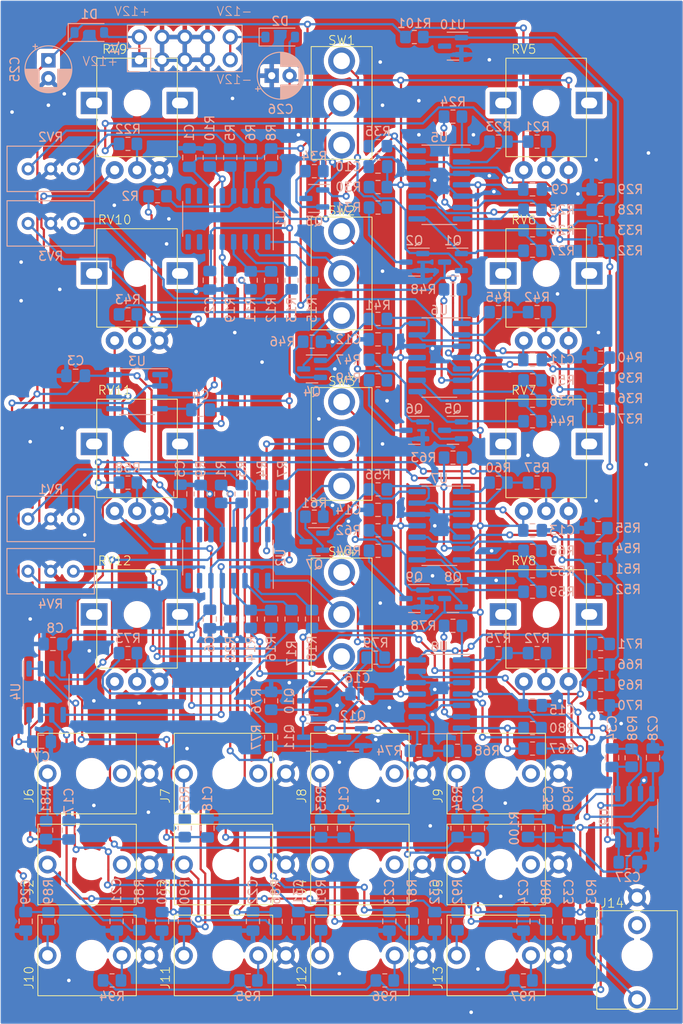
<source format=kicad_pcb>
(kicad_pcb (version 20221018) (generator pcbnew)
  (layers (0 "F.Cu" signal) (31 "B.Cu" signal) (34 "B.Paste" user) (35 "F.Paste" user) (36 "B.SilkS" user "B.Silkscreen") (37 "F.SilkS" user "F.Silkscreen") (38 "B.Mask" user) (39 "F.Mask" user) (44 "Edge.Cuts" user))
  (net 0 "")
  (net 1 "+12V")
  (net 2 "GND")
  (net 3 "-12V")
  (net 4 "Net-(C17-Pad1)")
  (net 5 "Net-(C18-Pad1)")
  (net 6 "Net-(C19-Pad1)")
  (net 7 "Net-(C20-Pad1)")
  (net 8 "VCA_1_IN")
  (net 9 "VCA_2_IN")
  (net 10 "VCA_3_IN")
  (net 11 "VCA_4_IN")
  (net 12 "VCA_1_OUT")
  (net 13 "VCA_2_OUT")
  (net 14 "VCA_3_OUT")
  (net 15 "VCA_4_OUT")
  (net 16 "/IO/MIX_OUT")
  (net 17 "Net-(U9A--)")
  (net 18 "Net-(C34-Pad2)")
  (net 19 "Net-(U9B--)")
  (net 20 "Net-(D1-A)")
  (net 21 "Net-(D2-K)")
  (net 22 "Net-(Q1-B)")
  (net 23 "Net-(Q1-E)")
  (net 24 "Net-(Q2-C)")
  (net 25 "Net-(Q3-B)")
  (net 26 "Net-(Q3-E)")
  (net 27 "/VC/LIN_IABC_1")
  (net 28 "Net-(Q4-B)")
  (net 29 "Net-(Q4-E)")
  (net 30 "/VC/LIN_IABC_2")
  (net 31 "Net-(Q5-B)")
  (net 32 "Net-(Q5-E)")
  (net 33 "Net-(Q6-C)")
  (net 34 "Net-(Q7-B)")
  (net 35 "Net-(Q7-E)")
  (net 36 "/VC_2/LIN_IABC_3")
  (net 37 "Net-(Q8-B)")
  (net 38 "Net-(Q8-E)")
  (net 39 "Net-(Q9-C)")
  (net 40 "Net-(Q10-B)")
  (net 41 "Net-(Q10-E)")
  (net 42 "/VC_2/LIN_IABC_4")
  (net 43 "Net-(Q11-B)")
  (net 44 "Net-(Q11-E)")
  (net 45 "Net-(Q12-C)")
  (net 46 "Net-(U2A--)")
  (net 47 "Net-(U1A--)")
  (net 48 "Net-(R3-Pad1)")
  (net 49 "Net-(U2A-+)")
  (net 50 "Net-(R4-Pad2)")
  (net 51 "Net-(R5-Pad1)")
  (net 52 "Net-(U1A-+)")
  (net 53 "Net-(R6-Pad2)")
  (net 54 "Net-(U2A-DIODE_BIAS)")
  (net 55 "Net-(U1A-DIODE_BIAS)")
  (net 56 "Net-(U4A-+)")
  (net 57 "Net-(U3A-+)")
  (net 58 "Net-(U1C--)")
  (net 59 "Net-(R12-Pad1)")
  (net 60 "Net-(U1C-+)")
  (net 61 "Net-(R13-Pad2)")
  (net 62 "Net-(U2C--)")
  (net 63 "Net-(U1C-DIODE_BIAS)")
  (net 64 "Net-(R16-Pad1)")
  (net 65 "Net-(U2C-+)")
  (net 66 "Net-(R17-Pad2)")
  (net 67 "Net-(U2C-DIODE_BIAS)")
  (net 68 "Net-(U3B-+)")
  (net 69 "Net-(U4B-+)")
  (net 70 "Net-(R21-Pad1)")
  (net 71 "Net-(U5A--)")
  (net 72 "VCA_1_CV")
  (net 73 "Net-(R23-Pad2)")
  (net 74 "Net-(U5B--)")
  (net 75 "/VC/VC_1")
  (net 76 "Net-(U5C--)")
  (net 77 "+3V0")
  (net 78 "Net-(U5C-+)")
  (net 79 "/VC/EXP_IABC_1")
  (net 80 "Net-(U5D--)")
  (net 81 "Net-(U6D--)")
  (net 82 "/VC/VC_2")
  (net 83 "Net-(U6C--)")
  (net 84 "Net-(U6C-+)")
  (net 85 "Net-(R42-Pad1)")
  (net 86 "Net-(U6A--)")
  (net 87 "VCA_2_CV")
  (net 88 "Net-(R45-Pad2)")
  (net 89 "Net-(U6B--)")
  (net 90 "/VC/EXP_IABC_2")
  (net 91 "Net-(U7D--)")
  (net 92 "/VC_2/VC_3")
  (net 93 "Net-(U7C--)")
  (net 94 "Net-(U7C-+)")
  (net 95 "Net-(R57-Pad1)")
  (net 96 "Net-(U7A--)")
  (net 97 "VCA_3_CV")
  (net 98 "Net-(R60-Pad2)")
  (net 99 "Net-(U7B--)")
  (net 100 "/VC_2/EXP_IABC_3")
  (net 101 "Net-(U8D--)")
  (net 102 "/VC_2/VC_4")
  (net 103 "Net-(U8C--)")
  (net 104 "Net-(U8C-+)")
  (net 105 "Net-(R72-Pad1)")
  (net 106 "Net-(U8A--)")
  (net 107 "VCA_4_CV")
  (net 108 "Net-(R75-Pad2)")
  (net 109 "Net-(U8B--)")
  (net 110 "/VC_2/EXP_IABC_4")
  (net 111 "Net-(J6-PadT)")
  (net 112 "Net-(J7-PadT)")
  (net 113 "Net-(J8-PadT)")
  (net 114 "Net-(J9-PadT)")
  (net 115 "Net-(J2-PadT)")
  (net 116 "Net-(J3-PadT)")
  (net 117 "Net-(J4-PadT)")
  (net 118 "Net-(J5-PadT)")
  (net 119 "Net-(J10-PadT)")
  (net 120 "Net-(J11-PadT)")
  (net 121 "Net-(J12-PadT)")
  (net 122 "Net-(J13-PadT)")
  (net 123 "Net-(J14-PadT)")
  (net 124 "/IO/VCA_1_MIX")
  (net 125 "/IO/VCA_2_MIX")
  (net 126 "/IO/VCA_3_MIX")
  (net 127 "/IO/VCA_4_MIX")
  (net 128 "VCA_1_IABC")
  (net 129 "VCA_2_IABC")
  (net 130 "VCA_3_IABC")
  (net 131 "VCA_4_IABC")
  (footprint "synthesis:alpha_pot" (layer "F.Cu") (at 117.094 99.822)
    (fp_text reference "RV7")
    (fp_text value "10k")
  )
  (footprint "synthesis:alpha_pot" (layer "F.Cu") (at 71.374 80.772)
    (fp_text reference "RV10")
    (fp_text value "10k")
  )
  (footprint "synthesis:alpha_pot" (layer "F.Cu") (at 71.374 118.872)
    (fp_text reference "RV12")
    (fp_text value "10k")
  )
  (footprint "synthesis:Mini_sw" (layer "F.Cu") (at 94.234 118.872)
    (fp_text reference "SW4")
    (fp_text value "SW_SPDT")
  )
  (footprint "synthesis:thonkiconn" (layer "F.Cu") (at 66.294 156.972 90)
    (fp_text reference "J10")
    (fp_text value "Thonkiconn")
  )
  (footprint "synthesis:alpha_pot" (layer "F.Cu") (at 117.094 118.872)
    (fp_text reference "RV8")
    (fp_text value "10k")
  )
  (footprint "synthesis:alpha_pot" (layer "F.Cu") (at 71.374 99.822)
    (fp_text reference "RV11")
    (fp_text value "10k")
  )
  (footprint "synthesis:alpha_pot" (layer "F.Cu") (at 117.094 61.722)
    (fp_text reference "RV5")
    (fp_text value "10k")
  )
  (footprint "synthesis:thonkiconn" (layer "F.Cu") (at 112.014 156.972 90)
    (fp_text reference "J13")
    (fp_text value "Thonkiconn")
  )
  (footprint "synthesis:alpha_pot" (layer "F.Cu") (at 71.374 61.722)
    (fp_text reference "RV9")
    (fp_text value "10k")
  )
  (footprint "synthesis:thonkiconn" (layer "F.Cu") (at 112.014 136.652 90)
    (fp_text reference "J9")
    (fp_text value "Thonkiconn")
  )
  (footprint "synthesis:thonkiconn" (layer "F.Cu") (at 66.294 136.652 90)
    (fp_text reference "J6")
    (fp_text value "Thonkiconn")
  )
  (footprint "synthesis:Mini_sw" (layer "F.Cu") (at 94.234 99.822)
    (fp_text reference "SW3")
    (fp_text value "SW_SPDT")
  )
  (footprint "synthesis:thonkiconn" (layer "F.Cu") (at 66.294 146.812 90)
    (fp_text reference "J2")
    (fp_text value "Thonkiconn")
  )
  (footprint "synthesis:thonkiconn" (layer "F.Cu") (at 96.774 156.972 90)
    (fp_text reference "J12")
    (fp_text value "Thonkiconn")
  )
  (footprint "synthesis:thonkiconn" (layer "F.Cu") (at 81.534 136.652 90)
    (fp_text reference "J7")
    (fp_text value "Thonkiconn")
  )
  (footprint "synthesis:thonkiconn" (layer "F.Cu") (at 96.774 146.812 90)
    (fp_text reference "J4")
    (fp_text value "Thonkiconn")
  )
  (footprint "synthesis:thonkiconn" (layer "F.Cu") (at 112.014 146.812 90)
    (fp_text reference "J5")
    (fp_text value "Thonkiconn")
  )
  (footprint "synthesis:alpha_pot" (layer "F.Cu") (at 117.094 80.772)
    (fp_text reference "RV6")
    (fp_text value "10k")
  )
  (footprint "synthesis:thonkiconn" (layer "F.Cu") (at 96.774 136.652 90)
    (fp_text reference "J8")
    (fp_text value "Thonkiconn")
  )
  (footprint "synthesis:Mini_sw" (layer "F.Cu") (at 94.234 80.772)
    (fp_text reference "SW2")
    (fp_text value "SW_SPDT")
  )
  (footprint "synthesis:thonkiconn" (layer "F.Cu") (at 81.534 156.972 90)
    (fp_text reference "J11")
    (fp_text value "Thonkiconn")
  )
  (footprint "synthesis:thonkiconn" (layer "F.Cu") (at 127.254 156.972 180)
    (fp_text reference "J14")
    (fp_text value "Thonkiconn")
  )
  (footprint "synthesis:Mini_sw" (layer "F.Cu") (at 94.234 61.722)
    (fp_text reference "SW1")
    (fp_text value "SW_SPDT")
  )
  (footprint "synthesis:thonkiconn" (layer "F.Cu") (at 81.534 146.812 90)
    (fp_text reference "J3")
    (fp_text value "Thonkiconn")
  )
  (footprint "Resistor_SMD:R_0805_2012Metric_Pad1.20x1.40mm_HandSolder" (layer "B.Cu") (at 90.932 119.38 -90)
    (fp_text reference "R18")
    (fp_text value "10k")
  )
  (footprint "Capacitor_SMD:C_0805_2012Metric_Pad1.18x1.45mm_HandSolder" (layer "B.Cu") (at 117.348 142.748 90)
    (fp_text reference "C35")
    (fp_text value "100p")
  )
  (footprint "Resistor_SMD:R_0805_2012Metric_Pad1.20x1.40mm_HandSolder" (layer "B.Cu") (at 86.868 153.162 90)
    (fp_text reference "R86")
    (fp_text value "0R")
  )
  (footprint "Resistor_SMD:R_0805_2012Metric_Pad1.20x1.40mm_HandSolder" (layer "B.Cu") (at 122.936 116.078)
    (fp_text reference "R52")
    (fp_text value "20k")
  )
  (footprint "Capacitor_SMD:C_0805_2012Metric_Pad1.18x1.45mm_HandSolder" (layer "B.Cu") (at 77.216 67.818 90)
    (fp_text reference "C1")
    (fp_text value "100n")
  )
  (footprint "Resistor_SMD:R_0805_2012Metric_Pad1.20x1.40mm_HandSolder" (layer "B.Cu") (at 115.57 92.71 180)
    (fp_text reference "R50")
    (fp_text value "10k")
  )
  (footprint "Resistor_SMD:R_0805_2012Metric_Pad1.20x1.40mm_HandSolder" (layer "B.Cu") (at 70.358 85.344 180)
    (fp_text reference "R43")
    (fp_text value "100k")
  )
  (footprint "Resistor_SMD:R_0805_2012Metric_Pad1.20x1.40mm_HandSolder" (layer "B.Cu") (at 111.76 85.09 180)
    (fp_text reference "R45")
    (fp_text value "200k")
  )
  (footprint "Package_TO_SOT_SMD:SOT-23" (layer "B.Cu") (at 90.932 128.524 180)
    (fp_text reference "Q10")
    (fp_text value "MMBT3906")
  )
  (footprint "Resistor_SMD:R_0805_2012Metric_Pad1.20x1.40mm_HandSolder" (layer "B.Cu") (at 119.634 142.748 -90)
    (fp_text reference "R99")
    (fp_text value "20k")
  )
  (footprint "Package_SO:SO-8_3.9x4.9mm_P1.27mm" (layer "B.Cu") (at 61.214 127.508 -90)
    (fp_text reference "U4")
    (fp_text value "TL072")
  )
  (footprint "Resistor_SMD:R_0805_2012Metric_Pad1.20x1.40mm_HandSolder" (layer "B.Cu") (at 123.19 129.032)
    (fp_text reference "R70")
    (fp_text value "330")
  )
  (footprint "Resistor_SMD:R_0805_2012Metric_Pad1.20x1.40mm_HandSolder" (layer "B.Cu") (at 106.68 63.246 180)
    (fp_text reference "R24")
    (fp_text value "10k")
  )
  (footprint "Resistor_SMD:R_0805_2012Metric_Pad1.20x1.40mm_HandSolder" (layer "B.Cu") (at 122.936 109.22 180)
    (fp_text reference "R55")
    (fp_text value "330")
  )
  (footprint "Resistor_SMD:R_0805_2012Metric_Pad1.20x1.40mm_HandSolder" (layer "B.Cu") (at 116.078 104.14 180)
    (fp_text reference "R57")
    (fp_text value "200k")
  )
  (footprint "Capacitor_SMD:C_0805_2012Metric_Pad1.18x1.45mm_HandSolder" (layer "B.Cu") (at 76.2 105.41 90)
    (fp_text reference "C5")
    (fp_text value "100n")
  )
  (footprint "Resistor_SMD:R_0805_2012Metric_Pad1.20x1.40mm_HandSolder" (layer "B.Cu") (at 90.932 81.534 -90)
    (fp_text reference "R15")
    (fp_text value "10k")
  )
  (footprint "Resistor_SMD:R_0805_2012Metric_Pad1.20x1.40mm_HandSolder" (layer "B.Cu") (at 98.298 85.852 180)
    (fp_text reference "R41")
    (fp_text value "10k")
  )
  (footprint "Resistor_SMD:R_0805_2012Metric_Pad1.20x1.40mm_HandSolder" (layer "B.Cu") (at 73.66 72.136)
    (fp_text reference "R2")
    (fp_text value "20k")
  )
  (footprint "Capacitor_SMD:C_0805_2012Metric_Pad1.18x1.45mm_HandSolder" (layer "B.Cu") (at 104.648 153.162 -90)
    (fp_text reference "C32")
    (fp_text value "DNP")
  )
  (footprint "Package_TO_SOT_SMD:SOT-23" (layer "B.Cu") (at 102.362 98.298 180)
    (fp_text reference "Q6")
    (fp_text value "MMBT3906")
  )
  (footprint "Package_TO_SOT_SMD:SOT-23" (layer "B.Cu") (at 95.504 132.588 180)
    (fp_text reference "Q12")
    (fp_text value "MMBT3906")
  )
  (footprint "Package_TO_SOT_SMD:SOT-23" (layer "B.Cu") (at 90.932 132.588 180)
    (fp_text reference "Q11")
    (fp_text value "MMBT3904")
  )
  (footprint "Potentiometer_THT:Potentiometer_Bourns_3296W_Vertical" (layer "B.Cu") (at 64.272 69.088)
    (fp_text reference "RV2")
    (fp_text value "100R")
  )
  (footprint "Package_TO_SOT_SMD:SOT-23" (layer "B.Cu") (at 102.362 117.094 180)
    (fp_text reference "Q9")
    (fp_text value "MMBT3906")
  )
  (footprint "Capacitor_SMD:C_0805_2012Metric_Pad1.18x1.45mm_HandSolder" (layer "B.Cu") (at 79.502 119.38 90)
    (fp_text reference "C6")
    (fp_text value "100n")
  )
  (footprint "synthesis:PinSocket_2x05_P2.54mm_Vertical" (layer "B.Cu") (at 71.628 56.896 -90)
    (fp_text reference "J1")
    (fp_text value "power")
  )
  (footprint "Resistor_SMD:R_0805_2012Metric_Pad1.20x1.40mm_HandSolder" (layer "B.Cu") (at 123.19 90.17 180)
    (fp_text reference "R40")
    (fp_text value "330")
  )
  (footprint "Resistor_SMD:R_0805_2012Metric_Pad1.20x1.40mm_HandSolder" (layer "B.Cu") (at 79.502 67.818 -90)
    (fp_text reference "R10")
    (fp_text value "47k")
  )
  (footprint "Capacitor_SMD:C_0805_2012Metric_Pad1.18x1.45mm_HandSolder" (layer "B.Cu") (at 115.57 129.032)
    (fp_text reference "C15")
    (fp_text value "100n")
  )
  (footprint "Resistor_SMD:R_0805_2012Metric_Pad1.20x1.40mm_HandSolder" (layer "B.Cu") (at 115.57 116.332 180)
    (fp_text reference "R59")
    (fp_text value "3k")
  )
  (footprint "Capacitor_SMD:C_0805_2012Metric_Pad1.18x1.45mm_HandSolder" (layer "B.Cu") (at 119.634 153.162 -90)
    (fp_text reference "C33")
    (fp_text value "DNP")
  )
  (footprint "Resistor_SMD:R_0805_2012Metric_Pad1.20x1.40mm_HandSolder" (layer "B.Cu") (at 71.628 153.162 90)
    (fp_text reference "R85")
    (fp_text value "0R")
  )
  (footprint "Resistor_SMD:R_0805_2012Metric_Pad1.20x1.40mm_HandSolder" (layer "B.Cu") (at 116.078 66.04 180)
    (fp_text reference "R21")
    (fp_text value "200k")
  )
  (footprint "Resistor_SMD:R_0805_2012Metric_Pad1.20x1.40mm_HandSolder" (layer "B.Cu") (at 88.646 81.534 -90)
    (fp_text reference "R13")
    (fp_text value "430R")
  )
  (footprint "Resistor_SMD:R_0805_2012Metric_Pad1.20x1.40mm_HandSolder" (layer "B.Cu") (at 84.074 81.534 90)
    (fp_text reference "R11")
    (fp_text value "20k")
  )
  (footprint "Resistor_SMD:R_0805_2012Metric_Pad1.20x1.40mm_HandSolder" (layer "B.Cu") (at 115.062 142.748 90)
    (fp_text reference "R100")
    (fp_text value "10k")
  )
  (footprint "Resistor_SMD:R_0805_2012Metric_Pad1.20x1.40mm_HandSolder" (layer "B.Cu") (at 87.63 105.41 90)
    (fp_text reference "R7")
    (fp_text value "10k")
  )
  (footprint "Diode_SMD:D_SOD-123" (layer "B.Cu") (at 66.04 53.848)
    (fp_text reference "D1")
    (fp_text value "MBR0530-TP")
  )
  (footprint "Resistor_SMD:R_0805_2012Metric_Pad1.20x1.40mm_HandSolder" (layer "B.Cu") (at 76.708 153.162 90)
    (fp_text reference "R90")
    (fp_text value "100R")
  )
  (footprint "Resistor_SMD:R_0805_2012Metric_Pad1.20x1.40mm_HandSolder" (layer "B.Cu") (at 98.298 92.71 180)
    (fp_text reference "R49")
    (fp_text value "20k")
  )
  (footprint "Resistor_SMD:R_0805_2012Metric_Pad1.20x1.40mm_HandSolder" (layer "B.Cu") (at 70.358 104.14 180)
    (fp_text reference "R58")
    (fp_text value "100k")
  )
  (footprint "Capacitor_SMD:C_0805_2012Metric_Pad1.18x1.45mm_HandSolder" (layer "B.Cu") (at 61.976 122.174)
    (fp_text reference "C8")
    (fp_text value "100n")
  )
  (footprint "Resistor_SMD:R_0805_2012Metric_Pad1.20x1.40mm_HandSolder" (layer "B.Cu") (at 115.57 133.858)
    (fp_text reference "R67")
    (fp_text value "20k")
  )
  (footprint "Resistor_SMD:R_0805_2012Metric_Pad1.20x1.40mm_HandSolder" (layer "B.Cu") (at 91.948 153.162 90)
    (fp_text reference "R91")
    (fp_text value "100R")
  )
  (footprint "Resistor_SMD:R_0805_2012Metric_Pad1.20x1.40mm_HandSolder" (layer "B.Cu") (at 116.078 123.19 180)
    (fp_text reference "R72")
    (fp_text value "200k")
  )
  (footprint "Capacitor_SMD:C_0805_2012Metric_Pad1.18x1.45mm_HandSolder" (layer "B.Cu") (at 99.568 153.162 -90)
    (fp_text reference "C23")
    (fp_text value "DNP")
  )
  (footprint "Resistor_SMD:R_0805_2012Metric_Pad1.20x1.40mm_HandSolder" (layer "B.Cu") (at 111.76 66.04 180)
    (fp_text reference "R23")
    (fp_text value "200k")
  )
  (footprint "Resistor_SMD:R_0805_2012Metric_Pad1.20x1.40mm_HandSolder" (layer "B.Cu") (at 81.788 67.818 -90)
    (fp_text reference "R5")
    (fp_text value "430R")
  )
  (footprint "Resistor_SMD:R_0805_2012Metric_Pad1.20x1.40mm_HandSolder" (layer "B.Cu") (at 115.57 75.946 180)
    (fp_text reference "R26")
    (fp_text value "200k")
  )
  (footprint "Package_TO_SOT_SMD:SOT-23" (layer "B.Cu") (at 106.68 55.372 180)
    (fp_text reference "U10")
    (fp_text value "LM4040DBZ-3")
  )
  (footprint "Resistor_SMD:R_0805_2012Metric_Pad1.20x1.40mm_HandSolder" (layer "B.Cu") (at 86.36 119.38 90)
    (fp_text reference "R16")
    (fp_text value "430R")
  )
  (footprint "Capacitor_THT:CP_Radial_D5.0mm_P2.00mm" (layer "B.Cu") (at 86.420888 58.674)
    (fp_text reference "C26")
    (fp_text value "10u")
  )
  (footprint "Resistor_SMD:R_0805_2012Metric_Pad1.20x1.40mm_HandSolder" (layer "B.Cu") (at 98.298 71.12 180)
    (fp_text reference "R30")
    (fp_text value "120k")
  )
  (footprint "Capacitor_SMD:C_0805_2012Metric_Pad1.18x1.45mm_HandSolder" (layer "B.Cu") (at 78.486 96.012 180)
    (fp_text reference "C4")
    (fp_text value "100n")
  )
  (footprint "Package_SO:SO-14_3.9x8.65mm_P1.27mm" (layer "B.Cu") (at 105.156 90.17 180)
    (fp_text reference "U6")
    (fp_text value "TL074")
  )
  (footprint "Resistor_SMD:R_0805_2012Metric_Pad1.20x1.40mm_HandSolder" (layer "B.Cu") (at 117.094 153.162 90)
    (fp_text reference "R88")
    (fp_text value "0R")
  )
  (footprint "Package_TO_SOT_SMD:SOT-23" (layer "B.Cu") (at 90.932 91.44 180)
    (fp_text reference "Q4")
    (fp_text value "MMBT3906")
  )
  (footprint "Resistor_SMD:R_0805_2012Metric_Pad1.20x1.40mm_HandSolder" (layer "B.Cu") (at 86.36 128.524 -90)
    (fp_text reference "R76")
    (fp_text value "20k")
  )
  (footprint "Resistor_SMD:R_0805_2012Metric_Pad1.20x1.40mm_HandSolder" (layer "B.Cu") (at 70.358 66.294 180)
    (fp_text reference "R22")
    (fp_text value "100k")
  )
  (footprint "Resistor_SMD:R_0805_2012Metric_Pad1.20x1.40mm_HandSolder" (layer "B.Cu") (at 98.298 73.406 180)
    (fp_text reference "R31")
    (fp_text value "20k")
  )
  (footprint "Resistor_SMD:R_0805_2012Metric_Pad1.20x1.40mm_HandSolder" (layer "B.Cu") (at 86.36 67.818 90)
    (fp_text reference "R8")
    (fp_text value "10k")
  )
  (footprint "Resistor_SMD:R_0805_2012Metric_Pad1.20x1.40mm_HandSolder" (layer "B.Cu") (at 115.57 94.996 180)
    (fp_text reference "R38")
    (fp_text value "200k")
  )
  (footprint "Potentiometer_THT:Potentiometer_Bourns_3296W_Vertical" (layer "B.Cu") (at 64.272 75.184)
    (fp_text reference "RV3")
    (fp_text value "100R")
  )
  (footprint "Resistor_SMD:R_0805_2012Metric_Pad1.20x1.40mm_HandSolder" (layer "B.Cu") (at 115.57 73.66 180)
    (fp_text reference "R25")
    (fp_text value "10k")
  )
  (footprint "Capacitor_SMD:C_0805_2012Metric_Pad1.18x1.45mm_HandSolder" (layer "B.Cu") (at 79.248 142.748 90)
    (fp_text reference "C18")
    (fp_text value "DNP")
  )
  (footprint "Package_SO:SO-14_3.9x8.65mm_P1.27mm" (layer "B.Cu") (at 105.156 70.866 180)
    (fp_text reference "U5")
    (fp_text value "TL074")
  )
  (footprint "Capacitor_SMD:C_0805_2012Metric_Pad1.18x1.45mm_HandSolder" (layer "B.Cu") (at 115.57 109.474)
    (fp_text reference "C13")
    (fp_text value "100n")
  )
  (footprint "Capacitor_SMD:C_0805_2012Metric_Pad1.18x1.45mm_HandSolder" (layer "B.Cu") (at 98.298 68.834)
    (fp_text reference "C10")
    (fp_text value "100n")
  )
  (footprint "Resistor_SMD:R_0805_2012Metric_Pad1.20x1.40mm_HandSolder" (layer "B.Cu") (at 123.19 124.46 180)
    (fp_text reference "R66")
    (fp_text value "6k2")
  )
  (footprint "Capacitor_SMD:C_0805_2012Metric_Pad1.18x1.45mm_HandSolder" (layer "B.Cu") (at 89.408 153.162 -90)
    (fp_text reference "C31")
    (fp_text value "DNP")
  )
  (footprint "Package_SO:SO-8_3.9x4.9mm_P1.27mm" (layer "B.Cu") (at 127 141.478 -90)
    (fp_text reference "U9")
    (fp_text value "TL072")
  )
  (footprint "Capacitor_SMD:C_0805_2012Metric_Pad1.18x1.45mm_HandSolder" (layer "B.Cu") (at 64.516 92.202 180)
    (fp_text reference "C3")
    (fp_text value "100n")
  )
  (footprint "Package_SO:SO-16_3.9x9.9mm_P1.27mm" (layer "B.Cu") (at 81.534 74.676 90)
    (fp_text reference "U1")
    (fp_text value "LM13700")
  )
  (footprint "Package_SO:SO-14_3.9x8.65mm_P1.27mm" (layer "B.Cu") (at 105.156 108.966 180)
    (fp_text reference "U7")
    (fp_text value "TL074")
  )
  (footprint "Resistor_SMD:R_0805_2012Metric_Pad1.20x1.40mm_HandSolder" (layer "B.Cu") (at 115.57 78.232 180)
    (fp_text reference "R27")
    (fp_text value "3k")
  )
  (footprint "Resistor_SMD:R_0805_2012Metric_Pad1.20x1.40mm_HandSolder" (layer "B.Cu") (at 86.36 81.534 90)
    (fp_text reference "R12")
    (fp_text value "430R")
  )
  (footprint "Resistor_SMD:R_0805_2012Metric_Pad1.20x1.40mm_HandSolder" (layer "B.Cu") (at 83.82 159.766 180)
    (fp_text reference "R95")
    (fp_text value "10k")
  )
  (footprint "Resistor_SMD:R_0805_2012Metric_Pad1.20x1.40mm_HandSolder" (layer "B.Cu") (at 107.188 134.112 180)
    (fp_text reference "R68")
    (fp_text value "200k")
  )
  (footprint "Package_SO:SO-14_3.9x8.65mm_P1.27mm" (layer "B.Cu") (at 105.156 127.762 180)
    (fp_text reference "U8")
    (fp_text value "TL074")
  )
  (footprint "Resistor_SMD:R_0805_2012Metric_Pad1.20x1.40mm_HandSolder" (layer "B.Cu") (at 123.19 73.66 180)
    (fp_text reference "R28")
    (fp_text value "10k")
  )
  (footprint "Package_TO_SOT_SMD:SOT-23" (layer "B.Cu") (at 106.68 98.298 180)
    (fp_text reference "Q5")
    (fp_text value "MMBT3904")
  )
  (footprint "Resistor_SMD:R_0805_2012Metric_Pad1.20x1.40mm_HandSolder" (layer "B.Cu") (at 98.298 109.474 180)
    (fp_text reference "R62")
    (fp_text value "120k")
  )
  (footprint "Package_TO_SOT_SMD:SOT-23" (layer "B.Cu") (at 91.186 72.39 180)
    (fp_text reference "Q3")
    (fp_text value "MMBT3906")
  )
  (footprint "Resistor_SMD:R_0805_2012Metric_Pad1.20x1.40mm_HandSolder" (layer "B.Cu") (at 102.362 54.356)
    (fp_text reference "R101")
    (fp_text value "470")
  )
  (footprint "Resistor_SMD:R_0805_2012Metric_Pad1.20x1.40mm_HandSolder" (layer "B.Cu") (at 107.188 153.162 90)
    (fp_text reference "R92")
    (fp_text value "100R")
  )
  (footprint "Package_SO:SO-16_3.9x9.9mm_P1.27mm" (layer "B.Cu") (at 81.534 112.522 90)
    (fp_text reference "U2")
    (fp_text value "LM13700")
  )
  (footprint "Resistor_SMD:R_0805_2012Metric_Pad1.20x1.40mm_HandSolder" (layer "B.Cu") (at 123.19 94.742 180)
    (fp_text reference "R36")
    (fp_text value "6k2")
  )
  (footprint "Capacitor_THT:CP_Radial_D5.0mm_P2.00mm" (layer "B.Cu") (at 61.468 56.956888 -90)
    (fp_text reference "C25")
    (fp_text value "10u")
  )
  (footprint "Resistor_SMD:R_0805_2012Metric_Pad1.20x1.40mm_HandSolder" (layer "B.Cu") (at 123.19 126.746 180)
    (fp_text reference "R69")
    (fp_text value "10k")
  )
  (footprint "Resistor_SMD:R_0805_2012Metric_Pad1.20x1.40mm_HandSolder" (layer "B.Cu") (at 122.936 111.506 180)
    (fp_text reference "R54")
    (fp_text value "10k")
  )
  (footprint "Resistor_SMD:R_0805_2012Metric_Pad1.20x1.40mm_HandSolder" (layer "B.Cu") (at 126.648 134.89 -90)
    (fp_text reference "R98")
    (fp_text value "20k")
  )
  (footprint "Package_TO_SOT_SMD:SOT-23" (layer "B.Cu") (at 91.186 110.744 180)
    (fp_text reference "Q7")
    (fp_text value "MMBT3906")
  )
  (footprint "Resistor_SMD:R_0805_2012Metric_Pad1.20x1.40mm_HandSolder" (layer "B.Cu") (at 91.948 142.7695 -90)
    (fp_text reference "R83")
    (fp_text value "0R")
  )
  (footprint "Capacitor_SMD:C_0805_2012Metric_Pad1.18x1.45mm_HandSolder" (layer "B.Cu") (at 98.298 88.138)
    (fp_text reference "C12")
    (fp_text value "100n")
  )
  (footprint "Capacitor_SMD:C_0805_2012Metric_Pad1.18x1.45mm_HandSolder" (layer "B.Cu") (at 60.706 133.096)
    (fp_text reference "C7")
    (fp_text value "100n")
  )
  (footprint "Resistor_SMD:R_0805_2012Metric_Pad1.20x1.40mm_HandSolder" (layer "B.Cu") (at 102.87 134.112 180)
    (fp_text reference "R74")
    (fp_text value "3k")
  )
  (footprint "Diode_SMD:D_SOD-123" (layer "B.Cu") (at 87.376 54.356)
    (fp_text reference "D2")
    (fp_text value "D_Schottky")
  )
  (footprint "Resistor_SMD:R_0805_2012Metric_Pad1.20x1.40mm_HandSolder" (layer "B.Cu") (at 98.298 111.76 180)
    (fp_text reference "R64")
    (fp_text value "20k")
  )
  (footprint "Resistor_SMD:R_0805_2012Metric_Pad1.20x1.40mm_HandSolder" (layer "B.Cu") (at 123.19 71.374 180)
    (fp_text reference "R29")
    (fp_text value "330")
  )
  (footprint "Resistor_SMD:R_0805_2012Metric_Pad1.20x1.40mm_HandSolder" (layer "B.Cu") (at 111.76 104.14 180)
    (fp_text reference "R60")
    (fp_text value "200k")
  )
  (footprint "Resistor_SMD:R_0805_2012Metric_Pad1.20x1.40mm_HandSolder" (layer "B.Cu") (at 80.772 105.41 -90)
    (fp_text reference "R1")
    (fp_text value "20k")
  )
  (footprint "Resistor_SMD:R_0805_2012Metric_Pad1.20x1.40mm_HandSolder" (layer "B.Cu") (at 98.298 66.548 180)
    (fp_text reference "R35")
    (fp_text value "10k")
  )
  (footprint "Capacitor_SMD:C_0805_2012Metric_Pad1.18x1.45mm_HandSolder" (layer "B.Cu") (at 129.032 134.874 -90)
    (fp_text reference "C28")
    (fp_text value "100n")
  )
  (footprint "Capacitor_SMD:C_0805_2012Metric_Pad1.18x1.45mm_HandSolder" (layer "B.Cu") (at 96.266 127.762)
    (fp_text reference "C16")
    (fp_text value "100n")
  )
  (footprint "Resistor_SMD:R_0805_2012Metric_Pad1.20x1.40mm_HandSolder" (layer "B.Cu") (at 99.06 159.766 180)
    (fp_text reference "R96")
    (fp_text value "10k")
  )
  (footprint "Resistor_SMD:R_0805_2012Metric_Pad1.20x1.40mm_HandSolder" (layer "B.Cu") (at 78.486 105.41 -90)
    (fp_text reference "R9")
    (fp_text value "47k")
  )
  (footprint "Resistor_SMD:R_0805_2012Metric_Pad1.20x1.40mm_HandSolder" (layer "B.Cu") (at 70.358 123.19 180)
    (fp_text reference "R73")
    (fp_text value "100k")
  )
  (footprint "Resistor_SMD:R_0805_2012Metric_Pad1.20x1.40mm_HandSolder" (layer "B.Cu") (at 114.554 159.766 180)
    (fp_text reference "R97")
    (fp_text value "10k")
  )
  (footprint "Capacitor_SMD:C_0805_2012Metric_Pad1.18x1.45mm_HandSolder" (layer "B.Cu") (at 79.502 81.534 90)
    (fp_text reference "C2")
    (fp_text value "100n")
  )
  (footprint "Resistor_SMD:R_0805_2012Metric_Pad1.20x1.40mm_HandSolder" (layer "B.Cu") (at 115.57 97.282 180)
    (fp_text reference "R44")
    (fp_text value "3k")
  )
  (footprint "Resistor_SMD:R_0805_2012Metric_Pad1.20x1.40mm_HandSolder" (layer "B.Cu") (at 86.36 132.588 -90)
    (fp_text reference "R77")
    (fp_text value "120k")
  )
  (footprint "Resistor_SMD:R_0805_2012Metric_Pad1.20x1.40mm_HandSolder" (layer "B.Cu") (at 106.68 82.55 180)
    (fp_text reference "R48")
    (fp_text value "10k")
  )
  (footprint "Resistor_SMD:R_0805_2012Metric_Pad1.20x1.40mm_HandSolder" (layer "B.Cu") (at 115.57 114.046 180)
    (fp_text reference "R53")
    (fp_text value "200k")
  )
  (footprint "Potentiometer_THT:Potentiometer_Bourns_3296W_Vertical" (layer "B.Cu") (at 64.272 108.204)
    (fp_text reference "RV1")
    (fp_text value "100R")
  )
  (footprint "Capacitor_SMD:C_0805_2012Metric_Pad1.18x1.45mm_HandSolder" (layer "B.Cu") (at 114.554 153.162 -90)
    (fp_text reference "C24")
    (fp_text value "DNP")
  )
  (footprint "Resistor_SMD:R_0805_2012Metric_Pad1.20x1.40mm_HandSolder" (layer "B.Cu") (at 76.708 142.748 -90)
    (fp_text reference "R82")
    (fp_text value "0R")
  )
  (footprint "Resistor_SMD:R_0805_2012Metric_Pad1.20x1.40mm_HandSolder" (layer "B.Cu") (at 106.68 120.142 180)
    (fp_text reference "R78")
    (fp_text value "10k")
  )
  (footprint "Capacitor_SMD:C_0805_2012Metric_Pad1.18x1.45mm_HandSolder" (layer "B.Cu") (at 63.754 142.9805 90)
    (fp_text reference "C17")
    (fp_text value "DNP")
  )
  (footprint "Resistor_SMD:R_0805_2012Metric_Pad1.20x1.40mm_HandSolder" (layer "B.Cu") (at 81.788 119.38 90)
    (fp_text reference "R20")
    (fp_text value "47k")
  )
  (footprint "Package_SO:SO-8_3.9x4.9mm_P1.27mm" (layer "B.Cu") (at 71.374 93.98 180)
    (fp_text reference "U3")
    (fp_text value "TL072")
  )
  (footprint "Capacitor_SMD:C_0805_2012Metric_Pad1.18x1.45mm_HandSolder" (layer "B.Cu") (at 115.57 90.424)
    (fp_text reference "C11")
    (fp_text value "100n")
  )
  (footprint "Package_TO_SOT_SMD:SOT-23" (layer "B.Cu") (at 102.362 79.502 180)
    (fp_text reference "Q2")
    (fp_text value "MMBT3906")
  )
  (footprint "Capacitor_SMD:C_0805_2012Metric_Pad1.18x1.45mm_HandSolder" (layer "B.Cu") (at 69.088 153.162 -90)
    (fp_text reference "C21")
    (fp_text value "DNP")
  )
  (footprint "Resistor_SMD:R_0805_2012Metric_Pad1.20x1.40mm_HandSolder" (layer "B.Cu") (at 116.078 85.09 180)
    (fp_text reference "R42")
    (fp_text value "200k")
  )
  (footprint "Resistor_SMD:R_0805_2012Metric_Pad1.20x1.40mm_HandSolder" (layer "B.Cu") (at 123.19 92.456 180)
    (fp_text reference "R39")
    (fp_text value "10k")
  )
  (footprint "Resistor_SMD:R_0805_2012Metric_Pad1.20x1.40mm_HandSolder" (layer "B.Cu") (at 123.19 97.028 180)
    (fp_text reference "R37")
    (fp_text value "20k")
  )
  (footprint "Capacitor_SMD:C_0805_2012Metric_Pad1.18x1.45mm_HandSolder" (layer "B.Cu") (at 109.474 142.748 90)
    (fp_text reference "C20")
    (fp_text value "DNP")
  )
  (footprint "Capacitor_SMD:C_0805_2012Metric_Pad1.18x1.45mm_HandSolder" (layer "B.Cu") (at 115.57 71.374)
    (fp_text reference "C9")
    (fp_text value "100n")
  )
  (footprint "Capacitor_SMD:C_0805_2012Metric_Pad1.18x1.45mm_HandSolder" (layer "B.Cu") (at 94.488 142.7695 90)
    (fp_text reference "C19")
    (fp_text value "DNP")
  )
  (footprint "Resistor_SMD:R_0805_2012Metric_Pad1.20x1.40mm_HandSolder" (layer "B.Cu") (at 84.074 67.818 90)
    (fp_text reference "R6")
    (fp_text value "430R")
  )
  (footprint "Package_TO_SOT_SMD:SOT-23" (layer "B.Cu") (at 106.68 117.094 180)
    (fp_text reference "Q8")
    (fp_text value "MMBT3904")
  )
  (footprint "Resistor_SMD:R_0805_2012Metric_Pad1.20x1.40mm_HandSolder" (layer "B.Cu") (at 98.298 104.902 180)
    (fp_text reference "R56")
    (fp_text value "10k")
  )
  (footprint "Resistor_SMD:R_0805_2012Metric_Pad1.20x1.40mm_HandSolder" (layer "B.Cu") (at 61.468 153.162 90)
    (fp_text reference "R89")
    (fp_text value "100R")
  )
  (footprint "Resistor_SMD:R_0805_2012Metric_Pad1.20x1.40mm_HandSolder" (layer "B.Cu") (at 115.57 131.572 180)
    (fp_text reference "R80")
    (fp_text value "10k")
  )
  (footprint "Capacitor_SMD:C_0805_2012Metric_Pad1.18x1.45mm_HandSolder" (layer "B.Cu") (at 74.168 153.162 -90)
    (fp_text reference "C30")
    (fp_text value "DNP")
  )
  (footprint "Potentiometer_THT:Potentiometer_Bourns_3296W_Vertical" (layer "B.Cu") (at 64.262 114.046)
    (fp_text reference "RV4")
    (fp_text value "100R")
  )
  (footprint "Capacitor_SMD:C_0805_2012Metric_Pad1.18x1.45mm_HandSolder" (layer "B.Cu") (at 126.238 146.558)
    (fp_text reference "C27")
    (fp_text value "100n")
  )
  (footprint "Resistor_SMD:R_0805_2012Metric_Pad1.20x1.40mm_HandSolder" (layer "B.Cu") (at 102.108 153.162 90)
    (fp_text reference "R87")
    (fp_text value "0R")
  )
  (footprint "Resistor_SMD:R_0805_2012Metric_Pad1.20x1.40mm_HandSolder" (layer "B.Cu") (at 123.19 75.946 180)
    (fp_text reference "R33")
    (fp_text value "6k2")
  )
  (footprint "Capacitor_SMD:C_0805_2012Metric_Pad1.18x1.45mm_HandSolder" (layer "B.Cu") (at 84.328 153.162 -90)
    (fp_text reference "C22")
    (fp_text value "DNP")
  )
  (footprint "Resistor_SMD:R_0805_2012Metric_Pad1.20x1.40mm_HandSolder" (layer "B.Cu") (at 61.214 142.9805 -90)
    (fp_text reference "R81")
    (fp_text value "0R")
  )
  (footprint "Resistor_SMD:R_0805_2012Metric_Pad1.20x1.40mm_HandSolder" (layer "B.Cu") (at 122.936 113.792 180)
    (fp_text reference "R51")
    (fp_text value "6k2")
  )
  (footprint "Resistor_SMD:R_0805_2012Metric_Pad1.20x1.40mm_HandSolder" (layer "B.Cu") (at 83.058 105.41 -90)
    (fp_text reference "R3")
    (fp_text value "430R")
  )
  (footprint "Resistor_SMD:R_0805_2012Metric_Pad1.20x1.40mm_HandSolder" (layer "B.Cu") (at 91.186 69.342 180)
    (fp_text reference "R34")
    (fp_text value "20k")
  )
  (footprint "Resistor_SMD:R_0805_2012Metric_Pad1.20x1.40mm_HandSolder" (layer "B.Cu") (at 98.298 90.424 180)
    (fp_text reference "R47")
    (fp_text value "120k")
  )
  (footprint "Resistor_SMD:R_0805_2012Metric_Pad1.20x1.40mm_HandSolder" (layer "B.Cu") (at 98.044 123.698 180)
    (fp_text reference "R79")
    (fp_text value "20k")
  )
  (footprint "Resistor_SMD:R_0805_2012Metric_Pad1.20x1.40mm_HandSolder" (layer "B.Cu") (at 123.19 78.232 180)
    (fp_text reference "R32")
    (fp_text value "20k")
  )
  (footprint "Package_TO_SOT_SMD:SOT-23" (layer "B.Cu") (at 106.68 79.502 180)
    (fp_text reference "Q1")
    (fp_text value "MMBT3904")
  )
  (footprint "Resistor_SMD:R_0805_2012Metric_Pad1.20x1.40mm_HandSolder" (layer "B.Cu") (at 115.57 111.76 180)
    (fp_text reference "R65")
    (fp_text value "10k")
  )
  (footprint "Capacitor_SMD:C_0805_2012Metric_Pad1.18x1.45mm_HandSolder" (layer "B.Cu") (at 58.928 153.162 -90)
    (fp_text reference "C29")
    (fp_text value "DNP")
  )
  (footprint "Resistor_SMD:R_0805_2012Metric_Pad1.20x1.40mm_HandSolder" (layer "B.Cu") (at 91.186 107.95 180)
    (fp_text reference "R61")
    (fp_text value "20k")
  )
  (footprint "Resistor_SMD:R_0805_2012Metric_Pad1.20x1.40mm_HandSolder" (layer "B.Cu") (at 90.932 88.392 180)
    (fp_text reference "R46")
    (fp_text value "20k")
  )
  (footprint "Resistor_SMD:R_0805_2012Metric_Pad1.20x1.40mm_HandSolder" (layer "B.Cu") (at 84.074 119.38 90)
    (fp_text reference "R14")
    (fp_text value "20k")
  )
  (footprint "Resistor_SMD:R_0805_2012Metric_Pad1.20x1.40mm_HandSolder" (layer "B.Cu") (at 122.174 153.162 90)
    (fp_text reference "R93")
    (fp_text value "100R")
  )
  (footprint "Resistor_SMD:R_0805_2012Metric_Pad1.20x1.40mm_HandSolder" (layer "B.Cu") (at 111.76 123.19 180)
    (fp_text reference "R75")
    (fp_text value "200k")
  )
  (footprint "Resistor_SMD:R_0805_2012Metric_Pad1.20x1.40mm_HandSolder" (layer "B.Cu") (at 107.188 142.748 -90)
    (fp_text reference "R84")
    (fp_text value "0R")
  )
  (footprint "Capacitor_SMD:C_0805_2012Metric_Pad1.18x1.45mm_HandSolder" (layer "B.Cu") (at 124.46 134.874 -90)
    (fp_text reference "C34")
    (fp_text value "100p")
  )
  (footprint "Resistor_SMD:R_0805_2012Metric_Pad1.20x1.40mm_HandSolder" (layer "B.Cu") (at 123.19 122.174)
    (fp_text reference "R71")
    (fp_text value "10k")
  )
  (footprint "Capacitor_SMD:C_0805_2012Metric_Pad1.18x1.45mm_HandSolder" (layer "B.Cu") (at 98.298 107.188)
    (fp_text reference "C14")
    (fp_text value "100n")
  )
  (footprint "Resistor_SMD:R_0805_2012Metric_Pad1.20x1.40mm_HandSolder" (layer "B.Cu") (at 81.788 81.534 90)
    (fp_text reference "R19")
    (fp_text value "47k")
  )
  (footprint "Resistor_SMD:R_0805_2012Metric_Pad1.20x1.40mm_HandSolder" (layer "B.Cu") (at 106.68 101.346 180)
    (fp_text reference "R63")
    (fp_text value "10k")
  )
  (footprint "Resistor_SMD:R_0805_2012Metric_Pad1.20x1.40mm_HandSolder" (layer "B.Cu") (at 85.344 105.41 90)
    (fp_text reference "R4")
    (fp_text value "430R")
  )
  (footprint "Resistor_SMD:R_0805_2012Metric_Pad1.20x1.40mm_HandSolder" (layer "B.Cu") (at 88.646 119.38 -90)
    (fp_text reference "R17")
    (fp_text value "430R")
  )
  (footprint "Resistor_SMD:R_0805_2012Metric_Pad1.20x1.40mm_HandSolder" (layer "B.Cu") (at 68.58 159.766 180)
    (fp_text reference "R94")
    (fp_text value "10k")
  )
  (segment (start 114.594 68.595833) (end 114.594 69.222) (width 0.25) (layer "F.Cu") (net 1))
  (segment (start 123.952 132.070695) (end 123.942695 132.070695) (width 0.25) (layer "F.Cu") (net 1))
  (segment (start 61.468 56.956888) (end 60.237 58.187888) (width 0.25) (layer "F.Cu") (net 1))
  (segment (start 109.474 90.17) (end 109.474 98.044) (width 0.25) (layer "F.Cu") (net 1))
  (segment (start 106.68 89.408) (end 106.430299 89.657701) (width 0.25) (layer "F.Cu") (net 1))
  (segment (start 58.137 133.067) (end 58.166 133.096) (width 0.25) (layer "F.Cu") (net 1))
  (segment (start 90.424 66.04) (end 89.662 66.802) (width 0.25) (layer "F.Cu") (net 1))
  (segment (start 71.374 92.202) (end 72.999 93.827) (width 0.25) (layer "F.Cu") (net 1))
  (segment (start 106.68 84.074) (end 106.68 89.408) (width 0.25) (layer "F.Cu") (net 1))
  (segment (start 89.662 84.328) (end 89.662 73.914) (width 0.25) (layer "F.Cu") (net 1))
  (segment (start 109.728 108.966) (end 109.728 103.632) (width 0.25) (layer "F.Cu") (net 1))
  (segment (start 109.474 70.866) (end 109.474 90.17) (width 0.25) (layer "F.Cu") (net 1))
  (segment (start 109.474 98.044) (end 109.728 98.298) (width 0.25) (layer "F.Cu") (net 1))
  (segment (start 114.554 53.34) (end 114.554 68.555833) (width 0.25) (layer "F.Cu") (net 1))
  (segment (start 89.662 73.914) (end 89.662 66.802) (width 0.25) (layer "F.Cu") (net 1))
  (segment (start 72.999 103.479) (end 73.914 104.394) (width 0.25) (layer "F.Cu") (net 1))
  (segment (start 60.237 94.195) (end 60.198 94.234) (width 0.25) (layer "F.Cu") (net 1))
  (segment (start 106.68 84.074) (end 106.68 81.28) (width 0.25) (layer "F.Cu") (net 1))
  (segment (start 109.728 118.618) (end 109.728 127.762) (width 0.25) (layer "F.Cu") (net 1))
  (segment (start 109.728 103.632) (end 109.728 98.298) (width 0.25) (layer "F.Cu") (net 1))
  (segment (start 72.999 93.827) (end 72.999 103.479) (width 0.25) (layer "F.Cu") (net 1))
  (segment (start 114.554 68.555833) (end 114.594 68.595833) (width 0.25) (layer "F.Cu") (net 1))
  (segment (start 109.728 108.966) (end 109.728 118.618) (width 0.25) (layer "F.Cu") (net 1))
  (segment (start 58.137 96.295) (end 58.137 133.067) (width 0.25) (layer "F.Cu") (net 1))
  (segment (start 89.916 121.412) (end 89.916 130.556) (width 0.25) (layer "F.Cu") (net 1))
  (segment (start 106.430299 89.657701) (end 106.176299 89.657701) (width 0.25) (layer "F.Cu") (net 1))
  (segment (start 90.424 52.923) (end 90.424 66.04) (width 0.25) (layer "F.Cu") (net 1))
  (segment (start 123.942695 132.070695) (end 123.444 131.572) (width 0.25) (layer "F.Cu") (net 1))
  (segment (start 123.952 144.018) (end 123.952 132.070695) (width 0.25) (layer "F.Cu") (net 1))
  (segment (start 60.198 94.234) (end 58.137 96.295) (width 0.25) (layer "F.Cu") (net 1))
  (segment (start 102.362 103.632) (end 109.728 103.632) (width 0.25) (layer "F.Cu") (net 1))
  (segment (start 60.237 58.187888) (end 60.237 94.195) (width 0.25) (layer "F.Cu") (net 1))
  (via (at 71.374 92.202) (size 0.8) (drill 0.4) (layers "F.Cu" "B.Cu") (net 1))
  (via (at 89.662 84.328) (size 0.8) (drill 0.4) (layers "F.Cu" "B.Cu") (net 1))
  (via (at 109.474 90.17) (size 0.8) (drill 0.4) (layers "F.Cu" "B.Cu") (net 1))
  (via (at 123.444 131.572) (size 0.8) (drill 0.4) (layers "F.Cu" "B.Cu") (net 1))
  (via (at 73.914 104.394) (size 0.8) (drill 0.4) (layers "F.Cu" "B.Cu") (net 1))
  (via (at 109.728 98.298) (size 0.8) (drill 0.4) (layers "F.Cu" "B.Cu") (net 1))
  (via (at 89.916 130.556) (size 0.8) (drill 0.4) (layers "F.Cu" "B.Cu") (net 1))
  (via (at 102.362 103.632) (size 0.8) (drill 0.4) (layers "F.Cu" "B.Cu") (net 1))
  (via (at 109.474 70.866) (size 0.8) (drill 0.4) (layers "F.Cu" "B.Cu") (net 1))
  (via (at 89.916 121.412) (size 0.8) (drill 0.4) (layers "F.Cu" "B.Cu") (net 1))
  (via (at 123.952 144.018) (size 0.8) (drill 0.4) (layers "F.Cu" "B.Cu") (net 1))
  (via (at 89.662 66.802) (size 0.8) (drill 0.4) (layers "F.Cu" "B.Cu") (net 1))
  (via (at 109.728 127.762) (size 0.8) (drill 0.4) (layers "F.Cu" "B.Cu") (net 1))
  (via (at 106.68 81.28) (size 0.8) (drill 0.4) (layers "F.Cu" "B.Cu") (net 1))
  (via (at 109.728 118.618) (size 0.8) (drill 0.4) (layers "F.Cu" "B.Cu") (net 1))
  (via (at 60.198 94.234) (size 0.8) (drill 0.4) (layers "F.Cu" "B.Cu") (net 1))
  (via (at 58.166 133.096) (size 0.8) (drill 0.4) (layers "F.Cu" "B.Cu") (net 1))
  (via (at 109.728 108.966) (size 0.8) (drill 0.4) (layers "F.Cu" "B.Cu") (net 1))
  (via (at 106.176299 89.657701) (size 0.8) (drill 0.4) (layers "F.Cu" "B.Cu") (net 1))
  (via (at 114.554 53.34) (size 0.8) (drill 0.4) (layers "F.Cu" "B.Cu") (net 1))
  (via (at 90.424 52.923) (size 0.8) (drill 0.4) (layers "F.Cu" "B.Cu") (net 1))
  (segment (start 106.833249 118.669) (end 109.677 118.669) (width 0.25) (layer "B.Cu") (net 1))
  (segment (start 65.315 52.923) (end 90.424 52.923) (width 0.25) (layer "B.Cu") (net 1))
  (segment (start 109.728 127.762) (end 107.631 127.762) (width 0.25) (layer "B.Cu") (net 1))
  (segment (start 91.249 120.697) (end 103.511827 120.697) (width 0.25) (layer "B.Cu") (net 1))
  (segment (start 59.309 132.7365) (end 59.6685 133.096) (width 0.25) (layer "B.Cu") (net 1))
  (segment (start 89.662 66.802) (end 86.376 66.802) (width 0.25) (layer "B.Cu") (net 1))
  (segment (start 114.5325 88.3335) (end 114.594 88.272) (width 0.25) (layer "B.Cu") (net 1))
  (segment (start 89.343 102.697) (end 101.427 102.697) (width 0.25) (layer "B.Cu") (net 1))
  (segment (start 109.728 98.298) (end 105.7425 98.298) (width 0.25) (layer "B.Cu") (net 1))
  (segment (start 90.995 82.597) (end 90.932 82.534) (width 0.25) (layer "B.Cu") (net 1))
  (segment (start 79.629 109.093) (end 78.74 108.204) (width 0.25) (layer "B.Cu") (net 1))
  (segment (start 64.39 53.848) (end 65.315 52.923) (width 0.25) (layer "B.Cu") (net 1))
  (segment (start 114.5325 71.374) (end 112.522 71.374) (width 0.25) (layer "B.Cu") (net 1))
  (segment (start 114.545 53.331) (end 114.554 53.34) (width 0.25) (layer "B.Cu") (net 1))
  (segment (start 60.198 94.234) (end 63.5215 94.234) (width 0.25) (layer "B.Cu") (net 1))
  (segment (start 89.916 132.5095) (end 89.9945 132.588) (width 0.25) (layer "B.Cu") (net 1))
  (segment (start 114.5325 107.3835) (end 114.594 107.322) (width 0.25) (layer "B.Cu") (net 1))
  (segment (start 104.019827 82.597) (end 90.995 82.597) (width 0.25) (layer "B.Cu") (net 1))
  (segment (start 90.424 52.923) (end 99.929 52.923) (width 0.25) (layer "B.Cu") (net 1))
  (segment (start 79.629 71.2685) (end 77.216 68.8555) (width 0.25) (layer "B.Cu") (net 1))
  (segment (start 114.5325 109.474) (end 114.0245 108.966) (width 0.25) (layer "B.Cu") (net 1))
  (segment (start 123.444 131.572) (end 120.811402 131.572) (width 0.25) (layer "B.Cu") (net 1))
  (segment (start 68.799 92.075) (end 71.247 92.075) (width 0.25) (layer "B.Cu") (net 1))
  (segment (start 68.672 92.202) (end 68.799 92.075) (width 0.25) (layer "B.Cu") (net 1))
  (segment (start 114.2785 90.17) (end 114.5325 90.424) (width 0.25) (layer "B.Cu") (net 1))
  (segment (start 78.1785 67.893) (end 85.285 67.893) (width 0.25) (layer "B.Cu") (net 1))
  (segment (start 64.39 53.848) (end 64.39 54.034888) (width 0.25) (layer "B.Cu") (net 1))
  (segment (start 105.7425 117.094) (end 105.7425 118.5905) (width 0.25) (layer "B.Cu") (net 1))
  (segment (start 105.7425 118.5905) (end 105.664 118.669) (width 0.25) (layer "B.Cu") (net 1))
  (segment (start 105.664 118.669) (end 106.833249 118.669) (width 0.25) (layer "B.Cu") (net 1))
  (segment (start 109.474 90.17) (end 114.2785 90.17) (width 0.25) (layer "B.Cu") (net 1))
  (segment (start 90.932 120.38) (end 90.932 120.396) (width 0.25) (layer "B.Cu") (net 1))
  (segment (start 125.2005 146.558) (end 125.2005 144.1585) (width 0.25) (layer "B.Cu") (net 1))
  (segment (start 115.716396 130.082) (end 114.666396 129.032) (width 0.25) (layer "B.Cu") (net 1))
  (segment (start 58.166 133.096) (end 59.6685 133.096) (width 0.25) (layer "B.Cu") (net 1))
  (segment (start 103.511827 120.697) (end 105.539827 118.669) (width 0.25) (layer "B.Cu") (net 1))
  (segment (start 85.285 67.893) (end 86.36 66.818) (width 0.25) (layer "B.Cu") (net 1))
  (segment (start 125.2005 144.1585) (end 125.095 144.053) (width 0.25) (layer "B.Cu") (net 1))
  (segment (start 79.629 109.947) (end 79.629 109.093) (width 0.25) (layer "B.Cu") (net 1))
  (segment (start 107.631 108.966) (end 114.0245 108.966) (width 0.25) (layer "B.Cu") (net 1))
  (segment (start 73.914 104.394) (end 75.9675 106.4475) (width 0.25) (layer "B.Cu") (net 1))
  (segment (start 105.664 81.28) (end 106.68 81.28) (width 0.25) (layer "B.Cu") (net 1))
  (segment (start 101.427 102.697) (end 102.362 103.632) (width 0.25) (layer "B.Cu") (net 1))
  (segment (start 113.2625 127.762) (end 109.728 127.762) (width 0.25) (layer "B.Cu") (net 1))
  (segment (start 106.688598 90.17) (end 106.176299 89.657701) (width 0.25) (layer "B.Cu") (net 1))
  (segment (start 114.594 128.9705) (end 114.594 126.372) (width 0.25) (layer "B.Cu") (net 1))
  (segment (start 71.247 92.075) (end 71.374 92.202) (width 0.25) (layer "B.Cu") (net 1))
  (segment (start 114.5325 69.2835) (end 114.594 69.222) (width 0.25) (layer "B.Cu") (net 1))
  (segment (start 64.39 54.034888) (end 61.468 56.956888) (width 0.25) (layer "B.Cu") (net 1))
  (segment (start 99.929 52.923) (end 101.362 54.356) (width 0.25) (layer "B.Cu") (net 1))
  (segment (start 112.014 70.866) (end 107.631 70.866) (width 0.25) (layer "B.Cu") (net 1))
  (segment (start 123.987 144.053) (end 123.952 144.018) (width 0.25) (layer "B.Cu") (net 1))
  (segment (start 112.522 71.374) (end 112.014 70.866) (width 0.25) (layer "B.Cu") (net 1))
  (segment (start 90.932 120.38) (end 91.249 120.697) (width 0.25) (layer "B.Cu") (net 1))
  (segment (start 105.7425 79.502) (end 105.7425 81.2015) (width 0.25) (layer "B.Cu") (net 1))
  (segment (start 87.63 104.41) (end 89.343 102.697) (width 0.25) (layer "B.Cu") (net 1))
  (segment (start 75.9675 106.4475) (end 76.2 106.4475) (width 0.25) (layer "B.Cu") (net 1))
  (segment (start 76.2 106.934) (end 77.47 108.204) (width 0.25) (layer "B.Cu") (net 1))
  (segment (start 105.7425 81.2015) (end 105.664 81.28) (width 0.25) (layer "B.Cu") (net 1))
  (segment (start 90.932 83.058) (end 89.662 84.328) (width 0.25) (layer "B.Cu") (net 1))
  (segment (start 90.932 82.534) (end 90.932 83.058) (width 0.25) (layer "B.Cu") (net 1))
  (segment (start 119.321402 130.082) (end 115.716396 130.082) (width 0.25) (layer "B.Cu") (net 1))
  (segment (start 125.095 144.053) (end 123.987 144.053) (width 0.25) (layer "B.Cu") (net 1))
  (segment (start 120.811402 131.572) (end 119.321402 130.082) (width 0.25) (layer "B.Cu") (net 1))
  (segment (start 109.677 118.669) (end 109.728 118.618) (width 0.25) (layer "B.Cu") (net 1))
  (segment (start 86.376 66.802) (end 86.36 66.818) (width 0.25) (layer "B.Cu") (net 1))
  (segment (start 105.539827 118.669) (end 105.664 118.669) (width 0.25) (layer "B.Cu") (net 1))
  (segment (start 77.47 108.204) (end 78.74 108.204) (width 0.25) (layer "B.Cu") (net 1))
  (segment (start 76.2 106.4475) (end 76.2 106.934) (width 0.25) (layer "B.Cu") (net 1))
  (segment (start 114.5325 90.424) (end 114.5325 88.3335) (width 0.25) (layer "B.Cu") (net 1))
  (segment (start 107.631 90.17) (end 106.688598 90.17) (width 0.25) (layer "B.Cu") (net 1))
  (segment (start 105.336827 81.28) (end 104.019827 82.597) (width 0.25) (layer "B.Cu") (net 1))
  (segment (start 107.631 90.17) (end 109.474 90.17) (width 0.25) (layer "B.Cu") (net 1))
  (segment (start 89.916 130.556) (end 89.916 132.5095) (width 0.25) (layer "B.Cu") (net 1))
  (segment (start 59.309 130.083) (end 59.309 132.7365) (width 0.25) (layer "B.Cu") (net 1))
  (segment (start 79.629 72.101) (end 79.629 71.2685) (width 0.25) (layer "B.Cu") (net 1))
  (segment (start 63.5215 94.234) (end 65.5535 92.202) (width 0.25) (layer "B.Cu") (net 1))
  (segment (start 101.362 54.356) (end 102.387 53.331) (width 0.25) (layer "B.Cu") (net 1))
  (segment (start 90.932 120.396) (end 89.916 121.412) (width 0.25) (layer "B.Cu") (net 1))
  (segment (start 114.5325 109.474) (end 114.5325 107.3835) (width 0.25) (layer "B.Cu") (net 1))
  (segment (start 65.5535 92.202) (end 68.672 92.202) (width 0.25) (layer "B.Cu") (net 1))
  (segment (start 105.664 81.28) (end 105.336827 81.28) (width 0.25) (layer "B.Cu") (net 1))
  (segment (start 114.5325 129.032) (end 113.2625 127.762) (width 0.25) (layer "B.Cu") (net 1))
  (segment (start 102.387 53.331) (end 114.545 53.331) (width 0.25) (layer "B.Cu") (net 1))
  (segment (start 114.5325 71.374) (end 114.5325 69.2835) (width 0.25) (layer "B.Cu") (net 1))
  (segment (start 77.216 68.8555) (end 78.1785 67.893) (width 0.25) (layer "B.Cu") (net 1))
  (segment (start 63.217112 60.706) (end 61.468 58.956888) (width 0.25) (layer "F.Cu") (net 2))
  (segment (start 63.246 60.706) (end 63.217112 60.706) (width 0.25) (layer "F.Cu") (net 2))
  (via (at 115.062 101.092) (size 0.8) (drill 0.4) (layers "F.Cu" "B.Cu") (net 2))
  (via (at 98.552 117.602) (size 0.8) (drill 0.4) (layers "F.Cu" "B.Cu") (net 2))
  (via (at 122.682 68.072) (size 0.8) (drill 0.4) (layers "F.Cu" "B.Cu") (net 2))
  (via (at 63.754 159.766) (size 0.8) (drill 0.4) (layers "F.Cu" "B.Cu") (net 2))
  (via (at 66.548 128.524) (size 0.8) (drill 0.4) (layers "F.Cu" "B.Cu") (net 2))
  (via (at 82.55 124.968) (size 0.8) (drill 0.4) (layers "F.Cu" "B.Cu") (net 2))
  (via (at 89.408 65.278) (size 0.8) (drill 0.4) (layers "F.Cu" "B.Cu") (net 2))
  (via (at 62.738 82.55) (size 0.8) (drill 0.4) (layers "F.Cu" "B.Cu") (net 2))
  (via (at 93.218 106.68) (size 0.8) (drill 0.4) (layers "F.Cu" "B.Cu") (net 2))
  (via (at 63.246 60.706) (size 0.8) (drill 0.4) (layers "F.Cu" "B.Cu") (net 2))
  (via (at 93.218 68.326) (size 0.8) (drill 0.4) (layers "F.Cu" "B.Cu") (net 2))
  (via (at 93.98 135.382) (size 0.8) (drill 0.4) (layers "F.Cu" "B.Cu") (net 2))
  (via (at 102.87 61.468) (size 0.8) (drill 0.4) (layers "F.Cu" "B.Cu") (net 2))
  (via (at 82.296 87.376) (size 0.8) (drill 0.4) (layers "F.Cu" "B.Cu") (net 2))
  (via (at 93.472 91.44) (size 0.8) (drill 0.4) (layers "F.Cu" "B.Cu") (net 2))
  (via (at 57.404 62.738) (size 0.8) (drill 0.4) (layers "F.Cu" "B.Cu") (net 2))
  (via (at 58.42 79.502) (size 0.8) (drill 0.4) (layers "F.Cu" "B.Cu") (net 2))
  (via (at 77.978 82.804) (size 0.8) (drill 0.4) (layers "F.Cu" "B.Cu") (net 2))
  (via (at 104.394 130.048) (size 0.8) (drill 0.4) (layers "F.Cu" "B.Cu") (net 2))
  (via (at 61.468 61.976) (size 0.8) (drill 0.4) (layers "F.Cu" "B.Cu") (net 2))
  (via (at 128.016 137.414) (size 0.8) (drill 0.4) (layers "F.Cu" "B.Cu") (net 2))
  (via (at 59.436 119.38) (size 0.8) (drill 0.4) (layers "F.Cu" "B.Cu") (net 2))
  (via (at 88.392 126.492) (size 0.8) (drill 0.4) (layers "F.Cu" "B.Cu") (net 2))
  (via (at 112.522 139.954) (size 0.8) (drill 0.4) (layers "F.Cu" "B.Cu") (net 2))
  (via (at 98.806 61.976) (size 0.8) (drill 0.4) (layers "F.Cu" "B.Cu") (net 2))
  (via (at 104.14 142.494) (size 0.8) (drill 0.4) (layers "F.Cu" "B.Cu") (net 2))
  (via (at 68.834 73.152) (size 0.8) (drill 0.4) (layers "F.Cu" "B.Cu") (net 2))
  (via (at 118.364 83.058) (size 0.8) (drill 0.4) (layers "F.Cu" "B.Cu") (net 2))
  (via (at 108.966 65.278) (size 0.8) (drill 0.4) (layers "F.Cu" "B.Cu") (net 2))
  (via (at 104.648 108.966) (size 0.8) (drill 0.4) (layers "F.Cu" "B.Cu") (net 2))
  (via (at 104.648 70.358) (size 0.8) (drill 0.4) (layers "F.Cu" "B.Cu") (net 2))
  (via (at 122.682 106.172) (size 0.8) (drill 0.4) (layers "F.Cu" "B.Cu") (net 2))
  (via (at 104.648 127.254) (size 0.8) (drill 0.4) (layers "F.Cu" "B.Cu") (net 2))
  (via (at 118.618 128.524) (size 0.8) (drill 0.4) (layers "F.Cu" "B.Cu") (net 2))
  (via (at 125.476 131.064) (size 0.8) (drill 0.4) (layers "F.Cu" "B.Cu") (net 2))
  (via (at 76.962 133.858) (size 0.8) (drill 0.4) (layers "F.Cu" "B.Cu") (net 2))
  (via (at 71.628 128.778) (size 0.8) (drill 0.4) (layers "F.Cu" "B.Cu") (net 2))
  (via (at 91.694 97.028) (size 0.8) (drill 0.4) (layers "F.Cu" "B.Cu") (net 2))
  (via (at 93.218 88.392) (size 0.8) (drill 0.4) (layers "F.Cu" "B.Cu") (net 2))
  (via (at 93.98 159.004) (size 0.8) (drill 0.4) (layers "F.Cu" "B.Cu") (net 2))
  (via (at 66.04 122.936) (size 0.8) (drill 0.4) (layers "F.Cu" "B.Cu") (net 2))
  (via (at 82.55 121.666) (size 0.8) (drill 0.4) (layers "F.Cu" "B.Cu") (net 2))
  (via (at 62.992 98.044) (size 0.8) (drill 0.4) (layers "F.Cu" "B.Cu") (net 2))
  (via (at 104.394 89.154) (size 0.8) (drill 0.4) (layers "F.Cu" "B.Cu") (net 2))
  (via (at 65.532 109.982) (size 0.8) (drill 0.4) (layers "F.Cu" "B.Cu") (net 2))
  (via (at 79.502 105.41) (size 0.8) (drill 0.4) (layers "F.Cu" "B.Cu") (net 2))
  (via (at 99.314 94.996) (size 0.8) (drill 0.4) (layers "F.Cu" "B.Cu") (net 2))
  (via (at 108.712 163.322) (size 0.8) (drill 0.4) (layers "F.Cu" "B.Cu") (net 2))
  (via (at 109.474 158.496) (size 0.8) (drill 0.4) (layers "F.Cu" "B.Cu") (net 2))
  (via (at 128.524 67.31) (size 0.8) (drill 0.4) (layers "F.Cu" "B.Cu") (net 2))
  (via (at 72.644 140.97) (size 0.8) (drill 0.4) (layers "F.Cu" "B.Cu") (net 2))
  (via (at 98.806 99.822) (size 0.8) (drill 0.4) (layers "F.Cu" "B.Cu") (net 2))
  (via (at 110.998 111.76) (size 0.8) (drill 0.4) (layers "F.Cu" "B.Cu") (net 2))
  (via (at 58.42 83.82) (size 0.8) (drill 0.4) (layers "F.Cu" "B.Cu") (net 2))
  (via (at 98.552 57.15) (size 0.8) (drill 0.4) (layers "F.Cu" "B.Cu") (net 2))
  (via (at 110.744 69.85) (size 0.8) (drill 0.4) (layers "F.Cu" "B.Cu") (net 2))
  (via (at 82.042 61.214) (size 0.8) (drill 0.4) (layers "F.Cu" "B.Cu") (net 2))
  (via (at 99.568 129.286) (size 0.8) (drill 0.4) (layers "F.Cu" "B.Cu") (net 2))
  (via (at 111.252 71.628) (size 0.8) (drill 0.4) (layers "F.Cu" "B.Cu") (net 2))
  (via (at 98.044 132.842) (size 0.8) (drill 0.4) (layers "F.Cu" "B.Cu") (net 2))
  (via (at 94.996 108.458) (size 0.8) (drill 0.4) (layers "F.Cu" "B.Cu") (net 2))
  (via (at 111.506 115.062) (size 0.8) (drill 0.4) (layers "F.Cu" "B.Cu") (net 2))
  (via (at 74.676 77.47) (size 0.8) (drill 0.4) (layers "F.Cu" "B.Cu") (net 2))
  (via (at 110.744 56.896) (size 0.8) (drill 0.4) (layers "F.Cu" "B.Cu") (net 2))
  (via (at 74.93 74.676) (size 0.8) (drill 0.4) (layers "F.Cu" "B.Cu") (net 2))
  (via (at 98.298 139.7) (size 0.8) (drill 0.4) (layers "F.Cu" "B.Cu") (net 2))
  (via (at 128.27 102.108) (size 0.8) (drill 0.4) (layers "F.Cu" "B.Cu") (net 2))
  (via (at 104.394 114.554) (size 0.8) (drill 0.4) (layers "F.Cu" "B.Cu") (net 2))
  (via (at 102.87 65.278) (size 0.8) (drill 0.4) (layers "F.Cu" "B.Cu") (net 2))
  (via (at 93.726 129.032) (size 0.8) (drill 0.4) (layers "F.Cu" "B.Cu") (net 2))
  (via (at 120.65 71.882) (size 0.8) (drill 0.4) (layers "F.Cu" "B.Cu") (net 2))
  (via (at 85.344 90.678) (size 0.8) (drill 0.4) (layers "F.Cu" "B.Cu") (net 2))
  (via (at 98.806 80.518) (size 0.8) (drill 0.4) (layers "F.Cu" "B.Cu") (net 2))
  (via (at 59.436 99.568) (size 0.8) (drill 0.4) (layers "F.Cu" "B.Cu") (net 2))
  (via (at 66.548 140.208) (size 0.8) (drill 0.4) (layers "F.Cu" "B.Cu") (net 2))
  (via (at 112.014 150.368) (size 0.8) (drill 0.4) (layers "F.Cu" "B.Cu") (net 2))
  (via (at 122.936 87.376) (size 0.8) (drill 0.4) (layers "F.Cu" "B.Cu") (net 2))
  (segment (start 107.631 129.032) (end 107.621576 129.022576) (width 0.25) (layer "B.Cu") (net 2))
  (segment (start 99.911173 67.784) (end 101.723173 69.596) (width 0.25) (layer "B.Cu") (net 2))
  (segment (start 127.635 137.795) (end 128.016 137.414) (width 0.25) (layer "B.Cu") (net 2))
  (segment (start 104.648 88.9) (end 104.394 89.154) (width 0.25) (layer "B.Cu") (net 2))
  (segment (start 107.631 126.492) (end 102.681 126.492) (width 0.25) (layer "B.Cu") (net 2))
  (segment (start 107.621576 129.022576) (end 105.419424 129.022576) (width 0.25) (layer "B.Cu") (net 2))
  (segment (start 78.502 104.41) (end 79.502 105.41) (width 0.25) (layer "B.Cu") (net 2))
  (segment (start 107.254249 110.236) (end 105.156 108.137751) (width 0.25) (layer "B.Cu") (net 2))
  (segment (start 110.49 69.596) (end 110.744 69.85) (width 0.25) (layer "B.Cu") (net 2))
  (segment (start 127.635 138.903) (end 127.635 137.795) (width 0.25) (layer "B.Cu") (net 2))
  (segment (start 105.419424 129.022576) (end 104.394 130.048) (width 0.25) (layer "B.Cu") (net 2))
  (segment (start 107.631 91.44) (end 107.254249 91.44) (width 0.25) (layer "B.Cu") (net 2))
  (segment (start 102.681 88.9) (end 104.14 88.9) (width 0.25) (layer "B.Cu") (net 2))
  (segment (start 105.156 108.137751) (end 105.156 107.696) (width 0.25) (layer "B.Cu") (net 2))
  (segment (start 105.476249 70.358) (end 104.648 70.358) (width 0.25) (layer "B.Cu") (net 2))
  (segment (start 97.2605 68.834) (end 98.3105 67.784) (width 0.25) (layer "B.Cu") (net 2))
  (segment (start 104.14 88.9) (end 104.394 89.154) (width 0.25) (layer "B.Cu") (net 2))
  (segment (start 107.254249 91.44) (end 106.331 90.516751) (width 0.25) (layer "B.Cu") (net 2))
  (segment (start 107.631 72.136) (end 107.254249 72.136) (width 0.25) (layer "B.Cu") (net 2))
  (segment (start 107.631 69.596) (end 110.49 69.596) (width 0.25) (layer "B.Cu") (net 2))
  (segment (start 105.156 107.696) (end 102.681 107.696) (width 0.25) (layer "B.Cu") (net 2))
  (segment (start 107.631 110.236) (end 107.254249 110.236) (width 0.25) (layer "B.Cu") (net 2))
  (segment (start 91.932 88.392) (end 93.218 88.392) (width 0.25) (layer "B.Cu") (net 2))
  (segment (start 107.631 88.9) (end 104.648 88.9) (width 0.25) (layer "B.Cu") (net 2))
  (segment (start 98.3105 67.784) (end 99.911173 67.784) (width 0.25) (layer "B.Cu") (net 2))
  (segment (start 107.631 107.696) (end 105.156 107.696) (width 0.25) (layer "B.Cu") (net 2))
  (segment (start 101.723173 69.596) (end 102.681 69.596) (width 0.25) (layer "B.Cu") (net 2))
  (segment (start 106.331 90.516751) (end 105.756751 90.516751) (width 0.25) (layer "B.Cu") (net 2))
  (segment (start 105.756751 90.516751) (end 104.394 89.154) (width 0.25) (layer "B.Cu") (net 2))
  (segment (start 107.254249 72.136) (end 105.476249 70.358) (width 0.25) (layer "B.Cu") (net 2))
  (segment (start 78.486 104.41) (end 78.502 104.41) (width 0.25) (layer "B.Cu") (net 2))
  (segment (start 100.873291 70.830709) (end 100.838 70.866) (width 0.25) (layer "F.Cu") (net 3))
  (segment (start 120.65 132.089305) (end 120.65 129.794) (width 0.25) (layer "F.Cu") (net 3))
  (segment (start 119.594 107.322) (end 119.597 107.325) (width 0.25) (layer "F.Cu") (net 3))
  (segment (start 119.594 69.222) (end 119.594 88.272) (width 0.25) (layer "F.Cu") (net 3))
  (segment (start 121.666 141.478) (end 121.666 133.105305) (width 0.25) (layer "F.Cu") (net 3))
  (segment (start 119.594 59.222) (end 119.594 69.222) (width 0.25) (layer "F.Cu") (net 3))
  (segment (start 100.838 90.17) (end 100.838 108.966) (width 0.25) (layer "F.Cu") (net 3))
  (segment (start 119.597 107.325) (end 119.597 126.369) (width 0.25) (layer "F.Cu") (net 3))
  (segment (start 100.838 90.17) (end 100.838 70.866) (width 0.25) (layer "F.Cu") (net 3))
  (segment (start 88.420888 58.674) (end 88.420888 75.692) (width 0.25) (layer "F.Cu") (net 3))
  (segment (start 100.873291 59.217291) (end 100.873291 70.830709) (width 0.25) (layer "F.Cu") (net 3))
  (segment (start 88.392 94.996) (end 88.392 112.776) (width 0.25) (layer "F.Cu") (net 3))
  (segment (start 88.420888 75.692) (end 88.420888 94.967112) (width 0.25) (layer "F.Cu") (net 3))
  (segment (start 119.594 88.272) (end 119.594 107.322) (width 0.25) (layer "F.Cu") (net 3))
  (segment (start 119.597 126.369) (end 119.594 126.372) (width 0.25) (layer "F.Cu") (net 3))
  (segment (start 77.47 129.032) (end 77.47 121.158) (width 0.25) (layer "F.Cu") (net 3))
  (segment (start 100.838 59.182) (end 100.873291 59.217291) (width 0.25) (layer "F.Cu") (net 3))
  (segment (start 119.634 59.182) (end 119.594 59.222) (width 0.25) (layer "F.Cu") (net 3))
  (segment (start 121.666 133.105305) (end 120.65 132.089305) (width 0.25) (layer "F.Cu") (net 3))
  (segment (start 88.420888 94.967112) (end 88.392 94.996) (width 0.25) (layer "F.Cu") (net 3))
  (segment (start 100.838 108.966) (end 100.838 127.762) (width 0.25) (layer "F.Cu") (net 3))
  (via (at 119.634 59.182) (size 0.8) (drill 0.4) (layers "F.Cu" "B.Cu") (net 3))
  (via (at 100.838 127.762) (size 0.8) (drill 0.4) (layers "F.Cu" "B.Cu") (net 3))
  (via (at 121.666 141.478) (size 0.8) (drill 0.4) (layers "F.Cu" "B.Cu") (net 3))
  (via (at 88.392 94.996) (size 0.8) (drill 0.4) (layers "F.Cu" "B.Cu") (net 3))
  (via (at 100.838 70.866) (size 0.8) (drill 0.4) (layers "F.Cu" "B.Cu") (net 3))
  (via (at 100.838 108.966) (size 0.8) (drill 0.4) (layers "F.Cu" "B.Cu") (net 3))
  (via (at 120.65 129.794) (size 0.8) (drill 0.4) (layers "F.Cu" "B.Cu") (net 3))
  (via (at 100.838 90.17) (size 0.8) (drill 0.4) (layers "F.Cu" "B.Cu") (net 3))
  (via (at 88.420888 75.692) (size 0.8) (drill 0.4) (layers "F.Cu" "B.Cu") (net 3))
  (via (at 100.838 59.182) (size 0.8) (drill 0.4) (layers "F.Cu" "B.Cu") (net 3))
  (via (at 77.47 129.032) (size 0.8) (drill 0.4) (layers "F.Cu" "B.Cu") (net 3))
  (via (at 88.392 112.776) (size 0.8) (drill 0.4) (layers "F.Cu" "B.Cu") (net 3))
  (via (at 77.47 121.158) (size 0.8) (drill 0.4) (layers "F.Cu" "B.Cu") (net 3))
  (segment (start 77.3215 95.885) (end 77.4485 96.012) (width 0.25) (layer "B.Cu") (net 3))
  (segment (start 88.928888 59.182) (end 100.838 59.182) (width 0.25) (layer "B.Cu") (net 3))
  (segment (start 100.838 127.762) (end 102.681 127.762) (width 0.25) (layer "B.Cu") (net 3))
  (segment (start 128.905 138.903) (end 128.905 139.179751) (width 0.25) (layer "B.Cu") (net 3))
  (segment (start 79.629 113.655695) (end 80.508695 112.776) (width 0.25) (layer "B.Cu") (net 3))
  (segment (start 99.806 108.966) (end 99.298 109.474) (width 0.25) (layer "B.Cu") (net 3))
  (segment (start 77.999 120.629) (end 77.999 119.8455) (width 0.25) (layer "B.Cu") (net 3))
  (segment (start 80.508695 112.776) (end 88.392 112.776) (width 0.25) (layer "B.Cu") (net 3))
  (segment (start 119.594 128.738) (end 119.594 126.372) (width 0.25) (layer "B.Cu") (net 3))
  (segment (start 99.3355 90.3865) (end 99.298 90.424) (width 0.25) (layer "B.Cu") (net 3))
  (segment (start 100.838 70.866) (end 99.552 70.866) (width 0.25) (layer "B.Cu") (net 3))
  (segment (start 63.0135 124.8275) (end 63.0135 122.174) (width 0.25) (layer "B.Cu") (net 3))
  (segment (start 102.681 70.866) (end 100.838 70.866) (width 0.25) (layer "B.Cu") (net 3))
  (segment (start 120.65 129.794) (end 119.594 128.738) (width 0.25) (layer "B.Cu") (net 3))
  (segment (start 64.0295 121.158) (end 64.01875 121.16875) (width 0.25) (layer "B.Cu") (net 3))
  (segment (start 88.420888 58.674) (end 88.928888 59.182) (width 0.25) (layer "B.Cu") (net 3))
  (segment (start 83.804 129.032) (end 77.47 129.032) (width 0.25) (layer "B.Cu") (net 3))
  (segment (start 77.47 121.158) (end 77.999 120.629) (width 0.25) (layer "B.Cu") (net 3))
  (segment (start 99.3355 68.834) (end 99.3355 71.0825) (width 0.25) (layer "B.Cu") (net 3))
  (segment (start 79.629 118.2155) (end 79.502 118.3425) (width 0.25) (layer "B.Cu") (net 3))
  (segment (start 79.629 115.097) (end 79.629 118.2155) (width 0.25) (layer "B.Cu") (net 3))
  (segment (start 99.3355 107.188) (end 99.3355 109.4365) (width 0.25) (layer "B.Cu") (net 3))
  (segment (start 63.119 124.933) (end 63.0135 124.8275) (width 0.25) (layer "B.Cu") (net 3))
  (segment (start 99.552 70.866) (end 99.298 71.12) (width 0.25) (layer "B.Cu") (net 3))
  (segment (start 82.165173 94.996) (end 82.131173 94.962) (width 0.25) (layer "B.Cu") (net 3))
  (segment (start 63.0135 122.174) (end 64.01875 121.16875) (width 0.25) (layer "B.Cu") (net 3))
  (segment (start 80.01 75.692) (end 88.420888 75.692) (width 0.25) (layer "B.Cu") (net 3))
  (segment (start 79.502 80.4965) (end 79.629 80.3695) (width 0.25) (layer "B.Cu") (net 3))
  (segment (start 78.947827 94.962) (end 77.897827 96.012) (width 0.25) (layer "B.Cu") (net 3))
  (segment (start 79.629 77.251) (end 79.629 76.073) (width 0.25) (layer "B.Cu") (net 3))
  (segment (start 88.420888 54.961112) (end 88.420888 58.674) (width 0.25) (layer "B.Cu") (net 3))
  (segment (start 77.999 119.8455) (end 79.502 118.3425) (width 0.25) (layer "B.Cu") (net 3))
  (segment (start 99.3355 88.138) (end 99.3355 90.3865) (width 0.25) (layer "B.Cu") (net 3))
  (segment (start 99.552 90.17) (end 99.298 90.424) (width 0.25) (layer "B.Cu") (net 3))
  (segment (start 89.026 54.356) (end 88.420888 54.961112) (width 0.25) (layer "B.Cu") (net 3))
  (segment (start 82.131173 94.962) (end 78.947827 94.962) (width 0.25) (layer "B.Cu") (net 3))
  (segment (start 73.949 95.885) (end 77.3215 95.885) (width 0.25) (layer "B.Cu") (net 3))
  (segment (start 79.629 76.073) (end 80.01 75.692) (width 0.25) (layer "B.Cu") (net 3))
  (segment (start 100.838 108.966) (end 99.806 108.966) (width 0.25) (layer "B.Cu") (net 3))
  (segment (start 79.629 115.097) (end 79.629 113.655695) (width 0.25) (layer "B.Cu") (net 3))
  (segment (start 102.681 90.17) (end 99.552 90.17) (width 0.25) (layer "B.Cu") (net 3))
  (segment (start 100.838 59.182) (end 119.634 59.182) (width 0.25) (layer "B.Cu") (net 3))
  (segment (start 99.3355 71.0825) (end 99.298 71.12) (width 0.25) (layer "B.Cu") (net 3))
  (segment (start 99.3355 109.4365) (end 99.298 109.474) (width 0.25) (layer "B.Cu") (net 3))
  (segment (start 79.629 80.3695) (end 79.629 77.251) (width 0.25) (layer "B.Cu") (net 3))
  (segment (start 86.36 131.588) (end 83.804 129.032) (width 0.25) (layer "B.Cu") (net 3))
  (segment (start 102.681 108.966) (end 100.838 108.966) (width 0.25) (layer "B.Cu") (net 3))
  (segment (start 77.897827 96.012) (end 77.4485 96.012) (width 0.25) (layer "B.Cu") (net 3))
  (segment (start 88.392 94.996) (end 82.165173 94.996) (width 0.25) (layer "B.Cu") (net 3))
  (segment (start 128.905 139.179751) (end 126.606751 141.478) (width 0.25) (layer "B.Cu") (net 3))
  (segment (start 77.47 121.158) (end 64.0295 121.158) (width 0.25) (layer "B.Cu") (net 3))
  (segment (start 97.3035 127.762) (end 100.838 127.762) (width 0.25) (layer "B.Cu") (net 3))
  (segment (start 129.032 135.9115) (end 129.032 138.776) (width 0.25) (layer "B.Cu") (net 3))
  (segment (start 129.032 138.776) (end 128.905 138.903) (width 0.25) (layer "B.Cu") (net 3))
  (segment (start 126.606751 141.478) (end 121.666 141.478) (width 0.25) (layer "B.Cu") (net 3))
  (segment (start 60.687 72.4105) (end 60.9615 72.136) (width 0.25) (layer "F.Cu") (net 4))
  (segment (start 59.436 131.642695) (end 60.452 130.626695) (width 0.25) (layer "F.Cu") (net 4))
  (segment (start 59.436 144.018) (end 59.436 131.642695) (width 0.25) (layer "F.Cu") (net 4))
  (segment (start 60.96 75.889854) (end 60.687 75.616854) (width 0.25) (layer "F.Cu") (net 4))
  (segment (start 60.96 104.958146) (end 60.96 75.889854) (width 0.25) (layer "F.Cu") (net 4))
  (segment (start 60.452 130.626695) (end 60.452 105.466146) (width 0.25) (layer "F.Cu") (net 4))
  (segment (start 60.687 75.616854) (end 60.687 72.4105) (width 0.25) (layer "F.Cu") (net 4))
  (segment (start 60.452 105.466146) (end 60.96 104.958146) (width 0.25) (layer "F.Cu") (net 4))
  (via (at 60.9615 72.136) (size 0.8) (drill 0.4) (layers "F.Cu" "B.Cu") (net 4))
  (via (at 59.436 144.018) (size 0.8) (drill 0.4) (layers "F.Cu" "B.Cu") (net 4))
  (segment (start 63.7165 143.9805) (end 63.754 144.018) (width 0.25) (layer "B.Cu") (net 4))
  (segment (start 59.4735 143.9805) (end 59.436 144.018) (width 0.25) (layer "B.Cu") (net 4))
  (segment (start 60.9615 72.136) (end 65.96 72.136) (width 0.25) (layer "B.Cu") (net 4))
  (segment (start 61.214 143.9805) (end 63.7165 143.9805) (width 0.25) (layer "B.Cu") (net 4))
  (segment (start 65.96 72.136) (end 68.874 69.222) (width 0.25) (layer "B.Cu") (net 4))
  (segment (start 61.214 143.9805) (end 59.4735 143.9805) (width 0.25) (layer "B.Cu") (net 4))
  (segment (start 68.874 88.272) (end 68.874 105.448167) (width 0.25) (layer "F.Cu") (net 5))
  (segment (start 74.676 132.842) (end 74.676 143.764) (width 0.25) (layer "F.Cu") (net 5))
  (segment (start 64.749 127.985695) (end 65.241 128.477695) (width 0.25) (layer "F.Cu") (net 5))
  (segment (start 67.549 106.773167) (end 67.549 114.497) (width 0.25) (layer "F.Cu") (net 5))
  (segment (start 65.241 132.7445) (end 65.1435 132.842) (width 0.25) (layer "F.Cu") (net 5))
  (segment (start 64.749 117.297) (end 64.749 127.985695) (width 0.25) (layer "F.Cu") (net 5))
  (segment (start 68.874 105.448167) (end 67.549 106.773167) (width 0.25) (layer "F.Cu") (net 5))
  (segment (start 65.241 128.477695) (end 65.241 132.7445) (width 0.25) (layer "F.Cu") (net 5))
  (segment (start 67.549 114.497) (end 64.749 117.297) (width 0.25) (layer "F.Cu") (net 5))
  (via (at 65.1435 132.842) (size 0.8) (drill 0.4) (layers "F.Cu" "B.Cu") (net 5))
  (via (at 74.676 143.764) (size 0.8) (drill 0.4) (layers "F.Cu" "B.Cu") (net 5))
  (via (at 74.676 132.842) (size 0.8) (drill 0.4) (layers "F.Cu" "B.Cu") (net 5))
  (segment (start 79.2105 143.748) (end 79.248 143.7855) (width 0.25) (layer "B.Cu") (net 5))
  (segment (start 65.1435 132.842) (end 74.676 132.842) (width 0.25) (layer "B.Cu") (net 5))
  (segment (start 76.692 143.764) (end 76.708 143.748) (width 0.25) (layer "B.Cu") (net 5))
  (segment (start 76.708 143.748) (end 79.2105 143.748) (width 0.25) (layer "B.Cu") (net 5))
  (segment (start 74.676 143.764) (end 76.692 143.764) (width 0.25) (layer "B.Cu") (net 5))
  (segment (start 79.659 118.107) (end 79.659 137.571) (width 0.25) (layer "F.Cu") (net 6))
  (segment (start 79.659 137.571) (end 81.28 139.192) (width 0.25) (layer "F.Cu") (net 6))
  (segment (start 81.28 139.192) (end 81.28 143.764) (width 0.25) (layer "F.Cu") (net 6))
  (segment (start 79.659 118.107) (end 79.659 113.792) (width 0.25) (layer "F.Cu") (net 6))
  (segment (start 79.659 113.792) (end 79.659 111.663) (width 0.25) (layer "F.Cu") (net 6))
  (segment (start 79.659 111.663) (end 79.502 111.506) (width 0.25) (layer "F.Cu") (net 6))
  (via (at 79.502 111.506) (size 0.8) (drill 0.4) (layers "F.Cu" "B.Cu") (net 6))
  (via (at 81.28 143.764) (size 0.8) (drill 0.4) (layers "F.Cu" "B.Cu") (net 6))
  (segment (start 79.502 111.506) (end 73.058 111.506) (width 0.25) (layer "B.Cu") (net 6))
  (segment (start 81.28 143.764) (end 91.9425 143.764) (width 0.25) (layer "B.Cu") (net 6))
  (segment (start 91.948 143.7695) (end 94.4505 143.7695) (width 0.25) (layer "B.Cu") (net 6))
  (segment (start 73.058 111.506) (end 68.874 107.322) (width 0.25) (layer "B.Cu") (net 6))
  (segment (start 91.9425 143.764) (end 91.948 143.7695) (width 0.25) (layer "B.Cu") (net 6))
  (segment (start 94.4505 143.7695) (end 94.488 143.807) (width 0.25) (layer "B.Cu") (net 6))
  (segment (start 68.349 126.897) (end 68.349 144.041) (width 0.25) (layer "F.Cu") (net 7))
  (segment (start 68.874 126.372) (end 68.349 126.897) (width 0.25) (layer "F.Cu") (net 7))
  (segment (start 68.349 144.041) (end 68.834 144.526) (width 0.25) (layer "F.Cu") (net 7))
  (via (at 68.834 144.526) (size 0.8) (drill 0.4) (layers "F.Cu" "B.Cu") (net 7))
  (segment (start 68.834 144.526) (end 69.245 144.937) (width 0.25) (layer "B.Cu") (net 7))
  (segment (start 109.4365 143.748) (end 109.474 143.7855) (width 0.25) (layer "B.Cu") (net 7))
  (segment (start 107.188 143.748) (end 109.4365 143.748) (width 0.25) (layer "B.Cu") (net 7))
  (segment (start 69.245 144.937) (end 105.999 144.937) (width 0.25) (layer "B.Cu") (net 7))
  (segment (start 105.999 144.937) (end 107.188 143.748) (width 0.25) (layer "B.Cu") (net 7))
  (segment (start 78.232 120.214) (end 78.486 120.468) (width 0.25) (layer "F.Cu") (net 8))
  (segment (start 78.232 85.852) (end 78.232 120.214) (width 0.25) (layer "F.Cu") (net 8))
  (segment (start 72.999 85.699) (end 73.152 85.852) (width 0.25) (layer "F.Cu") (net 8))
  (segment (start 72.644 73.914) (end 72.999 74.269) (width 0.25) (layer "F.Cu") (net 8))
  (segment (start 72.999 85.344) (end 72.999 85.445) (width 0.25) (layer "F.Cu") (net 8))
  (segment (start 72.999 85.344) (end 72.999 85.699) (width 0.25) (layer "F.Cu") (net 8))
  (segment (start 78.486 147.32) (end 78.994 147.828) (width 0.25) (layer "F.Cu") (net 8))
  (segment (start 78.486 120.468) (end 78.486 147.32) (width 0.25) (layer "F.Cu") (net 8))
  (segment (start 78.994 147.828) (end 78.994 153.7615) (width 0.25) (layer "F.Cu") (net 8))
  (segment (start 72.999 74.269) (end 72.999 85.344) (width 0.25) (layer "F.Cu") (net 8))
  (via (at 78.994 153.7615) (size 0.8) (drill 0.4) (layers "F.Cu" "B.Cu") (net 8))
  (via (at 72.644 73.914) (size 0.8) (drill 0.4) (layers "F.Cu" "B.Cu") (net 8))
  (via (at 73.152 85.852) (size 0.8) (drill 0.4) (layers "F.Cu" "B.Cu") (net 8))
  (via (at 78.232 85.852) (size 0.8) (drill 0.4) (layers "F.Cu" "B.Cu") (net 8))
  (segment (start 71.5905 152.1245) (end 71.628 152.162) (width 0.25) (layer "B.Cu") (net 8))
  (segment (start 72.66 73.898) (end 72.644 73.914) (width 0.25) (layer "B.Cu") (net 8))
  (segment (start 72.553 153.087) (end 71.628 152.162) (width 0.25) (layer "B.Cu") (net 8))
  (segment (start 69.088 152.1245) (end 71.5905 152.1245) (width 0.25) (layer "B.Cu") (net 8))
  (segment (start 72.66 72.136) (end 72.66 73.898) (width 0.25) (layer "B.Cu") (net 8))
  (segment (start 78.994 153.7615) (end 78.060195 153.7615) (width 0.25) (layer "B.Cu") (net 8))
  (segment (start 73.152 85.852) (end 78.232 85.852) (width 0.25) (layer "B.Cu") (net 8))
  (segment (start 78.060195 153.7615) (end 77.385695 153.087) (width 0.25) (layer "B.Cu") (net 8))
  (segment (start 77.385695 153.087) (end 72.553 153.087) (width 0.25) (layer "B.Cu") (net 8))
  (segment (start 83.058 81.534) (end 83.409 81.885) (width 0.25) (layer "F.Cu") (net 9))
  (segment (start 83.409 81.885) (end 83.409 151.287) (width 0.25) (layer "F.Cu") (net 9))
  (segment (start 83.409 151.287) (end 82.55 152.146) (width 0.25) (layer "F.Cu") (net 9))
  (via (at 82.55 152.146) (size 0.8) (drill 0.4) (layers "F.Cu" "B.Cu") (net 9))
  (via (at 83.058 81.534) (size 0.8) (drill 0.4) (layers "F.Cu" "B.Cu") (net 9))
  (segment (start 84.328 152.1245) (end 86.8305 152.1245) (width 0.25) (layer "B.Cu") (net 9))
  (segment (start 84.074 82.534) (end 84.058 82.534) (width 0.25) (layer "B.Cu") (net 9))
  (segment (start 84.3065 152.146) (end 84.328 152.1245) (width 0.25) (layer "B.Cu") (net 9))
  (segment (start 86.8305 152.1245) (end 86.868 152.162) (width 0.25) (layer "B.Cu") (net 9))
  (segment (start 84.058 82.534) (end 83.058 81.534) (width 0.25) (layer "B.Cu") (net 9))
  (segment (start 82.55 152.146) (end 84.3065 152.146) (width 0.25) (layer "B.Cu") (net 9))
  (segment (start 81.788 105.41) (end 81.788 134.112) (width 0.25) (layer "F.Cu") (net 10))
  (segment (start 96.774 149.352) (end 96.774 151.892) (width 0.25) (layer "F.Cu") (net 10))
  (segment (start 86.36 147.828) (end 86.614 148.082) (width 0.25) (layer "F.Cu") (net 10))
  (segment (start 86.36 135.128) (end 86.36 147.828) (width 0.25) (layer "F.Cu") (net 10))
  (via (at 81.788 134.112) (size 0.8) (drill 0.4) (layers "F.Cu" "B.Cu") (net 10))
  (via (at 96.774 151.892) (size 0.8) (drill 0.4) (layers "F.Cu" "B.Cu") (net 10))
  (via (at 81.788 105.41) (size 0.8) (drill 0.4) (layers "F.Cu" "B.Cu") (net 10))
  (via (at 96.774 149.352) (size 0.8) (drill 0.4) (layers "F.Cu" "B.Cu") (net 10))
  (via (at 86.614 148.082) (size 0.8) (drill 0.4) (layers "F.Cu" "B.Cu") (net 10))
  (via (at 86.36 135.128) (size 0.8) (drill 0.4) (layers "F.Cu" "B.Cu") (net 10))
  (segment (start 96.774 151.892) (end 99.3355 151.892) (width 0.25) (layer "B.Cu") (net 10))
  (segment (start 80.788 104.41) (end 81.788 105.41) (width 0.25) (layer "B.Cu") (net 10))
  (segment (start 87.884 149.352) (end 96.774 149.352) (width 0.25) (layer "B.Cu") (net 10))
  (segment (start 81.788 134.112) (end 82.804 135.128) (width 0.25) (layer "B.Cu") (net 10))
  (segment (start 82.804 135.128) (end 86.36 135.128) (width 0.25) (layer "B.Cu") (net 10))
  (segment (start 86.614 148.082) (end 87.884 149.352) (width 0.25) (layer "B.Cu") (net 10))
  (segment (start 80.772 104.41) (end 80.788 104.41) (width 0.25) (layer "B.Cu") (net 10))
  (segment (start 102.0705 152.1245) (end 102.108 152.162) (width 0.25) (layer "B.Cu") (net 10))
  (segment (start 99.568 152.1245) (end 102.0705 152.1245) (width 0.25) (layer "B.Cu") (net 10))
  (segment (start 99.3355 151.892) (end 99.568 152.1245) (width 0.25) (layer "B.Cu") (net 10))
  (segment (start 93.227305 125.476) (end 101.6 133.848695) (width 0.25) (layer "F.Cu") (net 11))
  (segment (start 109.474 145.542) (end 109.474 151.892) (width 0.25) (layer "F.Cu") (net 11))
  (segment (start 101.6 133.848695) (end 101.6 145.6615) (width 0.25) (layer "F.Cu") (net 11))
  (segment (start 90.932 125.476) (end 93.227305 125.476) (width 0.25) (layer "F.Cu") (net 11))
  (segment (start 85.09 121.92) (end 85.09 125.476) (width 0.25) (layer "F.Cu") (net 11))
  (via (at 109.474 151.892) (size 0.8) (drill 0.4) (layers "F.Cu" "B.Cu") (net 11))
  (via (at 101.6 145.6615) (size 0.8) (drill 0.4) (layers "F.Cu" "B.Cu") (net 11))
  (via (at 85.09 125.476) (size 0.8) (drill 0.4) (layers "F.Cu" "B.Cu") (net 11))
  (via (at 109.474 145.542) (size 0.8) (drill 0.4) (layers "F.Cu" "B.Cu") (net 11))
  (via (at 85.09 121.92) (size 0.8) (drill 0.4) (layers "F.Cu" "B.Cu") (net 11))
  (via (at 90.932 125.476) (size 0.8) (drill 0.4) (layers "F.Cu" "B.Cu") (net 11))
  (segment (start 114.554 152.1245) (end 109.7065 152.1245) (width 0.25) (layer "B.Cu") (net 11))
  (segment (start 84.074 120.38) (end 84.074 120.904) (width 0.25) (layer "B.Cu") (net 11))
  (segment (start 109.419 145.487) (end 109.474 145.542) (width 0.25) (layer "B.Cu") (net 11))
  (segment (start 85.09 125.476) (end 89.408 125.476) (width 0.25) (layer "B.Cu") (net 11))
  (segment (start 101.7745 145.487) (end 109.419 145.487) (width 0.25) (layer "B.Cu") (net 11))
  (segment (start 109.7065 152.1245) (end 109.474 151.892) (width 0.25) (layer "B.Cu") (net 11))
  (segment (start 114.5915 152.162) (end 114.554 152.1245) (width 0.25) (layer "B.Cu") (net 11))
  (segment (start 117.094 152.162) (end 114.5915 152.162) (width 0.25) (layer "B.Cu") (net 11))
  (segment (start 101.6 145.6615) (end 101.7745 145.487) (width 0.25) (layer "B.Cu") (net 11))
  (segment (start 84.074 120.904) (end 85.09 121.92) (width 0.25) (layer "B.Cu") (net 11))
  (segment (start 89.408 125.476) (end 90.932 125.476) (width 0.25) (layer "B.Cu") (net 11))
  (segment (start 57.404 95.25) (end 57.404 146.812) (width 0.25) (layer "F.Cu") (net 12))
  (segment (start 57.404 146.812) (end 58.674 148.082) (width 0.25) (layer "F.Cu") (net 12))
  (via (at 57.404 95.25) (size 0.8) (drill 0.4) (layers "F.Cu" "B.Cu") (net 12))
  (via (at 58.674 148.082) (size 0.8) (drill 0.4) (layers "F.Cu" "B.Cu") (net 12))
  (segment (start 73.949 93.345) (end 72.526305 93.345) (width 0.25) (layer "B.Cu") (net 12))
  (segment (start 70.621305 95.25) (end 57.404 95.25) (width 0.25) (layer "B.Cu") (net 12))
  (segment (start 73.949 92.075) (end 73.949 93.345) (width 0.25) (layer "B.Cu") (net 12))
  (segment (start 72.526305 93.345) (end 70.621305 95.25) (width 0.25) (layer "B.Cu") (net 12))
  (segment (start 58.674 151.8705) (end 58.928 152.1245) (width 0.25) (layer "B.Cu") (net 12))
  (segment (start 58.674 148.082) (end 58.674 151.8705) (width 0.25) (layer "B.Cu") (net 12))
  (segment (start 58.928 152.1245) (end 61.4305 152.1245) (width 0.25) (layer "B.Cu") (net 12))
  (segment (start 61.4305 152.1245) (end 61.468 152.162) (width 0.25) (layer "B.Cu") (net 12))
  (segment (start 69.749 101.323167) (end 75.199 106.773167) (width 0.25) (layer "F.Cu") (net 13))
  (segment (start 75.184 151.8705) (end 75.438 152.1245) (width 0.25) (layer "F.Cu") (net 13))
  (segment (start 75.199 106.773167) (end 75.199 116.447) (width 0.25) (layer "F.Cu") (net 13))
  (segment (start 74.349 124.895) (end 75.438 125.984) (width 0.25) (layer "F.Cu") (net 13))
  (segment (start 75.438 125.984) (end 75.438 135.954167) (width 0.25) (layer "F.Cu") (net 13))
  (segment (start 75.438 135.954167) (end 75.188653 136.203514) (width 0.25) (layer "F.Cu") (net 13))
  (segment (start 70.358 94.488) (end 69.749 95.097) (width 0.25) (layer "F.Cu") (net 13))
  (segment (start 75.401 143.463695) (end 75.401 146.151167) (width 0.25) (layer "F.Cu") (net 13))
  (segment (start 69.749 95.097) (end 69.749 101.323167) (width 0.25) (layer "F.Cu") (net 13))
  (segment (start 74.349 117.297) (end 74.349 124.895) (width 0.25) (layer "F.Cu") (net 13))
  (segment (start 75.188653 143.251348) (end 75.401 143.463695) (width 0.25) (layer "F.Cu") (net 13))
  (segment (start 75.199 116.447) (end 74.349 117.297) (width 0.25) (layer "F.Cu") (net 13))
  (segment (start 75.401 146.151167) (end 75.184 146.368167) (width 0.25) (layer "F.Cu") (net 13))
  (segment (start 75.184 146.368167) (end 75.184 151.8705) (width 0.25) (layer "F.Cu") (net 13))
  (segment (start 75.188653 136.203514) (end 75.188653 143.251348) (width 0.25) (layer "F.Cu") (net 13))
  (via (at 75.438 152.1245) (size 0.8) (drill 0.4) (layers "F.Cu" "B.Cu") (net 13))
  (via (at 70.358 94.488) (size 0.8) (drill 0.4) (layers "F.Cu" "B.Cu") (net 13))
  (segment (start 76.6705 152.1245) (end 76.708 152.162) (width 0.25) (layer "B.Cu") (net 13))
  (segment (start 68.799 93.345) (end 68.799 94.615) (width 0.25) (layer "B.Cu") (net 13))
  (segment (start 75.438 152.1245) (end 76.6705 152.1245) (width 0.25) (layer "B.Cu") (net 13))
  (segment (start 68.799 94.615) (end 70.231 94.615) (width 0.25) (layer "B.Cu") (net 13))
  (segment (start 74.168 152.1245) (end 75.438 152.1245) (width 0.25) (layer "B.Cu") (net 13))
  (segment (start 70.231 94.615) (end 70.358 94.488) (width 0.25) (layer "B.Cu") (net 13))
  (segment (start 64.516 128.778) (end 64.419 128.875) (width 0.25) (layer "F.Cu") (net 14))
  (segment (start 68.169 149.001) (end 68.072 149.098) (width 0.25) (layer "F.Cu") (net 14))
  (segment (start 68.169 147.417) (end 68.169 149.001) (width 0.25) (layer "F.Cu") (net 14))
  (segment (start 64.419 128.875) (end 64.419 141.478) (width 0.25) (layer "F.Cu") (net 14))
  (segment (start 68.169 145.385) (end 68.169 147.417) (width 0.25) (layer "F.Cu") (net 14))
  (segment (start 64.419 141.478) (end 64.419 144.996943) (width 0.25) (layer "F.Cu") (net 14))
  (segment (start 64.419 144.996943) (end 64.559943 145.137886) (width 0.25) (layer "F.Cu") (net 14))
  (via (at 68.072 149.098) (size 0.8) (drill 0.4) (layers "F.Cu" "B.Cu") (net 14))
  (via (at 68.169 145.385) (size 0.8) (drill 0.4) (layers "F.Cu" "B.Cu") (net 14))
  (via (at 64.559943 145.137886) (size 0.8) (drill 0.4) (layers "F.Cu" "B.Cu") (net 14))
  (via (at 64.516 128.778) (size 0.8) (drill 0.4) (layers "F.Cu" "B.Cu") (net 14))
  (segment (start 88.1165 150.8545) (end 86.36 149.098) (width 0.25) (layer "B.Cu") (net 14))
  (segment (start 59.309 124.933) (end 60.579 124.933) (width 0.25) (layer "B.Cu") (net 14))
  (segment (start 67.721 144.937) (end 68.169 145.385) (width 0.25) (layer "B.Cu") (net 14))
  (segment (start 91.9105 152.1245) (end 91.948 152.162) (width 0.25) (layer "B.Cu") (net 14))
  (segment (start 86.36 149.098) (end 68.072 149.098) (width 0.25) (layer "B.Cu") (net 14))
  (segment (start 64.559943 145.137886) (end 64.760829 144.937) (width 0.25) (layer "B.Cu") (net 14))
  (segment (start 88.138 150.8545) (end 89.408 152.1245) (width 0.25) (layer "B.Cu") (net 14))
  (segment (start 88.138 150.8545) (end 88.1165 150.8545) (width 0.25) (layer "B.Cu") (net 14))
  (segment (start 64.760829 144.937) (end 67.721 144.937) (width 0.25) (layer "B.Cu") (net 14))
  (segment (start 60.579 125.209751) (end 64.147249 128.778) (width 0.25) (layer "B.Cu") (net 14))
  (segment (start 64.147249 128.778) (end 64.516 128.778) (width 0.25) (layer "B.Cu") (net 14))
  (segment (start 89.408 152.1245) (end 91.9105 152.1245) (width 0.25) (layer "B.Cu") (net 14))
  (segment (start 60.579 124.933) (end 60.579 125.209751) (width 0.25) (layer "B.Cu") (net 14))
  (segment (start 63.5 149.098) (end 65.024 150.622) (width 0.25) (layer "F.Cu") (net 15))
  (segment (start 65.024 150.622) (end 66.294 150.622) (width 0.25) (layer "F.Cu") (net 15))
  (segment (start 63.5 132.334) (end 63.5 149.098) (width 0.25) (layer "F.Cu") (net 15))
  (segment (start 85.598 150.622) (end 90.678 150.622) (width 0.25) (layer "F.Cu") (net 15))
  (via (at 66.294 150.622) (size 0.8) (drill 0.4) (layers "F.Cu" "B.Cu") (net 15))
  (via (at 90.678 150.622) (size 0.8) (drill 0.4) (layers "F.Cu" "B.Cu") (net 15))
  (via (at 85.598 150.622) (size 0.8) (drill 0.4) (layers "F.Cu" "B.Cu") (net 15))
  (via (at 63.5 132.334) (size 0.8) (drill 0.4) (layers "F.Cu" "B.Cu") (net 15))
  (segment (start 104.648 152.1245) (end 107.1505 152.1245) (width 0.25) (layer "B.Cu") (net 15))
  (segment (start 107.1505 152.1245) (end 107.188 152.162) (width 0.25) (layer "B.Cu") (net 15))
  (segment (start 61.849 130.083) (end 61.849 130.683) (width 0.25) (layer "B.Cu") (net 15))
  (segment (start 66.294 150.622) (end 85.598 150.622) (width 0.25) (layer "B.Cu") (net 15))
  (segment (start 103.378 150.8545) (end 104.648 152.1245) (width 0.25) (layer "B.Cu") (net 15))
  (segment (start 61.849 130.683) (end 63.5 132.334) (width 0.25) (layer "B.Cu") (net 15))
  (segment (start 90.9105 150.8545) (end 90.678 150.622) (width 0.25) (layer "B.Cu") (net 15))
  (segment (start 103.378 150.8545) (end 90.9105 150.8545) (width 0.25) (layer "B.Cu") (net 15))
  (segment (start 60.579 130.083) (end 61.849 130.083) (width 0.25) (layer "B.Cu") (net 15))
  (segment (start 120.904 152.1245) (end 120.904 142.673) (width 0.25) (layer "F.Cu") (net 16))
  (via (at 120.904 152.1245) (size 0.8) (drill 0.4) (layers "F.Cu" "B.Cu") (net 16))
  (via (at 120.904 142.673) (size 0.8) (drill 0.4) (layers "F.Cu" "B.Cu") (net 16))
  (segment (start 120.904 142.673) (end 118.3105 142.673) (width 0.25) (layer "B.Cu") (net 16))
  (segment (start 126.365 144.053) (end 126.365 143.776249) (width 0.25) (layer "B.Cu") (net 16))
  (segment (start 118.3105 142.673) (end 117.348 141.7105) (width 0.25) (layer "B.Cu") (net 16))
  (segment (start 119.634 152.1245) (end 122.1365 152.1245) (width 0.25) (layer "B.Cu") (net 16))
  (segment (start 126.365 143.776249) (end 125.261751 142.673) (width 0.25) (layer "B.Cu") (net 16))
  (segment (start 122.1365 152.1245) (end 122.174 152.162) (width 0.25) (layer "B.Cu") (net 16))
  (segment (start 125.261751 142.673) (end 120.904 142.673) (width 0.25) (layer "B.Cu") (net 16))
  (segment (start 117.3105 141.748) (end 117.348 141.7105) (width 0.25) (layer "B.Cu") (net 16))
  (segment (start 115.062 141.748) (end 117.3105 141.748) (width 0.25) (layer "B.Cu") (net 16))
  (segment (start 123.19 143.002) (end 123.19 140.208) (width 0.25) (layer "F.Cu") (net 17))
  (segment (start 123.19 160.782) (end 123.19 143.002) (width 0.25) (layer "F.Cu") (net 17))
  (via (at 123.19 140.208) (size 0.8) (drill 0.4) (layers "F.Cu" "B.Cu") (net 17))
  (via (at 123.19 160.782) (size 0.8) (drill 0.4) (layers "F.Cu" "B.Cu") (net 17))
  (segment (start 82.82 159.766) (end 83.845 160.791) (width 0.25) (layer "B.Cu") (net 17))
  (segment (start 123.181 160.791) (end 123.19 160.782) (width 0.25) (layer "B.Cu") (net 17))
  (segment (start 126.365 138.903) (end 126.365 137.786173) (width 0.25) (layer "B.Cu") (net 17))
  (segment (start 98.446827 159.766) (end 99.471827 160.791) (width 0.25) (layer "B.Cu") (net 17))
  (segment (start 81.795 160.791) (end 82.82 159.766) (width 0.25) (layer "B.Cu") (net 17))
  (segment (start 98.06 159.766) (end 98.446827 159.766) (width 0.25) (layer "B.Cu") (net 17))
  (segment (start 126.648 133.89) (end 124.5135 133.89) (width 0.25) (layer "B.Cu") (net 17))
  (segment (start 67.58 159.766) (end 67.966827 159.766) (width 0.25) (layer "B.Cu") (net 17))
  (segment (start 126.365 139.573) (end 126.365 138.903) (width 0.25) (layer "B.Cu") (net 17))
  (segment (start 124.5135 133.89) (end 124.46 133.8365) (width 0.25) (layer "B.Cu") (net 17))
  (segment (start 125.73 140.208) (end 126.365 139.573) (width 0.25) (layer "B.Cu") (net 17))
  (segment (start 68.991827 160.791) (end 81.795 160.791) (width 0.25) (layer "B.Cu") (net 17))
  (segment (start 113.554 159.766) (end 114.579 160.791) (width 0.25) (layer "B.Cu") (net 17))
  (segment (start 127.673 134.915) (end 126.648 133.89) (width 0.25) (layer "B.Cu") (net 17))
  (segment (start 99.471827 160.791) (end 112.529 160.791) (width 0.25) (layer "B.Cu") (net 17))
  (segment (start 126.365 137.786173) (end 127.673 136.478173) (width 0.25) (layer "B.Cu") (net 17))
  (segment (start 97.035 160.791) (end 98.06 159.766) (width 0.25) (layer "B.Cu") (net 17))
  (segment (start 127.673 136.478173) (end 127.673 134.915) (width 0.25) (layer "B.Cu") (net 17))
  (segment (start 112.529 160.791) (end 113.554 159.766) (width 0.25) (layer "B.Cu") (net 17))
  (segment (start 67.966827 159.766) (end 68.991827 160.791) (width 0.25) (layer "B.Cu") (net 17))
  (segment (start 83.845 160.791) (end 97.035 160.791) (width 0.25) (layer "B.Cu") (net 17))
  (segment (start 114.579 160.791) (end 123.181 160.791) (width 0.25) (layer "B.Cu") (net 17))
  (segment (start 123.19 140.208) (end 125.73 140.208) (width 0.25) (layer "B.Cu") (net 17))
  (segment (start 125.06 138.938) (end 125.095 138.903) (width 0.25) (layer "B.Cu") (net 18))
  (segment (start 122.682 138.938) (end 125.06 138.938) (width 0.25) (layer "B.Cu") (net 18))
  (segment (start 126.648 135.89) (end 124.4815 135.89) (width 0.25) (layer "B.Cu") (net 18))
  (segment (start 125.095 136.5465) (end 124.46 135.9115) (width 0.25) (layer "B.Cu") (net 18))
  (segment (start 125.095 138.903) (end 125.095 136.5465) (width 0.25) (layer "B.Cu") (net 18))
  (segment (start 124.4815 135.89) (end 124.46 135.9115) (width 0.25) (layer "B.Cu") (net 18))
  (segment (start 119.872 141.748) (end 122.682 138.938) (width 0.25) (layer "B.Cu") (net 18))
  (segment (start 119.634 141.748) (end 119.872 141.748) (width 0.25) (layer "B.Cu") (net 18))
  (segment (start 127.508 145.288) (end 126.919827 145.288) (width 0.25) (layer "B.Cu") (net 19))
  (segment (start 126.113 146.094827) (end 126.113 147.271173) (width 0.25) (layer "B.Cu") (net 19))
  (segment (start 126.919827 145.288) (end 126.113 146.094827) (width 0.25) (layer "B.Cu") (net 19))
  (segment (start 119.5965 143.7855) (end 119.634 143.748) (width 0.25) (layer "B.Cu") (net 19))
  (segment (start 123.494 147.608) (end 119.634 143.748) (width 0.25) (layer "B.Cu") (net 19))
  (segment (start 125.776173 147.608) (end 123.494 147.608) (width 0.25) (layer "B.Cu") (net 19))
  (segment (start 115.062 143.748) (end 117.3105 143.748) (width 0.25) (layer "B.Cu") (net 19))
  (segment (start 117.3105 143.748) (end 117.348 143.7855) (width 0.25) (layer "B.Cu") (net 19))
  (segment (start 127.635 144.053) (end 127.635 145.161) (width 0.25) (layer "B.Cu") (net 19))
  (segment (start 117.348 143.7855) (end 119.5965 143.7855) (width 0.25) (layer "B.Cu") (net 19))
  (segment (start 127.635 145.161) (end 127.508 145.288) (width 0.25) (layer "B.Cu") (net 19))
  (segment (start 126.113 147.271173) (end 125.776173 147.608) (width 0.25) (layer "B.Cu") (net 19))
  (segment (start 71.628 56.896) (end 71.628 54.356) (width 0.25) (layer "F.Cu") (net 20))
  (segment (start 67.69 53.848) (end 68.198 54.356) (width 0.25) (layer "B.Cu") (net 20))
  (segment (start 68.198 54.356) (end 71.628 54.356) (width 0.25) (layer "B.Cu") (net 20))
  (segment (start 81.788 56.896) (end 81.788 54.356) (width 0.25) (layer "F.Cu") (net 21))
  (segment (start 85.726 54.356) (end 81.788 54.356) (width 0.25) (layer "B.Cu") (net 21))
  (segment (start 109.22 78.486) (end 107.6835 78.486) (width 0.25) (layer "B.Cu") (net 22))
  (segment (start 107.6175 78.552) (end 103.7415 74.676) (width 0.25) (layer "B.Cu") (net 22))
  (segment (start 114.57 78.232) (end 109.474 78.232) (width 0.25) (layer "B.Cu") (net 22))
  (segment (start 109.474 78.232) (end 109.22 78.486) (width 0.25) (layer "B.Cu") (net 22))
  (segment (start 107.6835 78.486) (end 107.6175 78.552) (width 0.25) (layer "B.Cu") (net 22))
  (segment (start 103.7415 74.676) (end 102.681 74.676) (width 0.25) (layer "B.Cu") (net 22))
  (segment (start 100.067 72.381) (end 101.381 73.695) (width 0.25) (layer "B.Cu") (net 23))
  (segment (start 107.6175 79.967749) (end 106.201751 78.552) (width 0.25) (layer "B.Cu") (net 23))
  (segment (start 101.381 78.013) (end 101.854 78.486) (width 0.25) (layer "B.Cu") (net 23))
  (segment (start 106.201751 78.552) (end 103.2995 78.552) (width 0.25) (layer "B.Cu") (net 23))
  (segment (start 103.2335 78.486) (end 103.2995 78.552) (width 0.25) (layer "B.Cu") (net 23))
  (segment (start 101.381 73.695) (end 101.381 78.013) (width 0.25) (layer "B.Cu") (net 23))
  (segment (start 107.6175 80.452) (end 107.6175 79.967749) (width 0.25) (layer "B.Cu") (net 23))
  (segment (start 98.559 72.381) (end 100.067 72.381) (width 0.25) (layer "B.Cu") (net 23))
  (segment (start 101.854 78.486) (end 103.2335 78.486) (width 0.25) (layer "B.Cu") (net 23))
  (segment (start 97.298 71.12) (end 98.559 72.381) (width 0.25) (layer "B.Cu") (net 23))
  (segment (start 97.298 73.406) (end 97.298 76.47) (width 0.25) (layer "B.Cu") (net 24))
  (segment (start 100.33 79.502) (end 101.4245 79.502) (width 0.25) (layer "B.Cu") (net 24))
  (segment (start 97.298 76.47) (end 100.33 79.502) (width 0.25) (layer "B.Cu") (net 24))
  (segment (start 94.742 70.817734) (end 100.148291 65.411443) (width 0.25) (layer "F.Cu") (net 25))
  (segment (start 94.742 72.136) (end 94.742 70.817734) (width 0.25) (layer "F.Cu") (net 25))
  (via (at 94.742 72.136) (size 0.8) (drill 0.4) (layers "F.Cu" "B.Cu") (net 25))
  (via (at 100.148291 65.411443) (size 0.8) (drill 0.4) (layers "F.Cu" "B.Cu") (net 25))
  (segment (start 100.148291 65.604291) (end 101.6 67.056) (width 0.25) (layer "B.Cu") (net 25))
  (segment (start 100.014848 65.278) (end 100.148291 65.411443) (width 0.25) (layer "B.Cu") (net 25))
  (segment (start 101.6 67.056) (end 102.681 67.056) (width 0.25) (layer "B.Cu") (net 25))
  (segment (start 97.298 66.532) (end 98.552 65.278) (width 0.25) (layer "B.Cu") (net 25))
  (segment (start 92.518396 71.44) (end 93.214396 72.136) (width 0.25) (layer "B.Cu") (net 25))
  (segment (start 98.552 65.278) (end 100.014848 65.278) (width 0.25) (layer "B.Cu") (net 25))
  (segment (start 93.214396 72.136) (end 94.742 72.136) (width 0.25) (layer "B.Cu") (net 25))
  (segment (start 92.1235 71.44) (end 92.518396 71.44) (width 0.25) (layer "B.Cu") (net 25))
  (segment (start 97.298 66.548) (end 97.298 66.532) (width 0.25) (layer "B.Cu") (net 25))
  (segment (start 100.148291 65.411443) (end 100.148291 65.604291) (width 0.25) (layer "B.Cu") (net 25))
  (segment (start 90.186 69.342) (end 89.186 70.342) (width 0.25) (layer "B.Cu") (net 26))
  (segment (start 89.789249 73.34) (end 92.1235 73.34) (width 0.25) (layer "B.Cu") (net 26))
  (segment (start 89.186 72.736751) (end 89.789249 73.34) (width 0.25) (layer "B.Cu") (net 26))
  (segment (start 89.186 70.342) (end 89.186 72.736751) (width 0.25) (layer "B.Cu") (net 26))
  (segment (start 94.234 69.088) (end 94.234 66.422) (width 0.25) (layer "B.Cu") (net 27))
  (segment (start 92.955 70.367) (end 94.234 69.088) (width 0.25) (layer "B.Cu") (net 27))
  (segment (start 90.2485 71.8035) (end 91.685 70.367) (width 0.25) (layer "B.Cu") (net 27))
  (segment (start 91.685 70.367) (end 92.955 70.367) (width 0.25) (layer "B.Cu") (net 27))
  (segment (start 90.2485 72.39) (end 90.2485 71.8035) (width 0.25) (layer "B.Cu") (net 27))
  (segment (start 92.66 90.49) (end 97.298 85.852) (width 0.25) (layer "B.Cu") (net 28))
  (segment (start 98.323 86.877) (end 97.298 85.852) (width 0.25) (layer "B.Cu") (net 28))
  (segment (start 101.346 86.36) (end 100.829 86.877) (width 0.25) (layer "B.Cu") (net 28))
  (segment (start 100.829 86.877) (end 98.323 86.877) (width 0.25) (layer "B.Cu") (net 28))
  (segment (start 102.681 86.36) (end 101.346 86.36) (width 0.25) (layer "B.Cu") (net 28))
  (segment (start 91.8695 90.49) (end 92.66 90.49) (width 0.25) (layer "B.Cu") (net 28))
  (segment (start 88.932 89.392) (end 89.932 88.392) (width 0.25) (layer "B.Cu") (net 29))
  (segment (start 91.8695 92.39) (end 89.535249 92.39) (width 0.25) (layer "B.Cu") (net 29))
  (segment (start 88.932 91.786751) (end 88.932 89.392) (width 0.25) (layer "B.Cu") (net 29))
  (segment (start 89.535249 92.39) (end 88.932 91.786751) (width 0.25) (layer "B.Cu") (net 29))
  (segment (start 90.857 90.125355) (end 90.857 87.853827) (width 0.25) (layer "B.Cu") (net 30))
  (segment (start 89.9945 90.987855) (end 90.857 90.125355) (width 0.25) (layer "B.Cu") (net 30))
  (segment (start 93.238827 85.472) (end 94.234 85.472) (width 0.25) (layer "B.Cu") (net 30))
  (segment (start 89.9945 91.44) (end 89.9945 90.987855) (width 0.25) (layer "B.Cu") (net 30))
  (segment (start 90.857 87.853827) (end 93.238827 85.472) (width 0.25) (layer "B.Cu") (net 30))
  (segment (start 106.049 97.348) (end 107.6175 97.348) (width 0.25) (layer "B.Cu") (net 31))
  (segment (start 102.681 93.98) (end 106.049 97.348) (width 0.25) (layer "B.Cu") (net 31))
  (segment (start 107.6835 97.282) (end 107.6175 97.348) (width 0.25) (layer "B.Cu") (net 31))
  (segment (start 114.57 97.282) (end 107.6835 97.282) (width 0.25) (layer "B.Cu") (net 31))
  (segment (start 103.2335 97.282) (end 103.2995 97.348) (width 0.25) (layer "B.Cu") (net 32))
  (segment (start 101.381 93.076751) (end 101.381 96.555) (width 0.25) (layer "B.Cu") (net 32))
  (segment (start 102.108 97.282) (end 103.2335 97.282) (width 0.25) (layer "B.Cu") (net 32))
  (segment (start 104.206 97.348) (end 104.394 97.536) (width 0.25) (layer "B.Cu") (net 32))
  (segment (start 105.283249 99.248) (end 107.6175 99.248) (width 0.25) (layer "B.Cu") (net 32))
  (segment (start 101.381 96.555) (end 102.108 97.282) (width 0.25) (layer "B.Cu") (net 32))
  (segment (start 98.945827 91.685) (end 99.989249 91.685) (width 0.25) (layer "B.Cu") (net 32))
  (segment (start 104.394 98.358751) (end 105.283249 99.248) (width 0.25) (layer "B.Cu") (net 32))
  (segment (start 104.394 97.536) (end 104.394 98.358751) (width 0.25) (layer "B.Cu") (net 32))
  (segment (start 97.298 90.424) (end 97.684827 90.424) (width 0.25) (layer "B.Cu") (net 32))
  (segment (start 97.684827 90.424) (end 98.945827 91.685) (width 0.25) (layer "B.Cu") (net 32))
  (segment (start 99.989249 91.685) (end 101.381 93.076751) (width 0.25) (layer "B.Cu") (net 32))
  (segment (start 103.2995 97.348) (end 104.206 97.348) (width 0.25) (layer "B.Cu") (net 32))
  (segment (start 100.076 98.298) (end 101.4245 98.298) (width 0.25) (layer "B.Cu") (net 33))
  (segment (start 97.298 92.71) (end 97.298 95.52) (width 0.25) (layer "B.Cu") (net 33))
  (segment (start 97.298 95.52) (end 100.076 98.298) (width 0.25) (layer "B.Cu") (net 33))
  (segment (start 100.657173 105.156) (end 102.681 105.156) (width 0.25) (layer "B.Cu") (net 34))
  (segment (start 97.298 104.902) (end 97.684827 104.902) (width 0.25) (layer "B.Cu") (net 34))
  (segment (start 97.684827 104.902) (end 98.709827 105.927) (width 0.25) (layer "B.Cu") (net 34))
  (segment (start 92.406 109.794) (end 97.298 104.902) (width 0.25) (layer "B.Cu") (net 34))
  (segment (start 92.1235 109.794) (end 92.406 109.794) (width 0.25) (layer "B.Cu") (net 34))
  (segment (start 99.886173 105.927) (end 100.657173 105.156) (width 0.25) (layer "B.Cu") (net 34))
  (segment (start 98.709827 105.927) (end 99.886173 105.927) (width 0.25) (layer "B.Cu") (net 34))
  (segment (start 90.186 109.265751) (end 90.186 107.95) (width 0.25) (layer "B.Cu") (net 35))
  (segment (start 92.1235 111.694) (end 92.1235 111.203251) (width 0.25) (layer "B.Cu") (net 35))
  (segment (start 92.1235 111.203251) (end 90.186 109.265751) (width 0.25) (layer "B.Cu") (net 35))
  (segment (start 89.261 109.7565) (end 89.261 107.261827) (width 0.25) (layer "B.Cu") (net 36))
  (segment (start 89.261 107.261827) (end 92.000827 104.522) (width 0.25) (layer "B.Cu") (net 36))
  (segment (start 92.000827 104.522) (end 94.234 104.522) (width 0.25) (layer "B.Cu") (net 36))
  (segment (start 90.2485 110.744) (end 89.261 109.7565) (width 0.25) (layer "B.Cu") (net 36))
  (segment (start 107.6175 116.144) (end 114.382 116.144) (width 0.25) (layer "B.Cu") (net 37))
  (segment (start 105.347853 112.776) (end 107.6175 115.045647) (width 0.25) (layer "B.Cu") (net 37))
  (segment (start 107.6175 115.045647) (end 107.6175 116.144) (width 0.25) (layer "B.Cu") (net 37))
  (segment (start 114.382 116.144) (end 114.57 116.332) (width 0.25) (layer "B.Cu") (net 37))
  (segment (start 102.681 112.776) (end 105.347853 112.776) (width 0.25) (layer "B.Cu") (net 37))
  (segment (start 103.2995 116.144) (end 106.201751 116.144) (width 0.25) (layer "B.Cu") (net 38))
  (segment (start 101.381 112.229827) (end 101.381 115.456173) (width 0.25) (layer "B.Cu") (net 38))
  (segment (start 98.909396 110.735) (end 99.886173 110.735) (width 0.25) (layer "B.Cu") (net 38))
  (segment (start 101.381 115.456173) (end 102.068827 116.144) (width 0.25) (layer "B.Cu") (net 38))
  (segment (start 106.201751 116.144) (end 107.6175 117.559749) (width 0.25) (layer "B.Cu") (net 38))
  (segment (start 107.6175 117.559749) (end 107.6175 118.044) (width 0.25) (layer "B.Cu") (net 38))
  (segment (start 97.298 109.474) (end 97.648396 109.474) (width 0.25) (layer "B.Cu") (net 38))
  (segment (start 103.2995 116.144) (end 102.068827 116.144) (width 0.25) (layer "B.Cu") (net 38))
  (segment (start 99.886173 110.735) (end 101.381 112.229827) (width 0.25) (layer "B.Cu") (net 38))
  (segment (start 97.648396 109.474) (end 98.909396 110.735) (width 0.25) (layer "B.Cu") (net 38))
  (segment (start 101.4245 117.094) (end 97.298 112.9675) (width 0.25) (layer "B.Cu") (net 39))
  (segment (start 97.298 112.9675) (end 97.298 111.76) (width 0.25) (layer "B.Cu") (net 39))
  (segment (start 106.934 122.936) (end 108.204 122.936) (width 0.25) (layer "F.Cu") (net 40))
  (segment (start 108.204 122.936) (end 108.712 122.428) (width 0.25) (layer "F.Cu") (net 40))
  (via (at 106.934 122.936) (size 0.8) (drill 0.4) (layers "F.Cu" "B.Cu") (net 40))
  (via (at 108.712 122.428) (size 0.8) (drill 0.4) (layers "F.Cu" "B.Cu") (net 40))
  (segment (start 98.119 123.159827) (end 98.119 124.386173) (width 0.25) (layer "B.Cu") (net 40))
  (segment (start 102.681 123.952) (end 100.33 123.952) (width 0.25) (layer "B.Cu") (net 40))
  (segment (start 100.33 124.025173) (end 99.632173 124.723) (width 0.25) (layer "B.Cu") (net 40))
  (segment (start 98.455826 124.723) (end 98.372414 124.639586) (width 0.25) (layer "B.Cu") (net 40))
  (segment (start 92.81294 127.574) (end 96.119 124.26794) (width 0.25) (layer "B.Cu") (net 40))
  (segment (start 98.119 124.386173) (end 98.372414 124.639586) (width 0.25) (layer "B.Cu") (net 40))
  (segment (start 124.19 122.174) (end 123.165 121.149) (width 0.25) (layer "B.Cu") (net 40))
  (segment (start 109.991 121.149) (end 108.712 122.428) (width 0.25) (layer "B.Cu") (net 40))
  (segment (start 96.455827 122.673) (end 97.632173 122.673) (width 0.25) (layer "B.Cu") (net 40))
  (segment (start 96.119 123.009827) (end 96.455827 122.673) (width 0.25) (layer "B.Cu") (net 40))
  (segment (start 103.697 122.936) (end 106.934 122.936) (width 0.25) (layer "B.Cu") (net 40))
  (segment (start 98.372414 124.639586) (end 98.455827 124.723) (width 0.25) (layer "B.Cu") (net 40))
  (segment (start 123.165 121.149) (end 109.991 121.149) (width 0.25) (layer "B.Cu") (net 40))
  (segment (start 102.681 123.952) (end 103.697 122.936) (width 0.25) (layer "B.Cu") (net 40))
  (segment (start 96.119 124.26794) (end 96.119 123.009827) (width 0.25) (layer "B.Cu") (net 40))
  (segment (start 99.632173 124.723) (end 98.455826 124.723) (width 0.25) (layer "B.Cu") (net 40))
  (segment (start 100.33 123.952) (end 100.33 124.025173) (width 0.25) (layer "B.Cu") (net 40))
  (segment (start 91.8695 127.574) (end 92.81294 127.574) (width 0.25) (layer "B.Cu") (net 40))
  (segment (start 97.632173 122.673) (end 98.119 123.159827) (width 0.25) (layer "B.Cu") (net 40))
  (segment (start 91.8695 129.474) (end 91.8195 129.524) (width 0.25) (layer "B.Cu") (net 41))
  (segment (start 91.8195 129.524) (end 86.36 129.524) (width 0.25) (layer "B.Cu") (net 41))
  (segment (start 89.9945 127.8115) (end 94.234 123.572) (width 0.25) (layer "B.Cu") (net 42))
  (segment (start 89.9945 128.524) (end 89.9945 127.8115) (width 0.25) (layer "B.Cu") (net 42))
  (segment (start 93.218 131.572) (end 98.298 131.572) (width 0.25) (layer "F.Cu") (net 43))
  (via (at 93.218 131.572) (size 0.8) (drill 0.4) (layers "F.Cu" "B.Cu") (net 43))
  (via (at 98.298 131.572) (size 0.8) (drill 0.4) (layers "F.Cu" "B.Cu") (net 43))
  (segment (start 93.152 131.638) (end 93.218 131.572) (width 0.25) (layer "B.Cu") (net 43))
  (segment (start 91.8695 131.638) (end 93.152 131.638) (width 0.25) (layer "B.Cu") (net 43))
  (segment (start 102.681 133.301) (end 102.681 131.572) (width 0.25) (layer "B.Cu") (net 43))
  (segment (start 98.298 131.572) (end 102.681 131.572) (width 0.25) (layer "B.Cu") (net 43))
  (segment (start 101.87 134.112) (end 102.681 133.301) (width 0.25) (layer "B.Cu") (net 43))
  (segment (start 95.032249 133.538) (end 96.4415 132.128749) (width 0.25) (layer "B.Cu") (net 44))
  (segment (start 96.4415 132.128749) (end 96.4415 131.638) (width 0.25) (layer "B.Cu") (net 44))
  (segment (start 91.8695 133.538) (end 95.032249 133.538) (width 0.25) (layer "B.Cu") (net 44))
  (segment (start 91.8195 133.588) (end 91.8695 133.538) (width 0.25) (layer "B.Cu") (net 44))
  (segment (start 86.36 133.588) (end 91.8195 133.588) (width 0.25) (layer "B.Cu") (net 44))
  (segment (start 96.141 128.475173) (end 94.5665 130.049673) (width 0.25) (layer "B.Cu") (net 45))
  (segment (start 97.044 124.320827) (end 96.141 125.223827) (width 0.25) (layer "B.Cu") (net 45))
  (segment (start 97.044 123.698) (end 97.044 124.320827) (width 0.25) (layer "B.Cu") (net 45))
  (segment (start 94.5665 130.049673) (end 94.5665 132.588) (width 0.25) (layer "B.Cu") (net 45))
  (segment (start 96.141 125.223827) (end 96.141 128.475173) (width 0.25) (layer "B.Cu") (net 45))
  (segment (start 83.058 106.41) (end 82.169 107.299) (width 0.25) (layer "B.Cu") (net 46))
  (segment (start 80.772 106.41) (end 83.058 106.41) (width 0.25) (layer "B.Cu") (net 46))
  (segment (start 82.169 107.299) (end 82.169 109.947) (width 0.25) (layer "B.Cu") (net 46))
  (segment (start 75.825 73.301) (end 81.639 73.301) (width 0.25) (layer "B.Cu") (net 47))
  (segment (start 82.169 72.771) (end 82.169 72.101) (width 0.25) (layer "B.Cu") (net 47))
  (segment (start 82.169 69.199) (end 81.788 68.818) (width 0.25) (layer "B.Cu") (net 47))
  (segment (start 74.66 72.136) (end 75.825 73.301) (width 0.25) (layer "B.Cu") (net 47))
  (segment (start 81.639 73.301) (end 82.169 72.771) (width 0.25) (layer "B.Cu") (net 47))
  (segment (start 82.169 72.101) (end 82.169 69.199) (width 0.25) (layer "B.Cu") (net 47))
  (segment (start 68.760827 103.124) (end 68.769827 103.115) (width 0.25) (layer "B.Cu") (net 48))
  (segment (start 64.272 108.204) (end 64.272 105.146) (width 0.25) (layer "B.Cu") (net 48))
  (segment (start 64.272 105.146) (end 66.294 103.124) (width 0.25) (layer "B.Cu") (net 48))
  (segment (start 83.058 104.41) (end 81.763 103.115) (width 0.25) (layer "B.Cu") (net 48))
  (segment (start 66.294 103.124) (end 68.760827 103.124) (width 0.25) (layer "B.Cu") (net 48))
  (segment (start 81.763 103.115) (end 68.769827 103.115) (width 0.25) (layer "B.Cu") (net 48))
  (segment (start 83.439 108.315) (end 85.344 106.41) (width 0.25) (layer "B.Cu") (net 49))
  (segment (start 83.439 109.947) (end 83.439 108.315) (width 0.25) (layer "B.Cu") (net 49))
  (segment (start 64.731 102.665) (end 59.192 108.204) (width 0.25) (layer "B.Cu") (net 50))
  (segment (start 84.671173 104.41) (end 82.926173 102.665) (width 0.25) (layer "B.Cu") (net 50))
  (segment (start 85.344 104.41) (end 84.671173 104.41) (width 0.25) (layer "B.Cu") (net 50))
  (segment (start 82.926173 102.665) (end 64.731 102.665) (width 0.25) (layer "B.Cu") (net 50))
  (segment (start 68.091 65.269) (end 80.239 65.269) (width 0.25) (layer "B.Cu") (net 51))
  (segment (start 64.272 69.088) (end 68.091 65.269) (width 0.25) (layer "B.Cu") (net 51))
  (segment (start 80.239 65.269) (end 81.788 66.818) (width 0.25) (layer "B.Cu") (net 51))
  (segment (start 83.439 69.453) (end 84.074 68.818) (width 0.25) (layer "B.Cu") (net 52))
  (segment (start 83.439 72.101) (end 83.439 69.453) (width 0.25) (layer "B.Cu") (net 52))
  (segment (start 63.461 64.819) (end 82.075 64.819) (width 0.25) (layer "B.Cu") (net 53))
  (segment (start 59.192 69.088) (end 63.461 64.819) (width 0.25) (layer "B.Cu") (net 53))
  (segment (start 82.075 64.819) (end 84.074 66.818) (width 0.25) (layer "B.Cu") (net 53))
  (segment (start 84.709 109.947) (end 84.709 109.331) (width 0.25) (layer "B.Cu") (net 54))
  (segment (start 84.709 109.331) (end 87.63 106.41) (width 0.25) (layer "B.Cu") (net 54))
  (segment (start 84.709 70.469) (end 86.36 68.818) (width 0.25) (layer "B.Cu") (net 55))
  (segment (start 84.709 72.101) (end 84.709 70.469) (width 0.25) (layer "B.Cu") (net 55))
  (segment (start 68.58 123.19) (end 68.58 112.776) (width 0.25) (layer "F.Cu") (net 56))
  (segment (start 67.564 124.206) (end 68.58 123.19) (width 0.25) (layer "F.Cu") (net 56))
  (via (at 67.564 124.206) (size 0.8) (drill 0.4) (layers "F.Cu" "B.Cu") (net 56))
  (via (at 68.58 112.776) (size 0.8) (drill 0.4) (layers "F.Cu" "B.Cu") (net 56))
  (segment (start 80.899 109.947) (end 80.899 111.134305) (width 0.25) (layer "B.Cu") (net 56))
  (segment (start 65.637 126.133) (end 67.564 124.206) (width 0.25) (layer "B.Cu") (net 56))
  (segment (start 78.486 106.41) (end 80.899 108.823) (width 0.25) (layer "B.Cu") (net 56))
  (segment (start 80.899 111.134305) (end 79.257305 112.776) (width 0.25) (layer "B.Cu") (net 56))
  (segment (start 62.772249 126.133) (end 65.637 126.133) (width 0.25) (layer "B.Cu") (net 56))
  (segment (start 80.899 108.823) (end 80.899 109.947) (width 0.25) (layer "B.Cu") (net 56))
  (segment (start 61.849 124.933) (end 61.849 125.209751) (width 0.25) (layer "B.Cu") (net 56))
  (segment (start 61.849 125.209751) (end 62.772249 126.133) (width 0.25) (layer "B.Cu") (net 56))
  (segment (start 79.257305 112.776) (end 68.58 112.776) (width 0.25) (layer "B.Cu") (net 56))
  (segment (start 80.047 93.181) (end 80.01 93.218) (width 0.25) (layer "F.Cu") (net 57))
  (segment (start 80.047 71.067) (end 80.047 93.181) (width 0.25) (layer "F.Cu") (net 57))
  (segment (start 80.899 70.215) (end 80.047 71.067) (width 0.25) (layer "F.Cu") (net 57))
  (via (at 80.01 93.218) (size 0.8) (drill 0.4) (layers "F.Cu" "B.Cu") (net 57))
  (via (at 80.899 70.215) (size 0.8) (drill 0.4) (layers "F.Cu" "B.Cu") (net 57))
  (segment (start 78.613 94.615) (end 73.949 94.615) (width 0.25) (layer "B.Cu") (net 57))
  (segment (start 80.899 70.215) (end 79.502 68.818) (width 0.25) (layer "B.Cu") (net 57))
  (segment (start 80.899 72.101) (end 80.899 70.215) (width 0.25) (layer "B.Cu") (net 57))
  (segment (start 80.01 93.218) (end 78.613 94.615) (width 0.25) (layer "B.Cu") (net 57))
  (segment (start 82.169 78.629) (end 82.169 77.251) (width 0.25) (layer "B.Cu") (net 58))
  (segment (start 84.074 80.534) (end 86.36 80.534) (width 0.25) (layer "B.Cu") (net 58))
  (segment (start 84.074 80.534) (end 82.169 78.629) (width 0.25) (layer "B.Cu") (net 58))
  (segment (start 74.349 81.448903) (end 74.349 82.347) (width 0.25) (layer "B.Cu") (net 59))
  (segment (start 85.328 83.566) (end 86.36 82.534) (width 0.25) (layer "B.Cu") (net 59))
  (segment (start 64.272 75.184) (end 68.084097 75.184) (width 0.25) (layer "B.Cu") (net 59))
  (segment (start 68.084097 75.184) (end 74.349 81.448903) (width 0.25) (layer "B.Cu") (net 59))
  (segment (start 74.349 82.347) (end 75.568 83.566) (width 0.25) (layer "B.Cu") (net 59))
  (segment (start 75.568 83.566) (end 85.328 83.566) (width 0.25) (layer "B.Cu") (net 59))
  (segment (start 87.721 79.609) (end 84.689 79.609) (width 0.25) (layer "B.Cu") (net 60))
  (segment (start 88.646 80.534) (end 87.721 79.609) (width 0.25) (layer "B.Cu") (net 60))
  (segment (start 84.689 79.609) (end 83.439 78.359) (width 0.25) (layer "B.Cu") (net 60))
  (segment (start 83.439 78.359) (end 83.439 77.251) (width 0.25) (layer "B.Cu") (net 60))
  (segment (start 87.164 84.016) (end 88.646 82.534) (width 0.25) (layer "B.Cu") (net 61))
  (segment (start 72.319903 84.016) (end 87.164 84.016) (width 0.25) (layer "B.Cu") (net 61))
  (segment (start 59.192 75.184) (end 63.205 79.197) (width 0.25) (layer "B.Cu") (net 61))
  (segment (start 63.205 79.197) (end 68.399 79.197) (width 0.25) (layer "B.Cu") (net 61))
  (segment (start 68.399 79.197) (end 68.399 80.095097) (width 0.25) (layer "B.Cu") (net 61))
  (segment (start 68.399 80.095097) (end 72.319903 84.016) (width 0.25) (layer "B.Cu") (net 61))
  (segment (start 82.169 115.097) (end 82.169 116.475) (width 0.25) (layer "B.Cu") (net 62))
  (segment (start 84.074 118.38) (end 86.36 118.38) (width 0.25) (layer "B.Cu") (net 62))
  (segment (start 82.169 116.475) (end 84.074 118.38) (width 0.25) (layer "B.Cu") (net 62))
  (segment (start 89.138 78.74) (end 90.932 80.534) (width 0.25) (layer "B.Cu") (net 63))
  (segment (start 85.09 78.74) (end 89.138 78.74) (width 0.25) (layer "B.Cu") (net 63))
  (segment (start 84.709 78.359) (end 85.09 78.74) (width 0.25) (layer "B.Cu") (net 63))
  (segment (start 84.709 77.251) (end 84.709 78.359) (width 0.25) (layer "B.Cu") (net 63))
  (segment (start 73.152 114.046) (end 73.152 122.682) (width 0.25) (layer "F.Cu") (net 64))
  (via (at 73.152 122.682) (size 0.8) (drill 0.4) (layers "F.Cu" "B.Cu") (net 64))
  (via (at 73.152 114.046) (size 0.8) (drill 0.4) (layers "F.Cu" "B.Cu") (net 64))
  (segment (start 73.152 122.682) (end 85.852 122.682) (width 0.25) (layer "B.Cu") (net 64))
  (segment (start 69.088 114.046) (end 72.644 114.046) (width 0.25) (layer "B.Cu") (net 64))
  (segment (start 72.644 114.046) (end 73.152 114.046) (width 0.25) (layer "B.Cu") (net 64))
  (segment (start 85.852 122.682) (end 86.36 122.174) (width 0.25) (layer "B.Cu") (net 64))
  (segment (start 86.36 122.174) (end 86.36 120.38) (width 0.25) (layer "B.Cu") (net 64))
  (segment (start 69.088 114.046) (end 64.262 114.046) (width 0.25) (layer "B.Cu") (net 64))
  (segment (start 83.439 115.373751) (end 85.520249 117.455) (width 0.25) (layer "B.Cu") (net 65))
  (segment (start 83.439 115.097) (end 83.439 115.373751) (width 0.25) (layer "B.Cu") (net 65))
  (segment (start 85.520249 117.455) (end 87.721 117.455) (width 0.25) (layer "B.Cu") (net 65))
  (segment (start 87.721 117.455) (end 88.646 118.38) (width 0.25) (layer "B.Cu") (net 65))
  (segment (start 73.8765 123.310764) (end 73.6245 123.562764) (width 0.25) (layer "F.Cu") (net 66))
  (segment (start 73.8765 115.316) (end 73.8765 123.310764) (width 0.25) (layer "F.Cu") (net 66))
  (via (at 73.6245 123.562764) (size 0.8) (drill 0.4) (layers "F.Cu" "B.Cu") (net 66))
  (via (at 73.8765 115.316) (size 0.8) (drill 0.4) (layers "F.Cu" "B.Cu") (net 66))
  (segment (start 66.418 115.316) (end 60.452 115.316) (width 0.25) (layer "B.Cu") (net 66))
  (segment (start 85.607632 123.562764) (end 88.646 120.524396) (width 0.25) (layer "B.Cu") (net 66))
  (segment (start 73.406 115.316) (end 73.8765 115.316) (width 0.25) (layer "B.Cu") (net 66))
  (segment (start 66.418 115.316) (end 73.406 115.316) (width 0.25) (layer "B.Cu") (net 66))
  (segment (start 73.6245 123.562764) (end 85.607632 123.562764) (width 0.25) (layer "B.Cu") (net 66))
  (segment (start 60.452 115.316) (end 59.182 114.046) (width 0.25) (layer "B.Cu") (net 66))
  (segment (start 88.646 120.524396) (end 88.646 120.38) (width 0.25) (layer "B.Cu") (net 66))
  (segment (start 84.709 116.007355) (end 84.709 115.097) (width 0.25) (layer "B.Cu") (net 67))
  (segment (start 85.287645 116.586) (end 84.709 116.007355) (width 0.25) (layer "B.Cu") (net 67))
  (segment (start 90.932 118.38) (end 89.138 116.586) (width 0.25) (layer "B.Cu") (net 67))
  (segment (start 89.138 116.586) (end 85.287645 116.586) (width 0.25) (layer "B.Cu") (net 67))
  (segment (start 80.899 78.994) (end 80.899 97.409) (width 0.25) (layer "F.Cu") (net 68))
  (segment (start 80.899 97.409) (end 80.772 97.536) (width 0.25) (layer "F.Cu") (net 68))
  (via (at 80.772 97.536) (size 0.8) (drill 0.4) (layers "F.Cu" "B.Cu") (net 68))
  (via (at 80.899 78.994) (size 0.8) (drill 0.4) (layers "F.Cu" "B.Cu") (net 68))
  (segment (start 81.788 80.534) (end 80.899 79.645) (width 0.25) (layer "B.Cu") (net 68))
  (segment (start 80.899 79.645) (end 80.899 77.251) (width 0.25) (layer "B.Cu") (net 68))
  (segment (start 80.772 97.536) (end 71.882 97.536) (width 0.25) (layer "B.Cu") (net 68))
  (segment (start 70.231 95.885) (end 68.799 95.885) (width 0.25) (layer "B.Cu") (net 68))
  (segment (start 71.882 97.536) (end 70.231 95.885) (width 0.25) (layer "B.Cu") (net 68))
  (segment (start 80.772 130.048) (end 80.772 113.538) (width 0.25) (layer "F.Cu") (net 69))
  (via (at 80.772 130.048) (size 0.8) (drill 0.4) (layers "F.Cu" "B.Cu") (net 69))
  (via (at 80.772 113.538) (size 0.8) (drill 0.4) (layers "F.Cu" "B.Cu") (net 69))
  (segment (start 80.899 117.491) (end 81.788 118.38) (width 0.25) (layer "B.Cu") (net 69))
  (segment (start 63.119 130.083) (end 80.737 130.083) (width 0.25) (layer "B.Cu") (net 69))
  (segment (start 80.899 115.097) (end 80.899 117.491) (width 0.25) (layer "B.Cu") (net 69))
  (segment (start 80.737 130.083) (end 80.772 130.048) (width 0.25) (layer "B.Cu") (net 69))
  (segment (start 80.772 113.538) (end 80.772 114.97) (width 0.25) (layer "B.Cu") (net 69))
  (segment (start 80.772 114.97) (end 80.899 115.097) (width 0.25) (layer "B.Cu") (net 69))
  (segment (start 117.078 66.04) (end 117.094 66.056) (width 0.25) (layer "B.Cu") (net 70))
  (segment (start 117.094 66.056) (end 117.094 69.222) (width 0.25) (layer "B.Cu") (net 70))
  (segment (start 67.818 67.056) (end 67.818 64.008) (width 0.25) (layer "F.Cu") (net 71))
  (via (at 67.818 64.008) (size 0.8) (drill 0.4) (layers "F.Cu" "B.Cu") (net 71))
  (via (at 67.818 67.056) (size 0.8) (drill 0.4) (layers "F.Cu" "B.Cu") (net 71))
  (segment (start 112.76 66.04) (end 115.078 66.04) (width 0.25) (layer "B.Cu") (net 71))
  (segment (start 69.358 66.294) (end 68.58 66.294) (width 0.25) (layer "B.Cu") (net 71))
  (segment (start 105.091827 62.221) (end 108.941 62.221) (width 0.25) (layer "B.Cu") (net 71))
  (segment (start 103.304827 64.008) (end 105.091827 62.221) (width 0.25) (layer "B.Cu") (net 71))
  (segment (start 108.941 62.221) (end 112.76 66.04) (width 0.25) (layer "B.Cu") (net 71))
  (segment (start 67.818 64.008) (end 103.304827 64.008) (width 0.25) (layer "B.Cu") (net 71))
  (segment (start 107.631 68.326) (end 110.474 68.326) (width 0.25) (layer "B.Cu") (net 71))
  (segment (start 110.474 68.326) (end 112.76 66.04) (width 0.25) (layer "B.Cu") (net 71))
  (segment (start 68.58 66.294) (end 67.818 67.056) (width 0.25) (layer "B.Cu") (net 71))
  (segment (start 71.358 66.294) (end 71.374 66.31) (width 0.25) (layer "B.Cu") (net 72))
  (segment (start 71.374 66.31) (end 71.374 69.222) (width 0.25) (layer "B.Cu") (net 72))
  (segment (start 107.68 63.246) (end 107.68 67.007) (width 0.25) (layer "B.Cu") (net 73))
  (segment (start 109.744 67.056) (end 110.76 66.04) (width 0.25) (layer "B.Cu") (net 73))
  (segment (start 107.68 67.007) (end 107.631 67.056) (width 0.25) (layer "B.Cu") (net 73))
  (segment (start 107.631 67.056) (end 109.744 67.056) (width 0.25) (layer "B.Cu") (net 73))
  (segment (start 105.664 64.516) (end 105.664 72.694756) (width 0.25) (layer "F.Cu") (net 74))
  (segment (start 105.664 72.694756) (end 105.765622 72.796378) (width 0.25) (layer "F.Cu") (net 74))
  (via (at 105.664 64.516) (size 0.8) (drill 0.4) (layers "F.Cu" "B.Cu") (net 74))
  (via (at 105.765622 72.796378) (size 0.8) (drill 0.4) (layers "F.Cu" "B.Cu") (net 74))
  (segment (start 109.474 73.406) (end 107.631 73.406) (width 0.25) (layer "B.Cu") (net 74))
  (segment (start 105.68 64.5) (end 105.664 64.516) (width 0.25) (layer "B.Cu") (net 74))
  (segment (start 105.765622 72.796378) (end 105.816378 72.796378) (width 0.25) (layer "B.Cu") (net 74))
  (segment (start 106.426 73.406) (end 107.631 73.406) (width 0.25) (layer "B.Cu") (net 74))
  (segment (start 116.57 73.66) (end 115.545 72.635) (width 0.25) (layer "B.Cu") (net 74))
  (segment (start 105.68 63.246) (end 105.68 64.5) (width 0.25) (layer "B.Cu") (net 74))
  (segment (start 105.816378 72.796378) (end 106.426 73.406) (width 0.25) (layer "B.Cu") (net 74))
  (segment (start 110.245 72.635) (end 109.474 73.406) (width 0.25) (layer "B.Cu") (net 74))
  (segment (start 115.545 72.635) (end 110.245 72.635) (width 0.25) (layer "B.Cu") (net 74))
  (segment (start 124.206 102.362) (end 124.206 80.01) (width 0.25) (layer "F.Cu") (net 75))
  (via (at 124.206 102.362) (size 0.8) (drill 0.4) (layers "F.Cu" "B.Cu") (net 75))
  (via (at 124.206 80.01) (size 0.8) (drill 0.4) (layers "F.Cu" "B.Cu") (net 75))
  (segment (start 116.57 75.66) (end 114.57 73.66) (width 0.25) (layer "B.Cu") (net 75))
  (segment (start 124.19 97.028) (end 124.19 102.346) (width 0.25) (layer "B.Cu") (net 75))
  (segment (start 113.03 73.66) (end 114.57 73.66) (width 0.25) (layer "B.Cu") (net 75))
  (segment (start 120.659 74.921) (end 122.778173 74.921) (width 0.25) (layer "B.Cu") (net 75))
  (segment (start 119.634 75.946) (end 120.659 74.921) (width 0.25) (layer "B.Cu") (net 75))
  (segment (start 124.19 102.346) (end 124.206 102.362) (width 0.25) (layer "B.Cu") (net 75))
  (segment (start 122.778173 74.921) (end 123.115 75.257827) (width 0.25) (layer "B.Cu") (net 75))
  (segment (start 124.206 80.01) (end 124.206 78.248) (width 0.25) (layer "B.Cu") (net 75))
  (segment (start 116.57 75.946) (end 119.634 75.946) (width 0.25) (layer "B.Cu") (net 75))
  (segment (start 123.115 77.157) (end 124.19 78.232) (width 0.25) (layer "B.Cu") (net 75))
  (segment (start 116.57 75.946) (end 116.57 75.66) (width 0.25) (layer "B.Cu") (net 75))
  (segment (start 112.014 74.676) (end 113.03 73.66) (width 0.25) (layer "B.Cu") (net 75))
  (segment (start 123.115 75.257827) (end 123.115 77.157) (width 0.25) (layer "B.Cu") (net 75))
  (segment (start 124.206 78.248) (end 124.19 78.232) (width 0.25) (layer "B.Cu") (net 75))
  (segment (start 107.631 74.676) (end 112.014 74.676) (width 0.25) (layer "B.Cu") (net 75))
  (segment (start 114.57 75.946) (end 114.57 76.232) (width 0.25) (layer "B.Cu") (net 76))
  (segment (start 114.57 75.946) (end 107.254249 75.946) (width 0.25) (layer "B.Cu") (net 76))
  (segment (start 107.254249 75.946) (end 104.714249 73.406) (width 0.25) (layer "B.Cu") (net 76))
  (segment (start 104.714249 73.406) (end 102.681 73.406) (width 0.25) (layer "B.Cu") (net 76))
  (segment (start 114.57 76.232) (end 116.57 78.232) (width 0.25) (layer "B.Cu") (net 76))
  (segment (start 107.6175 54.422) (end 117.994 54.422) (width 0.25) (layer "B.Cu") (net 77))
  (segment (start 125.115 72.735) (end 124.19 73.66) (width 0.25) (layer "B.Cu") (net 77))
  (segment (start 125.115 95.667) (end 125.115 110.327) (width 0.25) (layer "B.Cu") (net 77))
  (segment (start 123.936 114.464827) (end 125.115 115.643827) (width 0.25) (layer "B.Cu") (net 77))
  (segment (start 107.5515 54.356) (end 107.6175 54.422) (width 0.25) (layer "B.Cu") (net 77))
  (segment (start 124.19 94.742) (end 124.19 92.456) (width 0.25) (layer "B.Cu") (net 77))
  (segment (start 124.19 94.742) (end 125.115 95.667) (width 0.25) (layer "B.Cu") (net 77))
  (segment (start 123.936 113.792) (end 123.936 114.464827) (width 0.25) (layer "B.Cu") (net 77))
  (segment (start 125.115 123.535) (end 124.19 124.46) (width 0.25) (layer "B.Cu") (net 77))
  (segment (start 125.115 61.543) (end 125.115 72.735) (width 0.25) (layer "B.Cu") (net 77))
  (segment (start 103.362 54.356) (end 107.5515 54.356) (width 0.25) (layer "B.Cu") (net 77))
  (segment (start 123.936 113.792) (end 123.936 111.506) (width 0.25) (layer "B.Cu") (net 77))
  (segment (start 124.19 75.946) (end 125.115 76.871) (width 0.25) (layer "B.Cu") (net 77))
  (segment (start 125.115 110.327) (end 123.936 111.506) (width 0.25) (layer "B.Cu") (net 77))
  (segment (start 125.115 76.871) (end 125.115 91.531) (width 0.25) (layer "B.Cu") (net 77))
  (segment (start 117.994 54.422) (end 125.115 61.543) (width 0.25) (layer "B.Cu") (net 77))
  (segment (start 125.115 91.531) (end 124.19 92.456) (width 0.25) (layer "B.Cu") (net 77))
  (segment (start 124.19 75.946) (end 124.19 73.66) (width 0.25) (layer "B.Cu") (net 77))
  (segment (start 124.19 126.746) (end 124.19 124.46) (width 0.25) (layer "B.Cu") (net 77))
  (segment (start 125.115 115.643827) (end 125.115 123.535) (width 0.25) (layer "B.Cu") (net 77))
  (segment (start 117.094 73.914) (end 111.252 73.914) (width 0.25) (layer "F.Cu") (net 78))
  (segment (start 117.856 74.676) (end 117.094 73.914) (width 0.25) (layer "F.Cu") (net 78))
  (via (at 111.252 73.914) (size 0.8) (drill 0.4) (layers "F.Cu" "B.Cu") (net 78))
  (via (at 117.856 74.676) (size 0.8) (drill 0.4) (layers "F.Cu" "B.Cu") (net 78))
  (segment (start 111.252 73.914) (end 111.135 74.031) (width 0.25) (layer "B.Cu") (net 78))
  (segment (start 122.19 73.66) (end 121.412 73.66) (width 0.25) (layer "B.Cu") (net 78))
  (segment (start 124.19 71.374) (end 124.19 71.66) (width 0.25) (layer "B.Cu") (net 78))
  (segment (start 105.975645 74.031) (end 104.080645 72.136) (width 0.25) (layer "B.Cu") (net 78))
  (segment (start 118.872 73.66) (end 117.856 74.676) (width 0.25) (layer "B.Cu") (net 78))
  (segment (start 104.080645 72.136) (end 102.681 72.136) (width 0.25) (layer "B.Cu") (net 78))
  (segment (start 111.135 74.031) (end 105.975645 74.031) (width 0.25) (layer "B.Cu") (net 78))
  (segment (start 121.412 73.66) (end 118.872 73.66) (width 0.25) (layer "B.Cu") (net 78))
  (segment (start 124.19 71.66) (end 122.19 73.66) (width 0.25) (layer "B.Cu") (net 78))
  (segment (start 96.059 58.847) (end 96.059 67.771) (width 0.25) (layer "F.Cu") (net 79))
  (segment (start 96.059 67.771) (end 96.012 67.818) (width 0.25) (layer "F.Cu") (net 79))
  (segment (start 94.234 57.022) (end 96.059 58.847) (width 0.25) (layer "F.Cu") (net 79))
  (via (at 96.012 67.818) (size 0.8) (drill 0.4) (layers "F.Cu" "B.Cu") (net 79))
  (segment (start 96.709827 72.145) (end 97.686604 72.145) (width 0.25) (layer "B.Cu") (net 79))
  (segment (start 97.686604 72.145) (end 98.947604 73.406) (width 0.25) (layer "B.Cu") (net 79))
  (segment (start 96.012 67.818) (end 96.012 71.447173) (width 0.25) (layer "B.Cu") (net 79))
  (segment (start 98.947604 73.406) (end 99.298 73.406) (width 0.25) (layer "B.Cu") (net 79))
  (segment (start 96.012 71.447173) (end 96.709827 72.145) (width 0.25) (layer "B.Cu") (net 79))
  (segment (start 113.284 70.612) (end 117.094 70.612) (width 0.25) (layer "F.Cu") (net 80))
  (segment (start 117.094 70.612) (end 118.618 72.136) (width 0.25) (layer "F.Cu") (net 80))
  (segment (start 118.618 72.136) (end 118.618 76.962) (width 0.25) (layer "F.Cu") (net 80))
  (segment (start 113.03 70.358) (end 113.284 70.612) (width 0.25) (layer "F.Cu") (net 80))
  (via (at 113.03 70.358) (size 0.8) (drill 0.4) (layers "F.Cu" "B.Cu") (net 80))
  (via (at 118.618 76.962) (size 0.8) (drill 0.4) (layers "F.Cu" "B.Cu") (net 80))
  (segment (start 100.076 66.548) (end 99.298 66.548) (width 0.25) (layer "B.Cu") (net 80))
  (segment (start 101.854 68.326) (end 100.076 66.548) (width 0.25) (layer "B.Cu") (net 80))
  (segment (start 106.609249 68.951) (end 111.623 68.951) (width 0.25) (layer "B.Cu") (net 80))
  (segment (start 102.681 68.326) (end 104.394 68.326) (width 0.25) (layer "B.Cu") (net 80))
  (segment (start 122.19 76.962) (end 122.19 78.232) (width 0.25) (layer "B.Cu") (net 80))
  (segment (start 118.618 76.962) (end 122.19 76.962) (width 0.25) (layer "B.Cu") (net 80))
  (segment (start 105.984249 68.326) (end 106.609249 68.951) (width 0.25) (layer "B.Cu") (net 80))
  (segment (start 111.623 68.951) (end 113.03 70.358) (width 0.25) (layer "B.Cu") (net 80))
  (segment (start 102.681 68.326) (end 101.854 68.326) (width 0.25) (layer "B.Cu") (net 80))
  (segment (start 122.19 75.946) (end 122.19 76.962) (width 0.25) (layer "B.Cu") (net 80))
  (segment (start 104.394 68.326) (end 105.984249 68.326) (width 0.25) (layer "B.Cu") (net 80))
  (segment (start 118.618 91.176695) (end 118.618 93.726) (width 0.25) (layer "F.Cu") (net 81))
  (segment (start 112.457 89.597) (end 117.038305 89.597) (width 0.25) (layer "F.Cu") (net 81))
  (segment (start 117.038305 89.597) (end 118.618 91.176695) (width 0.25) (layer "F.Cu") (net 81))
  (segment (start 112.268 89.408) (end 112.457 89.597) (width 0.25) (layer "F.Cu") (net 81))
  (via (at 112.268 89.408) (size 0.8) (drill 0.4) (layers "F.Cu" "B.Cu") (net 81))
  (via (at 118.618 93.726) (size 0.8) (drill 0.4) (layers "F.Cu" "B.Cu") (net 81))
  (segment (start 103.632 87.63) (end 102.681 87.63) (width 0.25) (layer "B.Cu") (net 81))
  (segment (start 103.306 88.255) (end 109.819695 88.255) (width 0.25) (layer "B.Cu") (net 81))
  (segment (start 99.415 85.735) (end 103.702751 85.735) (width 0.25) (layer "B.Cu") (net 81))
  (segment (start 103.981 87.281) (end 103.632 87.63) (width 0.25) (layer "B.Cu") (net 81))
  (segment (start 109.819695 88.255) (end 110.972695 89.408) (width 0.25) (layer "B.Cu") (net 81))
  (segment (start 121.174 93.726) (end 122.19 94.742) (width 0.25) (layer "B.Cu") (net 81))
  (segment (start 99.298 85.852) (end 99.415 85.735) (width 0.25) (layer "B.Cu") (net 81))
  (segment (start 102.681 87.63) (end 103.306 88.255) (width 0.25) (layer "B.Cu") (net 81))
  (segment (start 118.618 93.726) (end 121.174 93.726) (width 0.25) (layer "B.Cu") (net 81))
  (segment (start 103.702751 85.735) (end 103.981 86.013249) (width 0.25) (layer "B.Cu") (net 81))
  (segment (start 122.19 94.742) (end 122.19 97.028) (width 0.25) (layer "B.Cu") (net 81))
  (segment (start 110.972695 89.408) (end 112.268 89.408) (width 0.25) (layer "B.Cu") (net 81))
  (segment (start 103.981 86.013249) (end 103.981 87.281) (width 0.25) (layer "B.Cu") (net 81))
  (segment (start 114.57 92.71) (end 114.57 92.996) (width 0.25) (layer "B.Cu") (net 82))
  (segment (start 107.631 93.98) (end 113.3 93.98) (width 0.25) (layer "B.Cu") (net 82))
  (segment (start 114.57 92.996) (end 116.57 94.996) (width 0.25) (layer "B.Cu") (net 82))
  (segment (start 113.3 93.98) (end 114.57 92.71) (width 0.25) (layer "B.Cu") (net 82))
  (segment (start 103.057751 92.71) (end 105.343751 94.996) (width 0.25) (layer "B.Cu") (net 83))
  (segment (start 102.681 92.71) (end 103.057751 92.71) (width 0.25) (layer "B.Cu") (net 83))
  (segment (start 114.57 95.282) (end 116.57 97.282) (width 0.25) (layer "B.Cu") (net 83))
  (segment (start 114.57 94.996) (end 114.57 95.282) (width 0.25) (layer "B.Cu") (net 83))
  (segment (start 105.343751 94.996) (end 114.57 94.996) (width 0.25) (layer "B.Cu") (net 83))
  (segment (start 117.348 90.932) (end 117.856 91.44) (width 0.25) (layer "F.Cu") (net 84))
  (segment (start 113.03 90.932) (end 117.348 90.932) (width 0.25) (layer "F.Cu") (net 84))
  (via (at 113.03 90.932) (size 0.8) (drill 0.4) (layers "F.Cu" "B.Cu") (net 84))
  (via (at 117.856 91.44) (size 0.8) (drill 0.4) (layers "F.Cu" "B.Cu") (net 84))
  (segment (start 105.964249 91.44) (end 106.589249 92.065) (width 0.25) (layer "B.Cu") (net 84))
  (segment (start 108.720604 92.065) (end 109.853604 90.932) (width 0.25) (layer "B.Cu") (net 84))
  (segment (start 106.589249 92.065) (end 108.720604 92.065) (width 0.25) (layer "B.Cu") (net 84))
  (segment (start 102.681 91.44) (end 105.964249 91.44) (width 0.25) (layer "B.Cu") (net 84))
  (segment (start 124.19 90.456) (end 122.19 92.456) (width 0.25) (layer "B.Cu") (net 84))
  (segment (start 124.19 90.17) (end 124.19 90.456) (width 0.25) (layer "B.Cu") (net 84))
  (segment (start 121.174 91.44) (end 122.19 92.456) (width 0.25) (layer "B.Cu") (net 84))
  (segment (start 117.856 91.44) (end 121.174 91.44) (width 0.25) (layer "B.Cu") (net 84))
  (segment (start 109.853604 90.932) (end 113.03 90.932) (width 0.25) (layer "B.Cu") (net 84))
  (segment (start 117.078 85.09) (end 117.094 85.106) (width 0.25) (layer "B.Cu") (net 85))
  (segment (start 117.094 85.106) (end 117.094 88.272) (width 0.25) (layer "B.Cu") (net 85))
  (segment (start 71.946173 84.319) (end 72.717173 85.09) (width 0.25) (layer "B.Cu") (net 86))
  (segment (start 93.47806 83.647) (end 102.443 83.647) (width 0.25) (layer "B.Cu") (net 86))
  (segment (start 72.717173 85.09) (end 92.03506 85.09) (width 0.25) (layer "B.Cu") (net 86))
  (segment (start 112.76 85.09) (end 110.22 87.63) (width 0.25) (layer "B.Cu") (net 86))
  (segment (start 110.22 87.63) (end 107.631 87.63) (width 0.25) (layer "B.Cu") (net 86))
  (segment (start 92.03506 85.09) (end 93.47806 83.647) (width 0.25) (layer "B.Cu") (net 86))
  (segment (start 102.443 83.647) (end 106.426 87.63) (width 0.25) (layer "B.Cu") (net 86))
  (segment (start 106.426 87.63) (end 107.631 87.63) (width 0.25) (layer "B.Cu") (net 86))
  (segment (start 70.383 84.319) (end 71.946173 84.319) (width 0.25) (layer "B.Cu") (net 86))
  (segment (start 112.76 85.09) (end 115.078 85.09) (width 0.25) (layer "B.Cu") (net 86))
  (segment (start 69.358 85.344) (end 70.383 84.319) (width 0.25) (layer "B.Cu") (net 86))
  (segment (start 71.374 85.36) (end 71.374 88.272) (width 0.25) (layer "B.Cu") (net 87))
  (segment (start 71.358 85.344) (end 71.374 85.36) (width 0.25) (layer "B.Cu") (net 87))
  (segment (start 107.68 86.311) (end 107.631 86.36) (width 0.25) (layer "B.Cu") (net 88))
  (segment (start 107.68 82.55) (end 107.68 86.311) (width 0.25) (layer "B.Cu") (net 88))
  (segment (start 107.631 86.36) (end 109.49 86.36) (width 0.25) (layer "B.Cu") (net 88))
  (segment (start 109.49 86.36) (end 110.76 85.09) (width 0.25) (layer "B.Cu") (net 88))
  (segment (start 105.41 88.392) (end 105.41 92.71) (width 0.25) (layer "F.Cu") (net 89))
  (segment (start 105.664 83.82) (end 105.41 84.074) (width 0.25) (layer "F.Cu") (net 89))
  (segment (start 105.41 84.074) (end 105.41 88.392) (width 0.25) (layer "F.Cu") (net 89))
  (via (at 105.664 83.82) (size 0.8) (drill 0.4) (layers "F.Cu" "B.Cu") (net 89))
  (via (at 105.41 92.71) (size 0.8) (drill 0.4) (layers "F.Cu" "B.Cu") (net 89))
  (segment (start 105.68 83.804) (end 105.664 83.82) (width 0.25) (layer "B.Cu") (net 89))
  (segment (start 105.68 82.55) (end 105.68 83.804) (width 0.25) (layer "B.Cu") (net 89))
  (segment (start 116.57 92.71) (end 115.545 91.685) (width 0.25) (layer "B.Cu") (net 89))
  (segment (start 109.737 91.685) (end 108.712 92.71) (width 0.25) (layer "B.Cu") (net 89))
  (segment (start 108.712 92.71) (end 107.631 92.71) (width 0.25) (layer "B.Cu") (net 89))
  (segment (start 115.545 91.685) (end 109.737 91.685) (width 0.25) (layer "B.Cu") (net 89))
  (segment (start 105.41 92.71) (end 107.631 92.71) (width 0.25) (layer "B.Cu") (net 89))
  (segment (start 96.059 91.393) (end 96.012 91.44) (width 0.25) (layer "F.Cu") (net 90))
  (segment (start 96.059 77.897) (end 96.059 89.609751) (width 0.25) (layer "F.Cu") (net 90))
  (segment (start 96.059 89.609751) (end 96.059 91.393) (width 0.25) (layer "F.Cu") (net 90))
  (segment (start 94.234 76.072) (end 96.059 77.897) (width 0.25) (layer "F.Cu") (net 90))
  (via (at 96.012 91.44) (size 0.8) (drill 0.4) (layers "F.Cu" "B.Cu") (net 90))
  (segment (start 99.298 92.71) (end 98.273 91.685) (width 0.25) (layer "B.Cu") (net 90))
  (segment (start 96.012 91.44) (end 96.257 91.685) (width 0.25) (layer "B.Cu") (net 90))
  (segment (start 96.257 91.685) (end 98.273 91.685) (width 0.25) (layer "B.Cu") (net 90))
  (segment (start 118.177305 109.532) (end 118.872 110.226695) (width 0.25) (layer "F.Cu") (net 91))
  (segment (start 118.872 110.226695) (end 118.872 112.776) (width 0.25) (layer "F.Cu") (net 91))
  (segment (start 112.268 107.188) (end 114.612 109.532) (width 0.25) (layer "F.Cu") (net 91))
  (segment (start 114.612 109.532) (end 118.177305 109.532) (width 0.25) (layer "F.Cu") (net 91))
  (via (at 118.872 112.776) (size 0.8) (drill 0.4) (layers "F.Cu" "B.Cu") (net 91))
  (via (at 112.268 107.188) (size 0.8) (drill 0.4) (layers "F.Cu" "B.Cu") (net 91))
  (segment (start 105.293 107.071) (end 112.151 107.071) (width 0.25) (layer "B.Cu") (net 91))
  (segment (start 103.981 104.809249) (end 103.981 105.823) (width 0.25) (layer "B.Cu") (net 91))
  (segment (start 103.378 106.426) (end 102.681 106.426) (width 0.25) (layer "B.Cu") (net 91))
  (segment (start 102.681 106.426) (end 104.648 106.426) (width 0.25) (layer "B.Cu") (net 91))
  (segment (start 120.92 112.776) (end 121.936 113.792) (width 0.25) (layer "B.Cu") (net 91))
  (segment (start 103.981 105.823) (end 103.378 106.426) (width 0.25) (layer "B.Cu") (net 91))
  (segment (start 104.648 106.426) (end 105.293 107.071) (width 0.25) (layer "B.Cu") (net 91))
  (segment (start 112.151 107.071) (end 112.268 107.188) (width 0.25) (layer "B.Cu") (net 91))
  (segment (start 121.936 114.078) (end 121.936 113.792) (width 0.25) (layer "B.Cu") (net 91))
  (segment (start 99.298 104.902) (end 99.669 104.531) (width 0.25) (layer "B.Cu") (net 91))
  (segment (start 123.936 116.078) (end 121.936 114.078) (width 0.25) (layer "B.Cu") (net 91))
  (segment (start 99.669 104.531) (end 103.702751 104.531) (width 0.25) (layer "B.Cu") (net 91))
  (segment (start 118.872 112.776) (end 120.92 112.776) (width 0.25) (layer "B.Cu") (net 91))
  (segment (start 103.702751 104.531) (end 103.981 104.809249) (width 0.25) (layer "B.Cu") (net 91))
  (segment (start 107.631 112.776) (end 111.76 112.776) (width 0.25) (layer "B.Cu") (net 92))
  (segment (start 121.936 116.078) (end 119.904 114.046) (width 0.25) (layer "B.Cu") (net 92))
  (segment (start 119.904 114.046) (end 116.57 114.046) (width 0.25) (layer "B.Cu") (net 92))
  (segment (start 116.57 113.76) (end 114.57 111.76) (width 0.25) (layer "B.Cu") (net 92))
  (segment (start 116.57 114.046) (end 116.57 113.76) (width 0.25) (layer "B.Cu") (net 92))
  (segment (start 112.776 111.76) (end 114.57 111.76) (width 0.25) (layer "B.Cu") (net 92))
  (segment (start 111.76 112.776) (end 112.776 111.76) (width 0.25) (layer "B.Cu") (net 92))
  (segment (start 114.57 114.046) (end 114.57 114.332) (width 0.25) (layer "B.Cu") (net 93))
  (segment (start 104.714249 111.506) (end 107.254249 114.046) (width 0.25) (layer "B.Cu") (net 93))
  (segment (start 114.57 114.332) (end 116.57 116.332) (width 0.25) (layer "B.Cu") (net 93))
  (segment (start 102.681 111.506) (end 104.714249 111.506) (width 0.25) (layer "B.Cu") (net 93))
  (segment (start 107.254249 114.046) (end 114.57 114.046) (width 0.25) (layer "B.Cu") (net 93))
  (segment (start 117.602 109.982) (end 118.11 110.49) (width 0.25) (layer "F.Cu") (net 94))
  (segment (start 113.03 109.982) (end 117.602 109.982) (width 0.25) (layer "F.Cu") (net 94))
  (via (at 118.11 110.49) (size 0.8) (drill 0.4) (layers "F.Cu" "B.Cu") (net 94))
  (via (at 113.03 109.982) (size 0.8) (drill 0.4) (layers "F.Cu" "B.Cu") (net 94))
  (segment (start 120.92 110.49) (end 121.936 111.506) (width 0.25) (layer "B.Cu") (net 94))
  (segment (start 103.886 110.236) (end 104.394 110.744) (width 0.25) (layer "B.Cu") (net 94))
  (segment (start 123.936 109.22) (end 123.936 109.506) (width 0.25) (layer "B.Cu") (net 94))
  (segment (start 106.543 110.861) (end 108.720604 110.861) (width 0.25) (layer "B.Cu") (net 94))
  (segment (start 108.720604 110.861) (end 109.599604 109.982) (width 0.25) (layer "B.Cu") (net 94))
  (segment (start 104.394 110.744) (end 106.426 110.744) (width 0.25) (layer "B.Cu") (net 94))
  (segment (start 106.426 110.744) (end 106.543 110.861) (width 0.25) (layer "B.Cu") (net 94))
  (segment (start 123.936 109.506) (end 121.936 111.506) (width 0.25) (layer "B.Cu") (net 94))
  (segment (start 102.681 110.236) (end 103.886 110.236) (width 0.25) (layer "B.Cu") (net 94))
  (segment (start 118.11 110.49) (end 120.92 110.49) (width 0.25) (layer "B.Cu") (net 94))
  (segment (start 109.599604 109.982) (end 113.03 109.982) (width 0.25) (layer "B.Cu") (net 94))
  (segment (start 117.094 104.156) (end 117.094 107.322) (width 0.25) (layer "B.Cu") (net 95))
  (segment (start 117.078 104.14) (end 117.094 104.156) (width 0.25) (layer "B.Cu") (net 95))
  (segment (start 67.056 104.14) (end 67.056 101.854) (width 0.25) (layer "F.Cu") (net 96))
  (segment (start 103.378 102.87) (end 108.966 102.87) (width 0.25) (layer "F.Cu") (net 96))
  (via (at 67.056 101.854) (size 0.8) (drill 0.4) (layers "F.Cu" "B.Cu") (net 96))
  (via (at 103.378 102.87) (size 0.8) (drill 0.4) (layers "F.Cu" "B.Cu") (net 96))
  (via (at 67.056 104.14) (size 0.8) (drill 0.4) (layers "F.Cu" "B.Cu") (net 96))
  (via (at 108.966 102.87) (size 0.8) (drill 0.4) (layers "F.Cu" "B.Cu") (net 96))
  (segment (start 90.17 101.854) (end 102.362 101.854) (width 0.25) (layer "B.Cu") (net 96))
  (segment (start 112.76 104.14) (end 115.078 104.14) (width 0.25) (layer "B.Cu") (net 96))
  (segment (start 108.966 102.87) (end 111.49 102.87) (width 0.25) (layer "B.Cu") (net 96))
  (segment (start 69.358 104.14) (end 67.056 104.14) (width 0.25) (layer "B.Cu") (net 96))
  (segment (start 67.056 101.854) (end 90.17 101.854) (width 0.25) (layer "B.Cu") (net 96))
  (segment (start 111.49 102.87) (end 112.76 104.14) (width 0.25) (layer "B.Cu") (net 96))
  (segment (start 110.474 106.426) (end 112.76 104.14) (width 0.25) (layer "B.Cu") (net 96))
  (segment (start 107.631 106.426) (end 110.474 106.426) (width 0.25) (layer "B.Cu") (net 96))
  (segment (start 102.362 101.854) (end 103.378 102.87) (width 0.25) (layer "B.Cu") (net 96))
  (segment (start 71.358 104.14) (end 71.374 104.156) (width 0.25) (layer "B.Cu") (net 97))
  (segment (start 71.374 104.156) (end 71.374 107.322) (width 0.25) (layer "B.Cu") (net 97))
  (segment (start 109.744 105.156) (end 110.76 104.14) (width 0.25) (layer "B.Cu") (net 98))
  (segment (start 107.68 105.107) (end 107.631 105.156) (width 0.25) (layer "B.Cu") (net 98))
  (segment (start 107.68 101.346) (end 107.68 105.107) (width 0.25) (layer "B.Cu") (net 98))
  (segment (start 107.631 105.156) (end 109.744 105.156) (width 0.25) (layer "B.Cu") (net 98))
  (segment (start 105.664 111.431152) (end 105.701424 111.468576) (width 0.25) (layer "F.Cu") (net 99))
  (segment (start 105.664 104.648) (end 105.664 111.431152) (width 0.25) (layer "F.Cu") (net 99))
  (via (at 105.701424 111.468576) (size 0.8) (drill 0.4) (layers "F.Cu" "B.Cu") (net 99))
  (via (at 105.664 104.648) (size 0.8) (drill 0.4) (layers "F.Cu" "B.Cu") (net 99))
  (segment (start 109.483 110.735) (end 108.712 111.506) (width 0.25) (layer "B.Cu") (net 99))
  (segment (start 105.68 101.346) (end 105.68 104.632) (width 0.25) (layer "B.Cu") (net 99))
  (segment (start 105.701424 111.468576) (end 107.593576 111.468576) (width 0.25) (layer "B.Cu") (net 99))
  (segment (start 116.57 111.76) (end 115.545 110.735) (width 0.25) (layer "B.Cu") (net 99))
  (segment (start 108.712 111.506) (end 107.631 111.506) (width 0.25) (layer "B.Cu") (net 99))
  (segment (start 115.545 110.735) (end 109.483 110.735) (width 0.25) (layer "B.Cu") (net 99))
  (segment (start 105.68 104.632) (end 105.664 104.648) (width 0.25) (layer "B.Cu") (net 99))
  (segment (start 96.059 110.189) (end 95.758 110.49) (width 0.25) (layer "F.Cu") (net 100))
  (segment (start 94.234 95.122) (end 96.059 96.947) (width 0.25) (layer "F.Cu") (net 100))
  (segment (start 96.059 96.947) (end 96.059 110.189) (width 0.25) (layer "F.Cu") (net 100))
  (via (at 95.758 110.49) (size 0.8) (drill 0.4) (layers "F.Cu" "B.Cu") (net 100))
  (segment (start 95.767 110.499) (end 98.037 110.499) (width 0.25) (layer "B.Cu") (net 100))
  (segment (start 98.037 110.499) (end 99.298 111.76) (width 0.25) (layer "B.Cu") (net 100))
  (segment (start 95.758 110.49) (end 95.767 110.499) (width 0.25) (layer "B.Cu") (net 100))
  (segment (start 119.925 132.879) (end 119.925 128.756) (width 0.25) (layer "F.Cu") (net 101))
  (segment (start 120.904 133.858) (end 119.925 132.879) (width 0.25) (layer "F.Cu") (net 101))
  (segment (start 119.925 128.756) (end 120.919 127.762) (width 0.25) (layer "F.Cu") (net 101))
  (segment (start 112.522 126.173833) (end 114.110167 127.762) (width 0.25) (layer "F.Cu") (net 101))
  (segment (start 112.522 125.984) (end 112.522 126.173833) (width 0.25) (layer "F.Cu") (net 101))
  (segment (start 114.110167 127.762) (end 120.919 127.762) (width 0.25) (layer "F.Cu") (net 101))
  (via (at 120.919 127.762) (size 0.8) (drill 0.4) (layers "F.Cu" "B.Cu") (net 101))
  (via (at 112.522 125.984) (size 0.8) (drill 0.4) (layers "F.Cu" "B.Cu") (net 101))
  (via (at 120.904 133.858) (size 0.8) (drill 0.4) (layers "F.Cu" "B.Cu") (net 101))
  (segment (start 112.405 125.867) (end 112.522 125.984) (width 0.25) (layer "B.Cu") (net 101))
  (segment (start 122.19 124.46) (end 122.19 125.132827) (width 0.25) (layer "B.Cu") (net 101))
  (segment (start 116.57 133.858) (end 120.904 133.858) (width 0.25) (layer "B.Cu") (net 101))
  (segment (start 102.681 125.222) (end 103.326 125.867) (width 0.25) (layer "B.Cu") (net 101))
  (segment (start 122.19 123.444) (end 122.19 124.46) (width 0.25) (layer "B.Cu") (net 101))
  (segment (start 120.919 126.403827) (end 120.919 127.762) (width 0.25) (layer "B.Cu") (net 101))
  (segment (start 122.19 122.174) (end 122.19 123.444) (width 0.25) (layer "B.Cu") (net 101))
  (segment (start 103.326 125.867) (end 112.405 125.867) (width 0.25) (layer "B.Cu") (net 101))
  (segment (start 122.19 125.132827) (end 120.919 126.403827) (width 0.25) (layer "B.Cu") (net 101))
  (segment (start 112.776 133.858) (end 112.776 131.572) (width 0.25) (layer "F.Cu") (net 102))
  (via (at 112.776 131.572) (size 0.8) (drill 0.4) (layers "F.Cu" "B.Cu") (net 102))
  (via (at 112.776 133.858) (size 0.8) (drill 0.4) (layers "F.Cu" "B.Cu") (net 102))
  (segment (start 107.631 133.555) (end 108.188 134.112) (width 0.25) (layer "B.Cu") (net 102))
  (segment (start 114.57 133.858) (end 112.776 133.858) (width 0.25) (layer "B.Cu") (net 102))
  (segment (start 107.631 131.572) (end 107.631 133.555) (width 0.25) (layer "B.Cu") (net 102))
  (segment (start 114.57 131.572) (end 107.631 131.572) (width 0.25) (layer "B.Cu") (net 102))
  (segment (start 103.124 130.302) (end 103.981 131.159) (width 0.25) (layer "B.Cu") (net 103))
  (segment (start 102.681 130.302) (end 103.124 130.302) (width 0.25) (layer "B.Cu") (net 103))
  (segment (start 103.981 131.159) (end 103.981 134.001) (width 0.25) (layer "B.Cu") (net 103))
  (segment (start 106.188 134.112) (end 103.87 134.112) (width 0.25) (layer "B.Cu") (net 103))
  (segment (start 103.981 134.001) (end 103.87 134.112) (width 0.25) (layer "B.Cu") (net 103))
  (segment (start 109.982 128.778) (end 109.982 132.588) (width 0.25) (layer "F.Cu") (net 104))
  (segment (start 122.174 130.302) (end 122.19 130.286) (width 0.25) (layer "F.Cu") (net 104))
  (segment (start 122.174 132.588) (end 122.174 130.302) (width 0.25) (layer "F.Cu") (net 104))
  (via (at 122.174 132.588) (size 0.8) (drill 0.4) (layers "F.Cu" "B.Cu") (net 104))
  (via (at 122.19 130.286) (size 0.8) (drill 0.4) (layers "F.Cu" "B.Cu") (net 104))
  (via (at 109.982 132.588) (size 0.8) (drill 0.4) (layers "F.Cu" "B.Cu") (net 104))
  (via (at 109.982 128.778) (size 0.8) (drill 0.4) (layers "F.Cu" "B.Cu") (net 104))
  (segment (start 109.718695 128.778) (end 109.982 128.778) (width 0.25) (layer "B.Cu") (net 104))
  (segment (start 102.681 129.032) (end 104.14 129.032) (width 0.25) (layer "B.Cu") (net 104))
  (segment (start 122.19 126.746) (end 122.19 130.286) (width 0.25) (layer "B.Cu") (net 104))
  (segment (start 122.19 126.746) (end 122.19 129.032) (width 0.25) (layer "B.Cu") (net 104))
  (segment (start 109.347695 128.407) (end 109.718695 128.778) (width 0.25) (layer "B.Cu") (net 104))
  (segment (start 119.888 132.588) (end 122.174 132.588) (width 0.25) (layer "B.Cu") (net 104))
  (segment (start 109.991 132.597) (end 109.982 132.588) (width 0.25) (layer "B.Cu") (net 104))
  (segment (start 119.879 132.597) (end 119.888 132.588) (width 0.25) (layer "B.Cu") (net 104))
  (segment (start 104.765 128.407) (end 109.347695 128.407) (width 0.25) (layer "B.Cu") (net 104))
  (segment (start 119.879 132.597) (end 109.991 132.597) (width 0.25) (layer "B.Cu") (net 104))
  (segment (start 104.14 129.032) (end 104.765 128.407) (width 0.25) (layer "B.Cu") (net 104))
  (segment (start 117.094 123.206) (end 117.094 126.372) (width 0.25) (layer "B.Cu") (net 105))
  (segment (start 117.078 123.19) (end 117.094 123.206) (width 0.25) (layer "B.Cu") (net 105))
  (segment (start 104.648 123.444) (end 104.648 125.1425) (width 0.25) (layer "F.Cu") (net 106))
  (segment (start 102.87 121.666) (end 104.648 123.444) (width 0.25) (layer "F.Cu") (net 106))
  (via (at 104.648 125.1425) (size 0.8) (drill 0.4) (layers "F.Cu" "B.Cu") (net 106))
  (via (at 102.87 121.666) (size 0.8) (drill 0.4) (layers "F.Cu" "B.Cu") (net 106))
  (segment (start 69.358 123.19) (end 69.358 124.014167) (width 0.25) (layer "B.Cu") (net 106))
  (segment (start 69.358 124.014167) (end 67.549 125.823167) (width 0.25) (layer "B.Cu") (net 106))
  (segment (start 93.943 121.195) (end 102.399 121.195) (width 0.25) (layer "B.Cu") (net 106))
  (segment (start 91.125236 124.012764) (end 93.943 121.195) (width 0.25) (layer "B.Cu") (net 106))
  (segment (start 107.631 125.222) (end 110.728 125.222) (width 0.25) (layer "B.Cu") (net 106))
  (segment (start 104.648 125.1425) (end 107.5515 125.1425) (width 0.25) (layer "B.Cu") (net 106))
  (segment (start 67.549 126.920833) (end 68.325167 127.697) (width 0.25) (layer "B.Cu") (net 106))
  (segment (start 110.728 125.222) (end 112.76 123.19) (width 0.25) (layer "B.Cu") (net 106))
  (segment (start 112.76 123.19) (end 115.078 123.19) (width 0.25) (layer "B.Cu") (net 106))
  (segment (start 107.5515 125.1425) (end 107.631 125.222) (width 0.25) (layer "B.Cu") (net 106))
  (segment (start 81.843695 127.697) (end 85.527931 124.012764) (width 0.25) (layer "B.Cu") (net 106))
  (segment (start 68.325167 127.697) (end 81.843695 127.697) (width 0.25) (layer "B.Cu") (net 106))
  (segment (start 102.399 121.195) (end 102.87 121.666) (width 0.25) (layer "B.Cu") (net 106))
  (segment (start 67.549 125.823167) (end 67.549 126.920833) (width 0.25) (layer "B.Cu") (net 106))
  (segment (start 85.527931 124.012764) (end 91.125236 124.012764) (width 0.25) (layer "B.Cu") (net 106))
  (segment (start 71.374 123.206) (end 71.374 126.372) (width 0.25) (layer "B.Cu") (net 107))
  (segment (start 71.358 123.19) (end 71.374 123.206) (width 0.25) (layer "B.Cu") (net 107))
  (segment (start 107.68 120.142) (end 107.68 123.903) (width 0.25) (layer "B.Cu") (net 108))
  (segment (start 109.998 123.952) (end 110.76 123.19) (width 0.25) (layer "B.Cu") (net 108))
  (segment (start 107.631 123.952) (end 109.998 123.952) (width 0.25) (layer "B.Cu") (net 108))
  (segment (start 107.68 123.903) (end 107.631 123.952) (width 0.25) (layer "B.Cu") (net 108))
  (segment (start 105.664 121.412) (end 105.664 129.67794) (width 0.25) (layer "F.Cu") (net 109))
  (segment (start 105.664 129.67794) (end 105.733636 129.747576) (width 0.25) (layer "F.Cu") (net 109))
  (via (at 105.664 121.412) (size 0.8) (drill 0.4) (layers "F.Cu" "B.Cu") (net 109))
  (via (at 105.733636 129.747576) (size 0.8) (drill 0.4) (layers "F.Cu" "B.Cu") (net 109))
  (segment (start 105.733636 129.863636) (end 106.172 130.302) (width 0.25) (layer "B.Cu") (net 109))
  (segment (start 106.172 130.302) (end 107.631 130.302) (width 0.25) (layer "B.Cu") (net 109))
  (segment (start 115.3 130.302) (end 116.57 131.572) (width 0.25) (layer "B.Cu") (net 109))
  (segment (start 107.631 130.302) (end 115.3 130.302) (width 0.25) (layer "B.Cu") (net 109))
  (segment (start 105.733636 129.747576) (end 105.733636 129.863636) (width 0.25) (layer "B.Cu") (net 109))
  (segment (start 105.68 121.396) (end 105.664 121.412) (width 0.25) (layer "B.Cu") (net 109))
  (segment (start 105.68 120.142) (end 105.68 121.396) (width 0.25) (layer "B.Cu") (net 109))
  (segment (start 96.059 115.997) (end 96.059 121.873) (width 0.25) (layer "F.Cu") (net 110))
  (segment (start 94.234 114.172) (end 96.059 115.997) (width 0.25) (layer "F.Cu") (net 110))
  (segment (start 96.059 121.873) (end 96.012 121.92) (width 0.25) (layer "F.Cu") (net 110))
  (via (at 96.012 121.92) (size 0.8) (drill 0.4) (layers "F.Cu" "B.Cu") (net 110))
  (segment (start 99.044 123.448431) (end 99.044 123.698) (width 0.25) (layer "B.Cu") (net 110))
  (segment (start 96.012 121.92) (end 97.515569 121.92) (width 0.25) (layer "B.Cu") (net 110))
  (segment (start 97.515569 121.92) (end 99.044 123.448431) (width 0.25) (layer "B.Cu") (net 110))
  (segment (start 61.374 141.8205) (end 61.374 136.652) (width 0.25) (layer "B.Cu") (net 111))
  (segment (start 61.214 141.9805) (end 61.374 141.8205) (width 0.25) (layer "B.Cu") (net 111))
  (segment (start 76.708 141.748) (end 76.614 141.654) (width 0.25) (layer "B.Cu") (net 112))
  (segment (start 76.614 141.654) (end 76.614 136.652) (width 0.25) (layer "B.Cu") (net 112))
  (segment (start 91.854 141.6755) (end 91.854 136.652) (width 0.25) (layer "B.Cu") (net 113))
  (segment (start 91.948 141.7695) (end 91.854 141.6755) (width 0.25) (layer "B.Cu") (net 113))
  (segment (start 107.188 141.748) (end 107.094 141.654) (width 0.25) (layer "B.Cu") (net 114))
  (segment (start 107.094 141.654) (end 107.094 136.652) (width 0.25) (layer "B.Cu") (net 114))
  (segment (start 70.676173 154.162) (end 69.551173 153.037) (width 0.25) (layer "B.Cu") (net 115))
  (segment (start 69.551173 153.037) (end 67.599 153.037) (width 0.25) (layer "B.Cu") (net 115))
  (segment (start 71.628 154.162) (end 70.676173 154.162) (width 0.25) (layer "B.Cu") (net 115))
  (segment (start 67.599 153.037) (end 61.374 146.812) (width 0.25) (layer "B.Cu") (net 115))
  (segment (start 78.232 152.908) (end 78.232 148.43) (width 0.25) (layer "F.Cu") (net 116))
  (segment (start 78.232 148.43) (end 76.614 146.812) (width 0.25) (layer "F.Cu") (net 116))
  (via (at 78.232 152.908) (size 0.8) (drill 0.4) (layers "F.Cu" "B.Cu") (net 116))
  (segment (start 85.743 153.037) (end 82.839 153.037) (width 0.25) (layer "B.Cu") (net 116))
  (segment (start 86.868 154.162) (end 85.743 153.037) (width 0.25) (layer "B.Cu") (net 116))
  (segment (start 82.839 153.037) (end 78.361 153.037) (width 0.25) (layer "B.Cu") (net 116))
  (segment (start 78.361 153.037) (end 78.232 152.908) (width 0.25) (layer "B.Cu") (net 116))
  (segment (start 91.854 146.812) (end 93.472 148.43) (width 0.25) (layer "F.Cu") (net 117))
  (segment (start 93.472 148.43) (end 93.472 153.162) (width 0.25) (layer "F.Cu") (net 117))
  (via (at 93.472 153.162) (size 0.8) (drill 0.4) (layers "F.Cu" "B.Cu") (net 117))
  (segment (start 102.108 154.162) (end 101.156173 154.162) (width 0.25) (layer "B.Cu") (net 117))
  (segment (start 101.156173 154.162) (end 100.156173 153.162) (width 0.25) (layer "B.Cu") (net 117))
  (segment (start 100.156173 153.162) (end 93.472 153.162) (width 0.25) (layer "B.Cu") (net 117))
  (segment (start 108.712 148.43) (end 108.712 153.162) (width 0.25) (layer "F.Cu") (net 118))
  (segment (start 107.094 146.812) (end 108.712 148.43) (width 0.25) (layer "F.Cu") (net 118))
  (via (at 108.712 153.162) (size 0.8) (drill 0.4) (layers "F.Cu" "B.Cu") (net 118))
  (segment (start 108.712 153.162) (end 116.094 153.162) (width 0.25) (layer "B.Cu") (net 118))
  (segment (start 116.094 153.162) (end 117.094 154.162) (width 0.25) (layer "B.Cu") (net 118))
  (segment (start 61.374 154.256) (end 61.374 156.972) (width 0.25) (layer "B.Cu") (net 119))
  (segment (start 76.614 154.256) (end 76.614 156.972) (width 0.25) (layer "B.Cu") (net 120))
  (segment (start 91.854 154.256) (end 91.854 156.972) (width 0.25) (layer "B.Cu") (net 121))
  (segment (start 107.094 154.256) (end 107.094 156.972) (width 0.25) (layer "B.Cu") (net 122))
  (segment (start 122.174 154.162) (end 122.174 156.812) (width 0.25) (layer "B.Cu") (net 123))
  (segment (start 122.174 156.812) (end 127.254 161.892) (width 0.25) (layer "B.Cu") (net 123))
  (segment (start 69.674 159.672) (end 69.674 156.972) (width 0.25) (layer "B.Cu") (net 124))
  (segment (start 69.58 159.766) (end 69.674 159.672) (width 0.25) (layer "B.Cu") (net 124))
  (segment (start 84.914 159.672) (end 84.914 156.972) (width 0.25) (layer "B.Cu") (net 125))
  (segment (start 84.82 159.766) (end 84.914 159.672) (width 0.25) (layer "B.Cu") (net 125))
  (segment (start 100.154 159.672) (end 100.154 156.972) (width 0.25) (layer "B.Cu") (net 126))
  (segment (start 100.06 159.766) (end 100.154 159.672) (width 0.25) (layer "B.Cu") (net 126))
  (segment (start 115.394 159.606) (end 115.394 156.972) (width 0.25) (layer "B.Cu") (net 127))
  (segment (start 115.554 159.766) (end 115.394 159.606) (width 0.25) (layer "B.Cu") (net 127))
  (segment (start 92.409 74.629) (end 92.456 74.676) (width 0.25) (layer "F.Cu") (net 128))
  (segment (start 94.234 61.722) (end 92.409 63.547) (width 0.25) (layer "F.Cu") (net 128))
  (segment (start 92.409 63.547) (end 92.409 74.629) (width 0.25) (layer "F.Cu") (net 128))
  (via (at 92.456 74.676) (size 0.8) (drill 0.4) (layers "F.Cu" "B.Cu") (net 128))
  (segment (start 88.554 74.676) (end 85.979 72.101) (width 0.25) (layer "B.Cu") (net 128))
  (segment (start 92.456 74.676) (end 88.554 74.676) (width 0.25) (layer "B.Cu") (net 128))
  (segment (start 90.932 78.994) (end 92.456 78.994) (width 0.25) (layer "B.Cu") (net 129))
  (segment (start 89.189 77.251) (end 90.932 78.994) (width 0.25) (layer "B.Cu") (net 129))
  (segment (start 85.979 77.251) (end 89.189 77.251) (width 0.25) (layer "B.Cu") (net 129))
  (segment (start 92.456 78.994) (end 94.234 80.772) (width 0.25) (layer "B.Cu") (net 129))
  (segment (start 85.852 99.822) (end 85.852 111.76) (width 0.25) (layer "F.Cu") (net 130))
  (via (at 85.852 99.822) (size 0.8) (drill 0.4) (layers "F.Cu" "B.Cu") (net 130))
  (via (at 85.852 111.76) (size 0.8) (drill 0.4) (layers "F.Cu" "B.Cu") (net 130))
  (segment (start 94.234 99.822) (end 85.852 99.822) (width 0.25) (layer "B.Cu") (net 130))
  (segment (start 85.852 111.76) (end 85.852 110.074) (width 0.25) (layer "B.Cu") (net 130))
  (segment (start 85.852 110.074) (end 85.979 109.947) (width 0.25) (layer "B.Cu") (net 130))
  (segment (start 90.459 115.097) (end 94.234 118.872) (width 0.25) (layer "B.Cu") (net 131))
  (segment (start 85.979 115.097) (end 90.459 115.097) (width 0.25) (layer "B.Cu") (net 131))
  (zone (net 2) (net_name "GND") (layers "F&B.Cu") (connect_pads (clearance 0.5)) (min_thickness 0.25) (fill yes (thermal_gap 0.5) (thermal_bridge_width 0.5))
    (polygon (pts (xy 56.134 50.292) (xy 132.334 50.292) (xy 132.334 164.592) (xy 56.134 164.592)))
  )
)
</source>
